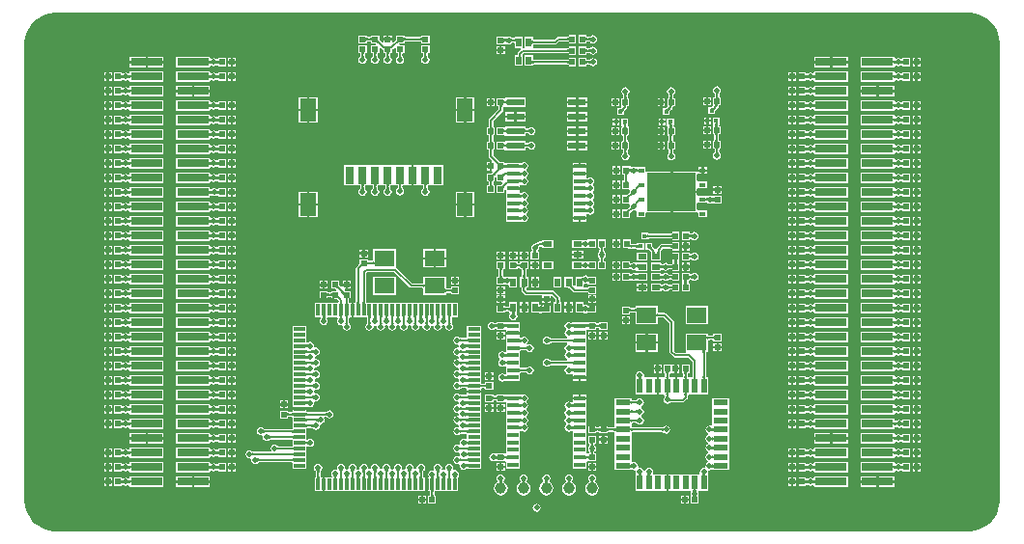
<source format=gbl>
G04*
G04 #@! TF.GenerationSoftware,Altium Limited,Altium Designer,20.0.13 (296)*
G04*
G04 Layer_Physical_Order=6*
G04 Layer_Color=16711680*
%FSLAX25Y25*%
%MOIN*%
G70*
G01*
G75*
%ADD11C,0.00787*%
%ADD14C,0.01575*%
%ADD16R,0.03150X0.01968*%
%ADD22R,0.01850X0.02047*%
%ADD28R,0.02047X0.01850*%
%ADD35R,0.01575X0.01575*%
%ADD36R,0.01575X0.01575*%
%ADD37R,0.01968X0.03150*%
%ADD62C,0.02953*%
%ADD66C,0.19685*%
%ADD67C,0.01968*%
%ADD69R,0.03937X0.01772*%
%ADD70R,0.05118X0.01968*%
%ADD71R,0.01968X0.05118*%
%ADD72R,0.01181X0.03937*%
%ADD73R,0.03937X0.01181*%
%ADD74C,0.03937*%
%ADD75R,0.06102X0.02362*%
%ADD76R,0.10984X0.02913*%
%ADD77R,0.02756X0.01968*%
%ADD78R,0.02362X0.01575*%
%ADD79R,0.16535X0.13386*%
%ADD80R,0.01968X0.02362*%
%ADD81R,0.05709X0.07874*%
%ADD82R,0.03150X0.05906*%
%ADD83R,0.07087X0.05512*%
G36*
X315669Y168288D02*
X317074Y168103D01*
X318442Y167736D01*
X319751Y167194D01*
X320978Y166486D01*
X322102Y165623D01*
X323104Y164621D01*
X323966Y163497D01*
X324674Y162271D01*
X325217Y160962D01*
X325583Y159593D01*
X325768Y158189D01*
Y157480D01*
Y0D01*
Y-708D01*
X325583Y-2113D01*
X325217Y-3481D01*
X324674Y-4790D01*
X323966Y-6017D01*
X323104Y-7141D01*
X322102Y-8143D01*
X320978Y-9005D01*
X319751Y-9714D01*
X318442Y-10256D01*
X317074Y-10623D01*
X315669Y-10808D01*
X314961D01*
X-0Y-10808D01*
X-709D01*
X-2113Y-10623D01*
X-3482Y-10256D01*
X-4791Y-9714D01*
X-6017Y-9005D01*
X-7141Y-8143D01*
X-8143Y-7141D01*
X-9006Y-6017D01*
X-9714Y-4790D01*
X-10256Y-3481D01*
X-10623Y-2113D01*
X-10808Y-708D01*
Y-0D01*
Y157480D01*
Y158189D01*
X-10623Y159593D01*
X-10256Y160962D01*
X-9714Y162271D01*
X-9006Y163497D01*
X-8143Y164621D01*
X-7141Y165623D01*
X-6017Y166486D01*
X-4791Y167194D01*
X-3482Y167736D01*
X-2113Y168103D01*
X-709Y168288D01*
X0Y168288D01*
X314961D01*
X315669Y168288D01*
D02*
G37*
%LPC*%
G36*
X128957Y160492D02*
X126122D01*
Y160037D01*
X126117Y160035D01*
X126059Y160020D01*
X125975Y160006D01*
X125868Y159996D01*
X125729Y159993D01*
X125691Y159976D01*
X120726D01*
X120688Y159993D01*
X120549Y159996D01*
X120442Y160006D01*
X120359Y160020D01*
X120300Y160035D01*
X120295Y160037D01*
Y160492D01*
X117461D01*
Y159465D01*
X117445Y159440D01*
X117454Y159406D01*
X117440Y159374D01*
X117461Y159324D01*
Y159105D01*
X117439Y159067D01*
X117372Y158971D01*
X117149Y158707D01*
X117003Y158556D01*
X116987Y158517D01*
X116465Y157994D01*
X115965Y158201D01*
Y158780D01*
X114547D01*
X113130D01*
Y158201D01*
X112630Y157994D01*
X112111Y158512D01*
X112097Y158550D01*
X111818Y158850D01*
X111726Y158966D01*
X111656Y159067D01*
X111634Y159105D01*
Y159324D01*
X111654Y159374D01*
X111641Y159406D01*
X111649Y159440D01*
X111634Y159465D01*
Y160492D01*
X108799D01*
Y160037D01*
X108794Y160035D01*
X108736Y160020D01*
X108652Y160006D01*
X108545Y159996D01*
X108406Y159993D01*
X108369Y159976D01*
X107734D01*
X107696Y159993D01*
X107557Y159996D01*
X107450Y160006D01*
X107367Y160020D01*
X107308Y160035D01*
X107303Y160037D01*
Y160492D01*
X104469D01*
Y157854D01*
X107303D01*
Y158309D01*
X107308Y158311D01*
X107367Y158327D01*
X107450Y158341D01*
X107557Y158350D01*
X107696Y158353D01*
X107734Y158370D01*
X108369D01*
X108406Y158353D01*
X108545Y158350D01*
X108652Y158341D01*
X108736Y158327D01*
X108794Y158311D01*
X108799Y158309D01*
Y157854D01*
X110023D01*
X110048Y157839D01*
X110082Y157847D01*
X110115Y157834D01*
X110164Y157854D01*
X110316D01*
X110595Y157572D01*
X110383Y157106D01*
X108799D01*
Y154469D01*
X109349D01*
X109355Y154454D01*
X109371Y154398D01*
X109384Y154316D01*
X109393Y154212D01*
X109397Y154076D01*
X109414Y154038D01*
Y153590D01*
X109397Y153553D01*
X109394Y153468D01*
X109388Y153403D01*
X109378Y153344D01*
X109365Y153290D01*
X109350Y153242D01*
X109331Y153198D01*
X109310Y153158D01*
X109286Y153122D01*
X109259Y153087D01*
X109216Y153041D01*
X109207Y153017D01*
X108918Y152585D01*
X108812Y152047D01*
X108918Y151510D01*
X109223Y151054D01*
X109679Y150749D01*
X110216Y150642D01*
X110754Y150749D01*
X111210Y151054D01*
X111514Y151510D01*
X111621Y152047D01*
X111514Y152585D01*
X111226Y153017D01*
X111217Y153041D01*
X111173Y153087D01*
X111147Y153122D01*
X111123Y153158D01*
X111102Y153198D01*
X111083Y153242D01*
X111068Y153290D01*
X111055Y153344D01*
X111045Y153403D01*
X111039Y153468D01*
X111036Y153553D01*
X111019Y153590D01*
Y154038D01*
X111036Y154076D01*
X111040Y154212D01*
X111049Y154316D01*
X111063Y154398D01*
X111078Y154454D01*
X111084Y154469D01*
X111634D01*
Y156066D01*
X112096Y156257D01*
X112602Y155751D01*
X112862Y155577D01*
X113130Y155524D01*
Y154469D01*
X113683D01*
X113685Y154464D01*
X113701Y154405D01*
X113715Y154322D01*
X113724Y154215D01*
X113727Y154076D01*
X113744Y154038D01*
Y153590D01*
X113728Y153553D01*
X113725Y153468D01*
X113719Y153403D01*
X113709Y153344D01*
X113696Y153290D01*
X113680Y153242D01*
X113662Y153198D01*
X113641Y153158D01*
X113617Y153122D01*
X113590Y153087D01*
X113547Y153041D01*
X113538Y153017D01*
X113249Y152585D01*
X113142Y152047D01*
X113249Y151510D01*
X113554Y151054D01*
X114010Y150749D01*
X114547Y150642D01*
X115085Y150749D01*
X115541Y151054D01*
X115845Y151510D01*
X115952Y152047D01*
X115845Y152585D01*
X115557Y153017D01*
X115548Y153041D01*
X115504Y153087D01*
X115477Y153122D01*
X115454Y153158D01*
X115433Y153198D01*
X115414Y153242D01*
X115398Y153290D01*
X115385Y153344D01*
X115376Y153403D01*
X115369Y153468D01*
X115367Y153553D01*
X115350Y153590D01*
Y154038D01*
X115367Y154076D01*
X115371Y154215D01*
X115380Y154322D01*
X115394Y154405D01*
X115409Y154464D01*
X115411Y154469D01*
X115965D01*
Y155524D01*
X116232Y155577D01*
X116493Y155751D01*
X116999Y156257D01*
X117461Y156066D01*
Y154469D01*
X117932D01*
X117938Y154454D01*
X117953Y154398D01*
X117967Y154316D01*
X117976Y154212D01*
X117980Y154076D01*
X117996Y154038D01*
Y153511D01*
X117980Y153474D01*
X117977Y153390D01*
X117971Y153324D01*
X117961Y153265D01*
X117948Y153211D01*
X117932Y153163D01*
X117914Y153119D01*
X117893Y153080D01*
X117869Y153043D01*
X117842Y153009D01*
X117799Y152963D01*
X117790Y152938D01*
X117501Y152506D01*
X117394Y151969D01*
X117501Y151431D01*
X117806Y150975D01*
X118262Y150671D01*
X118799Y150564D01*
X119337Y150671D01*
X119793Y150975D01*
X120097Y151431D01*
X120204Y151969D01*
X120097Y152506D01*
X119809Y152938D01*
X119799Y152963D01*
X119756Y153009D01*
X119729Y153043D01*
X119706Y153080D01*
X119685Y153120D01*
X119666Y153163D01*
X119650Y153211D01*
X119637Y153265D01*
X119628Y153324D01*
X119621Y153390D01*
X119619Y153474D01*
X119602Y153511D01*
Y154038D01*
X119619Y154076D01*
X119623Y154212D01*
X119632Y154316D01*
X119645Y154398D01*
X119660Y154454D01*
X119666Y154469D01*
X120295D01*
Y157106D01*
X118763D01*
X118561Y157596D01*
X118791Y157854D01*
X118930D01*
X118980Y157834D01*
X119012Y157847D01*
X119046Y157839D01*
X119071Y157854D01*
X120295D01*
Y158309D01*
X120300Y158311D01*
X120359Y158327D01*
X120442Y158341D01*
X120549Y158350D01*
X120688Y158353D01*
X120726Y158370D01*
X125691D01*
X125729Y158353D01*
X125868Y158350D01*
X125975Y158341D01*
X126059Y158327D01*
X126117Y158311D01*
X126122Y158309D01*
Y157854D01*
X128957D01*
Y160492D01*
D02*
G37*
G36*
X179587Y160591D02*
X176949D01*
Y160037D01*
X176944Y160035D01*
X176885Y160020D01*
X176802Y160006D01*
X176695Y159996D01*
X176556Y159993D01*
X176518Y159976D01*
X173345D01*
X173345Y159976D01*
X173038Y159915D01*
X172777Y159741D01*
X171988Y158952D01*
X165080D01*
X165042Y158969D01*
X164906Y158973D01*
X164802Y158982D01*
X164720Y158996D01*
X164664Y159011D01*
X164650Y159017D01*
Y160118D01*
X161894D01*
X161894Y156445D01*
X161439Y156176D01*
X161144Y156322D01*
X161106Y156499D01*
Y160118D01*
X158350D01*
Y159780D01*
X157874Y159606D01*
X157846Y159619D01*
X157762Y159621D01*
X157696Y159628D01*
X157637Y159637D01*
X157583Y159650D01*
X157535Y159666D01*
X157492Y159685D01*
X157452Y159706D01*
X157415Y159729D01*
X157381Y159756D01*
X157334Y159799D01*
X157310Y159809D01*
X156878Y160097D01*
X156341Y160204D01*
X155803Y160097D01*
X155461Y159869D01*
X155372Y159897D01*
X154961Y160118D01*
X154961Y160118D01*
X154961Y160118D01*
X152126D01*
Y157480D01*
X154961D01*
Y157480D01*
X155141Y157629D01*
X155461Y157730D01*
X155803Y157501D01*
X156341Y157394D01*
X156878Y157501D01*
X157310Y157790D01*
X157334Y157799D01*
X157381Y157842D01*
X157415Y157869D01*
X157452Y157893D01*
X157492Y157914D01*
X157535Y157932D01*
X157583Y157948D01*
X157637Y157961D01*
X157696Y157971D01*
X157762Y157977D01*
X157846Y157980D01*
X157874Y157992D01*
X158350Y157818D01*
Y156181D01*
X160359D01*
X160453Y156046D01*
X160550Y155681D01*
X159551Y154682D01*
X159377Y154422D01*
X159333Y154202D01*
X159299Y154124D01*
X159296Y154001D01*
X159289Y153905D01*
X159278Y153831D01*
X159275Y153819D01*
X158350D01*
Y149882D01*
X161106D01*
Y153312D01*
X161119Y153331D01*
X161111Y153377D01*
X161127Y153417D01*
X161106Y153819D01*
X161063Y153924D01*
X161543Y154404D01*
X176518D01*
X176556Y154387D01*
X176695Y154383D01*
X176802Y154374D01*
X176885Y154360D01*
X176944Y154345D01*
X176949Y154343D01*
Y153789D01*
X179587D01*
Y156624D01*
X176949D01*
Y156070D01*
X176944Y156069D01*
X176885Y156053D01*
X176802Y156039D01*
X176695Y156030D01*
X176556Y156026D01*
X176518Y156009D01*
X165078D01*
X164650Y156181D01*
X164650Y156509D01*
Y157282D01*
X164664Y157288D01*
X164720Y157304D01*
X164802Y157317D01*
X164906Y157326D01*
X165042Y157330D01*
X165080Y157347D01*
X172321D01*
X172628Y157408D01*
X172889Y157582D01*
X173677Y158370D01*
X176518D01*
X176556Y158353D01*
X176695Y158350D01*
X176802Y158341D01*
X176885Y158327D01*
X176944Y158311D01*
X176949Y158309D01*
Y157756D01*
X179587D01*
Y160591D01*
D02*
G37*
G36*
X115965Y160492D02*
X114941D01*
Y159567D01*
X115965D01*
Y160492D01*
D02*
G37*
G36*
X114154D02*
X113130D01*
Y159567D01*
X114154D01*
Y160492D01*
D02*
G37*
G36*
X182972Y160591D02*
X180335D01*
Y157756D01*
X182972D01*
Y158306D01*
X182987Y158312D01*
X183043Y158327D01*
X183124Y158341D01*
X183229Y158350D01*
X183365Y158353D01*
X183403Y158370D01*
X183851D01*
X183888Y158354D01*
X183973Y158351D01*
X184038Y158345D01*
X184097Y158335D01*
X184151Y158322D01*
X184199Y158306D01*
X184243Y158288D01*
X184282Y158267D01*
X184319Y158243D01*
X184353Y158216D01*
X184400Y158173D01*
X184424Y158164D01*
X184856Y157875D01*
X185394Y157768D01*
X185931Y157875D01*
X186387Y158180D01*
X186692Y158636D01*
X186799Y159173D01*
X186692Y159711D01*
X186387Y160167D01*
X185931Y160471D01*
X185394Y160578D01*
X184856Y160471D01*
X184424Y160183D01*
X184400Y160173D01*
X184353Y160130D01*
X184319Y160103D01*
X184282Y160080D01*
X184243Y160059D01*
X184199Y160040D01*
X184151Y160024D01*
X184097Y160011D01*
X184038Y160002D01*
X183973Y159995D01*
X183888Y159993D01*
X183851Y159976D01*
X183403D01*
X183365Y159993D01*
X183229Y159996D01*
X183124Y160006D01*
X183043Y160019D01*
X182987Y160034D01*
X182972Y160040D01*
Y160591D01*
D02*
G37*
G36*
X154961Y156732D02*
X153937D01*
Y155807D01*
X154961D01*
Y156732D01*
D02*
G37*
G36*
X153150D02*
X152126D01*
Y155807D01*
X153150D01*
Y156732D01*
D02*
G37*
G36*
X154961Y155020D02*
X153937D01*
Y154095D01*
X154961D01*
Y155020D01*
D02*
G37*
G36*
X153150D02*
X152126D01*
Y154095D01*
X153150D01*
Y155020D01*
D02*
G37*
G36*
X182972Y156624D02*
X180335D01*
Y153789D01*
X182972D01*
Y154340D01*
X182987Y154346D01*
X183043Y154361D01*
X183124Y154374D01*
X183229Y154383D01*
X183365Y154387D01*
X183403Y154404D01*
X183851D01*
X183888Y154387D01*
X183973Y154385D01*
X184038Y154378D01*
X184097Y154368D01*
X184151Y154356D01*
X184199Y154340D01*
X184243Y154321D01*
X184282Y154300D01*
X184319Y154277D01*
X184353Y154250D01*
X184400Y154207D01*
X184424Y154197D01*
X184856Y153909D01*
X185394Y153802D01*
X185931Y153909D01*
X186387Y154213D01*
X186692Y154669D01*
X186799Y155207D01*
X186692Y155744D01*
X186387Y156200D01*
X185931Y156505D01*
X185394Y156612D01*
X184856Y156505D01*
X184424Y156216D01*
X184400Y156207D01*
X184353Y156164D01*
X184319Y156137D01*
X184282Y156113D01*
X184243Y156092D01*
X184199Y156074D01*
X184151Y156058D01*
X184097Y156045D01*
X184038Y156035D01*
X183973Y156029D01*
X183888Y156026D01*
X183851Y156009D01*
X183403D01*
X183365Y156026D01*
X183229Y156030D01*
X183124Y156039D01*
X183043Y156053D01*
X182987Y156068D01*
X182972Y156074D01*
Y156624D01*
D02*
G37*
G36*
X298287Y152657D02*
X297362D01*
Y151634D01*
X298287D01*
Y152657D01*
D02*
G37*
G36*
X296575D02*
X295650D01*
Y151634D01*
X296575D01*
Y152657D01*
D02*
G37*
G36*
X37256Y153090D02*
X31764D01*
Y151634D01*
X37256D01*
Y153090D01*
D02*
G37*
G36*
X30976D02*
X25484D01*
Y151634D01*
X30976D01*
Y153090D01*
D02*
G37*
G36*
X273476D02*
X267984D01*
Y151634D01*
X273476D01*
Y153090D01*
D02*
G37*
G36*
X62067Y152657D02*
X61142D01*
Y151634D01*
X62067D01*
Y152657D01*
D02*
G37*
G36*
X60354D02*
X59429D01*
Y151634D01*
X60354D01*
Y152657D01*
D02*
G37*
G36*
X267197Y153090D02*
X261705D01*
Y151634D01*
X267197D01*
Y153090D01*
D02*
G37*
G36*
X128957Y157106D02*
X126122D01*
Y154469D01*
X126672D01*
X126678Y154454D01*
X126693Y154398D01*
X126707Y154316D01*
X126716Y154212D01*
X126720Y154076D01*
X126736Y154038D01*
Y153590D01*
X126720Y153553D01*
X126717Y153468D01*
X126711Y153403D01*
X126701Y153344D01*
X126688Y153290D01*
X126672Y153242D01*
X126654Y153198D01*
X126633Y153158D01*
X126609Y153122D01*
X126582Y153087D01*
X126539Y153041D01*
X126530Y153017D01*
X126241Y152585D01*
X126134Y152047D01*
X126241Y151510D01*
X126546Y151054D01*
X127002Y150749D01*
X127539Y150642D01*
X128077Y150749D01*
X128533Y151054D01*
X128837Y151510D01*
X128944Y152047D01*
X128837Y152585D01*
X128549Y153017D01*
X128540Y153041D01*
X128496Y153087D01*
X128470Y153122D01*
X128446Y153158D01*
X128425Y153198D01*
X128406Y153242D01*
X128391Y153290D01*
X128377Y153344D01*
X128368Y153403D01*
X128362Y153468D01*
X128359Y153553D01*
X128342Y153590D01*
Y154038D01*
X128359Y154076D01*
X128363Y154212D01*
X128372Y154316D01*
X128385Y154398D01*
X128401Y154454D01*
X128407Y154469D01*
X128957D01*
Y157106D01*
D02*
G37*
G36*
X107303D02*
X104469D01*
Y154469D01*
X105019D01*
X105025Y154454D01*
X105040Y154398D01*
X105053Y154316D01*
X105062Y154212D01*
X105066Y154076D01*
X105083Y154038D01*
Y153590D01*
X105066Y153553D01*
X105064Y153468D01*
X105057Y153403D01*
X105048Y153344D01*
X105035Y153290D01*
X105019Y153242D01*
X105000Y153198D01*
X104980Y153158D01*
X104956Y153122D01*
X104929Y153087D01*
X104886Y153041D01*
X104876Y153017D01*
X104588Y152585D01*
X104481Y152047D01*
X104588Y151510D01*
X104892Y151054D01*
X105348Y150749D01*
X105886Y150642D01*
X106423Y150749D01*
X106879Y151054D01*
X107184Y151510D01*
X107291Y152047D01*
X107184Y152585D01*
X106895Y153017D01*
X106886Y153041D01*
X106843Y153087D01*
X106816Y153122D01*
X106792Y153158D01*
X106771Y153198D01*
X106753Y153242D01*
X106737Y153290D01*
X106724Y153344D01*
X106714Y153403D01*
X106708Y153468D01*
X106705Y153553D01*
X106689Y153590D01*
Y154038D01*
X106705Y154076D01*
X106709Y154212D01*
X106718Y154316D01*
X106732Y154398D01*
X106747Y154454D01*
X106753Y154469D01*
X107303D01*
Y157106D01*
D02*
G37*
G36*
X182972Y152657D02*
X180335D01*
Y149823D01*
X182972D01*
Y150373D01*
X182987Y150379D01*
X183043Y150394D01*
X183124Y150408D01*
X183229Y150417D01*
X183365Y150420D01*
X183403Y150437D01*
X183851D01*
X183888Y150420D01*
X183973Y150418D01*
X184038Y150412D01*
X184097Y150402D01*
X184151Y150389D01*
X184199Y150373D01*
X184243Y150355D01*
X184282Y150334D01*
X184319Y150310D01*
X184353Y150283D01*
X184400Y150240D01*
X184424Y150231D01*
X184856Y149942D01*
X185394Y149835D01*
X185931Y149942D01*
X186387Y150247D01*
X186692Y150703D01*
X186799Y151240D01*
X186692Y151778D01*
X186387Y152234D01*
X185931Y152538D01*
X185394Y152645D01*
X184856Y152538D01*
X184424Y152250D01*
X184400Y152240D01*
X184353Y152197D01*
X184319Y152170D01*
X184282Y152146D01*
X184243Y152126D01*
X184199Y152107D01*
X184151Y152091D01*
X184097Y152078D01*
X184038Y152069D01*
X183973Y152062D01*
X183888Y152060D01*
X183851Y152043D01*
X183403D01*
X183365Y152060D01*
X183229Y152063D01*
X183124Y152073D01*
X183043Y152086D01*
X182987Y152101D01*
X182972Y152107D01*
Y152657D01*
D02*
G37*
G36*
X298287Y150847D02*
X297362D01*
Y149823D01*
X298287D01*
Y150847D01*
D02*
G37*
G36*
X296575D02*
X295650D01*
Y149823D01*
X296575D01*
Y150847D01*
D02*
G37*
G36*
X289476Y153090D02*
X277705D01*
Y149390D01*
X289476D01*
Y149851D01*
X289477Y149852D01*
X289976Y150099D01*
X290210Y149942D01*
X290748Y149835D01*
X291286Y149942D01*
X291718Y150231D01*
X291742Y150240D01*
X292195Y150092D01*
X292229Y150041D01*
X292264Y149973D01*
Y149823D01*
X294902D01*
Y152657D01*
X292264D01*
Y152507D01*
X292229Y152439D01*
X292195Y152389D01*
X291742Y152240D01*
X291718Y152250D01*
X291286Y152538D01*
X290748Y152645D01*
X290210Y152538D01*
X289976Y152382D01*
X289477Y152629D01*
X289476Y152629D01*
Y153090D01*
D02*
G37*
G36*
X164650Y153819D02*
X161894D01*
Y149882D01*
X164650D01*
Y150373D01*
X164664Y150379D01*
X164720Y150394D01*
X164802Y150408D01*
X164906Y150417D01*
X165042Y150420D01*
X165080Y150437D01*
X176518D01*
X176556Y150420D01*
X176695Y150417D01*
X176802Y150408D01*
X176885Y150394D01*
X176944Y150378D01*
X176949Y150376D01*
Y149823D01*
X179587D01*
Y152657D01*
X176949D01*
Y152104D01*
X176944Y152102D01*
X176885Y152086D01*
X176802Y152073D01*
X176695Y152064D01*
X176556Y152060D01*
X176518Y152043D01*
X165080D01*
X165042Y152060D01*
X164906Y152063D01*
X164802Y152073D01*
X164720Y152086D01*
X164664Y152101D01*
X164650Y152107D01*
Y153819D01*
D02*
G37*
G36*
X62067Y150847D02*
X61142D01*
Y149823D01*
X62067D01*
Y150847D01*
D02*
G37*
G36*
X60354D02*
X59429D01*
Y149823D01*
X60354D01*
Y150847D01*
D02*
G37*
G36*
X53256Y153090D02*
X41484D01*
Y149390D01*
X53256D01*
Y149851D01*
X53256Y149852D01*
X53756Y150099D01*
X53990Y149942D01*
X54528Y149835D01*
X55065Y149942D01*
X55497Y150231D01*
X55522Y150240D01*
X55974Y150092D01*
X56008Y150041D01*
X56043Y149973D01*
Y149823D01*
X58681D01*
Y152657D01*
X56043D01*
Y152507D01*
X56008Y152439D01*
X55974Y152389D01*
X55522Y152240D01*
X55497Y152250D01*
X55065Y152538D01*
X54528Y152645D01*
X53990Y152538D01*
X53756Y152382D01*
X53257Y152628D01*
X53256Y152629D01*
Y153090D01*
D02*
G37*
G36*
X273476Y150847D02*
X267984D01*
Y149390D01*
X273476D01*
Y150847D01*
D02*
G37*
G36*
X267197D02*
X261705D01*
Y149390D01*
X267197D01*
Y150847D01*
D02*
G37*
G36*
X37256Y150847D02*
X31764D01*
Y149390D01*
X37256D01*
Y150847D01*
D02*
G37*
G36*
X30976D02*
X25484D01*
Y149390D01*
X30976D01*
Y150847D01*
D02*
G37*
G36*
X273476Y148090D02*
X261705D01*
Y147629D01*
X261704Y147628D01*
X261205Y147382D01*
X260971Y147538D01*
X260433Y147645D01*
X259895Y147538D01*
X259463Y147249D01*
X259439Y147240D01*
X258987Y147389D01*
X258952Y147439D01*
X258917Y147507D01*
Y147658D01*
X256279D01*
Y144823D01*
X258917D01*
Y144973D01*
X258952Y145041D01*
X258987Y145091D01*
X259439Y145240D01*
X259463Y145231D01*
X259895Y144942D01*
X260433Y144835D01*
X260971Y144942D01*
X261205Y145099D01*
X261704Y144852D01*
X261705Y144851D01*
Y144390D01*
X273476D01*
Y148090D01*
D02*
G37*
G36*
X37256D02*
X25484D01*
Y147629D01*
X25484Y147628D01*
X24984Y147382D01*
X24750Y147538D01*
X24213Y147645D01*
X23675Y147538D01*
X23243Y147249D01*
X23219Y147240D01*
X22766Y147389D01*
X22732Y147439D01*
X22697Y147507D01*
Y147658D01*
X20059D01*
Y144823D01*
X22697D01*
Y144973D01*
X22732Y145041D01*
X22766Y145091D01*
X23219Y145240D01*
X23243Y145231D01*
X23675Y144942D01*
X24213Y144835D01*
X24750Y144942D01*
X24984Y145099D01*
X25484Y144852D01*
X25484Y144851D01*
Y144390D01*
X37256D01*
Y148090D01*
D02*
G37*
G36*
X298287Y147658D02*
X297362D01*
Y146634D01*
X298287D01*
Y147658D01*
D02*
G37*
G36*
X296575D02*
X295650D01*
Y146634D01*
X296575D01*
Y147658D01*
D02*
G37*
G36*
X255532Y147658D02*
X254606D01*
Y146634D01*
X255532D01*
Y147658D01*
D02*
G37*
G36*
X19311D02*
X18386D01*
Y146634D01*
X19311D01*
Y147658D01*
D02*
G37*
G36*
X253819D02*
X252894D01*
Y146634D01*
X253819D01*
Y147658D01*
D02*
G37*
G36*
X17598D02*
X16673D01*
Y146634D01*
X17598D01*
Y147658D01*
D02*
G37*
G36*
X62067Y147658D02*
X61142D01*
Y146634D01*
X62067D01*
Y147658D01*
D02*
G37*
G36*
X60354D02*
X59429D01*
Y146634D01*
X60354D01*
Y147658D01*
D02*
G37*
G36*
X298287Y145846D02*
X297362D01*
Y144823D01*
X298287D01*
Y145846D01*
D02*
G37*
G36*
X296575D02*
X295650D01*
Y144823D01*
X296575D01*
Y145846D01*
D02*
G37*
G36*
X289476Y148090D02*
X277705D01*
Y144390D01*
X289476D01*
Y144851D01*
X289477Y144852D01*
X289976Y145099D01*
X290210Y144942D01*
X290748Y144835D01*
X291286Y144942D01*
X291718Y145231D01*
X291742Y145240D01*
X292195Y145092D01*
X292229Y145041D01*
X292264Y144973D01*
Y144823D01*
X294902D01*
Y147658D01*
X292264D01*
Y147507D01*
X292229Y147439D01*
X292195Y147389D01*
X291742Y147240D01*
X291718Y147249D01*
X291286Y147538D01*
X290748Y147645D01*
X290210Y147538D01*
X289976Y147382D01*
X289477Y147628D01*
X289476Y147629D01*
Y148090D01*
D02*
G37*
G36*
X62067Y145846D02*
X61142D01*
Y144823D01*
X62067D01*
Y145846D01*
D02*
G37*
G36*
X60354D02*
X59429D01*
Y144823D01*
X60354D01*
Y145846D01*
D02*
G37*
G36*
X53256Y148090D02*
X41484D01*
Y144390D01*
X53256D01*
Y144851D01*
X53256Y144852D01*
X53756Y145099D01*
X53990Y144942D01*
X54528Y144835D01*
X55065Y144942D01*
X55497Y145231D01*
X55522Y145240D01*
X55974Y145092D01*
X56008Y145041D01*
X56043Y144973D01*
Y144823D01*
X58681D01*
Y147658D01*
X56043D01*
Y147507D01*
X56008Y147439D01*
X55974Y147389D01*
X55522Y147240D01*
X55497Y147249D01*
X55065Y147538D01*
X54528Y147645D01*
X53990Y147538D01*
X53756Y147382D01*
X53257Y147628D01*
X53256Y147629D01*
Y148090D01*
D02*
G37*
G36*
X255532Y145846D02*
X254606D01*
Y144823D01*
X255532D01*
Y145846D01*
D02*
G37*
G36*
X253819D02*
X252894D01*
Y144823D01*
X253819D01*
Y145846D01*
D02*
G37*
G36*
X19311D02*
X18386D01*
Y144823D01*
X19311D01*
Y145846D01*
D02*
G37*
G36*
X17598D02*
X16673D01*
Y144823D01*
X17598D01*
Y145846D01*
D02*
G37*
G36*
X273476Y143090D02*
X261705D01*
Y142630D01*
X261704Y142629D01*
X261205Y142382D01*
X260971Y142538D01*
X260433Y142645D01*
X259895Y142538D01*
X259463Y142250D01*
X259439Y142240D01*
X258987Y142389D01*
X258952Y142439D01*
X258917Y142507D01*
Y142657D01*
X256279D01*
Y139823D01*
X258917D01*
Y139973D01*
X258952Y140041D01*
X258987Y140092D01*
X259439Y140240D01*
X259463Y140231D01*
X259895Y139942D01*
X260433Y139835D01*
X260971Y139942D01*
X261205Y140099D01*
X261704Y139852D01*
X261705Y139851D01*
Y139390D01*
X273476D01*
Y143090D01*
D02*
G37*
G36*
X37256D02*
X25484D01*
Y142630D01*
X25484Y142629D01*
X24984Y142382D01*
X24750Y142538D01*
X24213Y142645D01*
X23675Y142538D01*
X23243Y142250D01*
X23219Y142240D01*
X22766Y142389D01*
X22732Y142439D01*
X22697Y142507D01*
Y142657D01*
X20059D01*
Y139823D01*
X22697D01*
Y139973D01*
X22732Y140041D01*
X22766Y140092D01*
X23219Y140240D01*
X23243Y140231D01*
X23675Y139942D01*
X24213Y139835D01*
X24750Y139942D01*
X24984Y140099D01*
X25484Y139852D01*
X25484Y139851D01*
Y139390D01*
X37256D01*
Y143090D01*
D02*
G37*
G36*
X53256D02*
X47764D01*
Y141634D01*
X53256D01*
Y143090D01*
D02*
G37*
G36*
X255532Y142657D02*
X254606D01*
Y141634D01*
X255532D01*
Y142657D01*
D02*
G37*
G36*
X19311D02*
X18386D01*
Y141634D01*
X19311D01*
Y142657D01*
D02*
G37*
G36*
X253819D02*
X252894D01*
Y141634D01*
X253819D01*
Y142657D01*
D02*
G37*
G36*
X17598D02*
X16673D01*
Y141634D01*
X17598D01*
Y142657D01*
D02*
G37*
G36*
X46976Y143090D02*
X41484D01*
Y141634D01*
X46976D01*
Y143090D01*
D02*
G37*
G36*
X289476D02*
X283984D01*
Y141634D01*
X289476D01*
Y143090D01*
D02*
G37*
G36*
X283197D02*
X277705D01*
Y141634D01*
X283197D01*
Y143090D01*
D02*
G37*
G36*
X255532Y140847D02*
X254606D01*
Y139823D01*
X255532D01*
Y140847D01*
D02*
G37*
G36*
X253819D02*
X252894D01*
Y139823D01*
X253819D01*
Y140847D01*
D02*
G37*
G36*
X19311D02*
X18386D01*
Y139823D01*
X19311D01*
Y140847D01*
D02*
G37*
G36*
X17598D02*
X16673D01*
Y139823D01*
X17598D01*
Y140847D01*
D02*
G37*
G36*
X289476Y140847D02*
X283984D01*
Y139390D01*
X289476D01*
Y140847D01*
D02*
G37*
G36*
X283197D02*
X277705D01*
Y139390D01*
X283197D01*
Y140847D01*
D02*
G37*
G36*
X53256Y140847D02*
X47764D01*
Y139390D01*
X53256D01*
Y140847D01*
D02*
G37*
G36*
X46976D02*
X41484D01*
Y139390D01*
X46976D01*
Y140847D01*
D02*
G37*
G36*
X226004Y139134D02*
X225079D01*
Y138110D01*
X226004D01*
Y139134D01*
D02*
G37*
G36*
X224291D02*
X223366D01*
Y138110D01*
X224291D01*
Y139134D01*
D02*
G37*
G36*
X210256Y138839D02*
X209331D01*
Y137815D01*
X210256D01*
Y138839D01*
D02*
G37*
G36*
X208543D02*
X207618D01*
Y137815D01*
X208543D01*
Y138839D01*
D02*
G37*
G36*
X194508D02*
X193583D01*
Y137815D01*
X194508D01*
Y138839D01*
D02*
G37*
G36*
X183366Y138996D02*
X180315D01*
Y137815D01*
X183366D01*
Y138996D01*
D02*
G37*
G36*
X151476Y138839D02*
X150551D01*
Y137815D01*
X151476D01*
Y138839D01*
D02*
G37*
G36*
X149764D02*
X148839D01*
Y137815D01*
X149764D01*
Y138839D01*
D02*
G37*
G36*
X179527Y138996D02*
X176476D01*
Y137815D01*
X179527D01*
Y138996D01*
D02*
G37*
G36*
X192795Y138839D02*
X191870D01*
Y137815D01*
X192795D01*
Y138839D01*
D02*
G37*
G36*
X273476Y138090D02*
X261705D01*
Y137629D01*
X261704Y137628D01*
X261205Y137382D01*
X260971Y137538D01*
X260433Y137645D01*
X259895Y137538D01*
X259463Y137250D01*
X259439Y137240D01*
X258987Y137389D01*
X258952Y137439D01*
X258917Y137507D01*
Y137657D01*
X256279D01*
Y134823D01*
X258917D01*
Y134973D01*
X258952Y135041D01*
X258987Y135091D01*
X259439Y135240D01*
X259463Y135231D01*
X259895Y134942D01*
X260433Y134835D01*
X260971Y134942D01*
X261205Y135099D01*
X261704Y134852D01*
X261705Y134851D01*
Y134390D01*
X273476D01*
Y138090D01*
D02*
G37*
G36*
X37256D02*
X25484D01*
Y137629D01*
X25484Y137628D01*
X24984Y137382D01*
X24750Y137538D01*
X24213Y137645D01*
X23675Y137538D01*
X23243Y137250D01*
X23219Y137240D01*
X22766Y137389D01*
X22732Y137439D01*
X22697Y137507D01*
Y137657D01*
X20059D01*
Y134823D01*
X22697D01*
Y134973D01*
X22732Y135041D01*
X22766Y135091D01*
X23219Y135240D01*
X23243Y135231D01*
X23675Y134942D01*
X24213Y134835D01*
X24750Y134942D01*
X24984Y135099D01*
X25484Y134852D01*
X25484Y134851D01*
Y134390D01*
X37256D01*
Y138090D01*
D02*
G37*
G36*
X298287Y137657D02*
X297362D01*
Y136634D01*
X298287D01*
Y137657D01*
D02*
G37*
G36*
X296575D02*
X295650D01*
Y136634D01*
X296575D01*
Y137657D01*
D02*
G37*
G36*
X255532Y137657D02*
X254606D01*
Y136634D01*
X255532D01*
Y137657D01*
D02*
G37*
G36*
X19311D02*
X18386D01*
Y136634D01*
X19311D01*
Y137657D01*
D02*
G37*
G36*
X253819D02*
X252894D01*
Y136634D01*
X253819D01*
Y137657D01*
D02*
G37*
G36*
X17598D02*
X16673D01*
Y136634D01*
X17598D01*
Y137657D01*
D02*
G37*
G36*
X62067Y137657D02*
X61142D01*
Y136634D01*
X62067D01*
Y137657D01*
D02*
G37*
G36*
X60354D02*
X59429D01*
Y136634D01*
X60354D01*
Y137657D01*
D02*
G37*
G36*
X226004Y137323D02*
X225079D01*
Y136299D01*
X226004D01*
Y137323D01*
D02*
G37*
G36*
X224291D02*
X223366D01*
Y136299D01*
X224291D01*
Y137323D01*
D02*
G37*
G36*
X210256Y137028D02*
X209331D01*
Y136004D01*
X210256D01*
Y137028D01*
D02*
G37*
G36*
X208543D02*
X207618D01*
Y136004D01*
X208543D01*
Y137028D01*
D02*
G37*
G36*
X194508Y137028D02*
X193583D01*
Y136004D01*
X194508D01*
Y137028D01*
D02*
G37*
G36*
X192795D02*
X191870D01*
Y136004D01*
X192795D01*
Y137028D01*
D02*
G37*
G36*
X151476D02*
X150551D01*
Y136004D01*
X151476D01*
Y137028D01*
D02*
G37*
G36*
X149764D02*
X148839D01*
Y136004D01*
X149764D01*
Y137028D01*
D02*
G37*
G36*
X183366D02*
X180315D01*
Y135846D01*
X183366D01*
Y137028D01*
D02*
G37*
G36*
X179527D02*
X176476D01*
Y135846D01*
X179527D01*
Y137028D01*
D02*
G37*
G36*
X155217Y138996D02*
X154862Y138839D01*
X152224D01*
Y136004D01*
X152680D01*
X152682Y135999D01*
X152697Y135941D01*
X152711Y135857D01*
X152720Y135750D01*
X152724Y135611D01*
X152741Y135573D01*
Y134880D01*
X149590Y131729D01*
X149416Y131469D01*
X149355Y131161D01*
Y129269D01*
X149338Y129231D01*
X149334Y129092D01*
X149325Y128986D01*
X149311Y128902D01*
X149296Y128843D01*
X149294Y128839D01*
X148839D01*
Y126004D01*
X149294D01*
X149296Y125999D01*
X149311Y125941D01*
X149325Y125857D01*
X149334Y125750D01*
X149338Y125611D01*
X149355Y125573D01*
Y124269D01*
X149338Y124231D01*
X149334Y124092D01*
X149325Y123986D01*
X149311Y123902D01*
X149296Y123843D01*
X149294Y123839D01*
X148839D01*
Y121004D01*
X149294D01*
X149296Y120999D01*
X149311Y120941D01*
X149325Y120857D01*
X149334Y120750D01*
X149338Y120611D01*
X149355Y120573D01*
Y118740D01*
X149416Y118433D01*
X149590Y118173D01*
X150627Y117135D01*
X150551Y116952D01*
Y115256D01*
Y113667D01*
X150804Y113345D01*
X150781Y113200D01*
X150480Y112921D01*
X150365Y112828D01*
X150264Y112758D01*
X150226Y112736D01*
X150006D01*
X149957Y112757D01*
X149925Y112743D01*
X149891Y112751D01*
X149866Y112736D01*
X148839D01*
Y109902D01*
X149294D01*
X149296Y109897D01*
X149311Y109838D01*
X149325Y109755D01*
X149334Y109648D01*
X149338Y109509D01*
X149355Y109471D01*
Y109230D01*
X149338Y109192D01*
X149334Y109053D01*
X149325Y108946D01*
X149311Y108863D01*
X149296Y108804D01*
X149294Y108799D01*
X148839D01*
Y105965D01*
X151476D01*
Y108799D01*
X151021D01*
X151019Y108804D01*
X151004Y108863D01*
X150990Y108946D01*
X150981Y109053D01*
X150977Y109192D01*
X150960Y109230D01*
Y109471D01*
X150977Y109509D01*
X150981Y109648D01*
X150990Y109755D01*
X151004Y109838D01*
X151019Y109897D01*
X151021Y109902D01*
X151476D01*
Y111126D01*
X151492Y111151D01*
X151483Y111185D01*
X151497Y111217D01*
X151476Y111266D01*
Y111418D01*
X151758Y111697D01*
X152224Y111486D01*
Y109902D01*
X153802D01*
X154190Y109407D01*
X154166Y109263D01*
X153866Y108984D01*
X153750Y108891D01*
X153650Y108821D01*
X153612Y108799D01*
X153392D01*
X153343Y108820D01*
X153311Y108806D01*
X153277Y108814D01*
X153252Y108799D01*
X152224D01*
Y105965D01*
X154862D01*
Y107189D01*
X154877Y107213D01*
X154869Y107248D01*
X154883Y107280D01*
X154944Y107384D01*
X155012Y107430D01*
X155512Y107164D01*
X155512Y106299D01*
X155512Y105799D01*
Y104240D01*
X155512Y103740D01*
X155512D01*
Y103740D01*
X155512D01*
Y101681D01*
X155512Y101181D01*
X155512D01*
Y101181D01*
X155512D01*
Y99122D01*
X155512Y98622D01*
X155512D01*
Y98622D01*
X155512D01*
Y96063D01*
X160236D01*
Y96063D01*
X160310Y96117D01*
X160370Y96155D01*
X160736Y96272D01*
X161076Y96044D01*
X161614Y95938D01*
X162152Y96044D01*
X162608Y96349D01*
X162912Y96805D01*
X163019Y97342D01*
X162912Y97880D01*
X162608Y98336D01*
X162554Y98372D01*
Y98872D01*
X162608Y98908D01*
X162912Y99364D01*
X163019Y99902D01*
X162912Y100439D01*
X162608Y100895D01*
X162554Y100931D01*
Y101431D01*
X162608Y101467D01*
X162912Y101923D01*
X163019Y102461D01*
X162912Y102998D01*
X162608Y103454D01*
X162554Y103490D01*
Y103990D01*
X162608Y104026D01*
X162912Y104482D01*
X163019Y105020D01*
X162912Y105557D01*
X162608Y106013D01*
X162152Y106318D01*
X161614Y106425D01*
X161076Y106318D01*
X160736Y106090D01*
X160417Y106192D01*
X160244Y106339D01*
X160242Y106341D01*
X160240Y106345D01*
X160238Y106349D01*
X160236Y106353D01*
X160236Y106799D01*
Y107185D01*
X157874D01*
Y107972D01*
X160236D01*
Y108805D01*
X160238Y108808D01*
X160240Y108812D01*
X160242Y108816D01*
X160244Y108819D01*
X160417Y108966D01*
X160736Y109067D01*
X161076Y108840D01*
X161614Y108733D01*
X162152Y108840D01*
X162608Y109144D01*
X162912Y109600D01*
X163019Y110138D01*
X162912Y110676D01*
X162608Y111131D01*
X162554Y111167D01*
Y111667D01*
X162608Y111703D01*
X162912Y112159D01*
X163019Y112697D01*
X162912Y113234D01*
X162608Y113690D01*
X162556Y113725D01*
Y114326D01*
X162608Y114361D01*
X162912Y114817D01*
X163019Y115354D01*
X162912Y115892D01*
X162608Y116348D01*
X162152Y116652D01*
X161614Y116759D01*
X161076Y116652D01*
X160736Y116425D01*
X160236Y116535D01*
X160236Y116535D01*
X155512D01*
Y116535D01*
X155213Y116421D01*
X154862Y116636D01*
Y116673D01*
X153835D01*
X153810Y116688D01*
X153776Y116680D01*
X153744Y116694D01*
X153694Y116673D01*
X153475D01*
X153437Y116695D01*
X153341Y116762D01*
X153077Y116985D01*
X152926Y117131D01*
X152887Y117147D01*
X150960Y119073D01*
Y120573D01*
X150977Y120611D01*
X150981Y120750D01*
X150990Y120857D01*
X151004Y120941D01*
X151019Y120999D01*
X151021Y121004D01*
X151476D01*
Y123839D01*
X151021D01*
X151019Y123843D01*
X151004Y123902D01*
X150990Y123986D01*
X150981Y124092D01*
X150977Y124231D01*
X150960Y124269D01*
Y125573D01*
X150977Y125611D01*
X150981Y125750D01*
X150990Y125857D01*
X151004Y125941D01*
X151019Y125999D01*
X151021Y126004D01*
X151476D01*
Y128839D01*
X151021D01*
X151019Y128843D01*
X151004Y128902D01*
X150990Y128986D01*
X150981Y129092D01*
X150977Y129231D01*
X150960Y129269D01*
Y130829D01*
X154111Y133979D01*
X154111Y133980D01*
X154285Y134240D01*
X154346Y134547D01*
Y135573D01*
X154363Y135611D01*
X154367Y135750D01*
X154376Y135857D01*
X154390Y135941D01*
X154399Y135978D01*
X154871Y136000D01*
X155217Y135846D01*
Y135846D01*
X162106D01*
Y138996D01*
X155217D01*
Y138996D01*
D02*
G37*
G36*
X228150Y142940D02*
X227612Y142833D01*
X227156Y142529D01*
X226852Y142073D01*
X226745Y141535D01*
X226852Y140998D01*
X227140Y140566D01*
X227149Y140542D01*
X227193Y140495D01*
X227220Y140461D01*
X227243Y140424D01*
X227264Y140384D01*
X227283Y140341D01*
X227298Y140293D01*
X227311Y140239D01*
X227321Y140180D01*
X227327Y140114D01*
X227330Y140030D01*
X227347Y139993D01*
Y139565D01*
X227330Y139527D01*
X227326Y139388D01*
X227317Y139281D01*
X227303Y139197D01*
X227288Y139139D01*
X227286Y139134D01*
X226752D01*
Y136723D01*
X226750Y136717D01*
X226752Y136299D01*
X226581Y135870D01*
X226561Y135851D01*
X226443Y135757D01*
X226341Y135685D01*
X226315Y135669D01*
X226060D01*
X226040Y135678D01*
X226019Y135669D01*
X225984D01*
X225971Y135672D01*
X225967Y135669D01*
X225197D01*
Y133307D01*
X227559D01*
Y134077D01*
X227562Y134082D01*
X227559Y134094D01*
Y134130D01*
X227568Y134150D01*
X227559Y134170D01*
Y134425D01*
X227575Y134452D01*
X227643Y134549D01*
X227869Y134815D01*
X228017Y134967D01*
X228032Y135007D01*
X228453Y135428D01*
X228453Y135428D01*
X228627Y135688D01*
X228671Y135908D01*
X228705Y135986D01*
X228708Y136111D01*
X228715Y136208D01*
X228726Y136284D01*
X228730Y136299D01*
X229390D01*
Y139134D01*
X229013D01*
X229011Y139139D01*
X228996Y139197D01*
X228982Y139281D01*
X228973Y139388D01*
X228969Y139527D01*
X228952Y139565D01*
Y139993D01*
X228969Y140030D01*
X228972Y140114D01*
X228978Y140180D01*
X228988Y140239D01*
X229001Y140293D01*
X229017Y140341D01*
X229035Y140384D01*
X229056Y140424D01*
X229080Y140461D01*
X229107Y140495D01*
X229150Y140542D01*
X229159Y140566D01*
X229448Y140998D01*
X229555Y141535D01*
X229448Y142073D01*
X229143Y142529D01*
X228687Y142833D01*
X228150Y142940D01*
D02*
G37*
G36*
X212323Y142566D02*
X211785Y142459D01*
X211329Y142155D01*
X211025Y141699D01*
X210918Y141161D01*
X211025Y140624D01*
X211314Y140192D01*
X211323Y140167D01*
X211366Y140121D01*
X211393Y140087D01*
X211417Y140050D01*
X211437Y140010D01*
X211456Y139967D01*
X211472Y139918D01*
X211485Y139865D01*
X211494Y139806D01*
X211501Y139740D01*
X211503Y139656D01*
X211520Y139619D01*
Y139269D01*
X211503Y139231D01*
X211500Y139092D01*
X211490Y138986D01*
X211476Y138902D01*
X211461Y138844D01*
X211459Y138839D01*
X211004D01*
Y136427D01*
X211001Y136422D01*
X211004Y136004D01*
X210833Y135575D01*
X210812Y135556D01*
X210695Y135461D01*
X210593Y135389D01*
X210567Y135374D01*
X210312D01*
X210292Y135382D01*
X210271Y135374D01*
X210236D01*
X210223Y135377D01*
X210219Y135374D01*
X209449D01*
Y133012D01*
X211811D01*
Y133782D01*
X211814Y133786D01*
X211811Y133799D01*
Y133834D01*
X211820Y133855D01*
X211811Y133875D01*
Y134130D01*
X211826Y134156D01*
X211895Y134254D01*
X212121Y134519D01*
X212268Y134672D01*
X212284Y134712D01*
X212705Y135132D01*
X212705Y135133D01*
X212879Y135393D01*
X212923Y135613D01*
X212957Y135690D01*
X212960Y135816D01*
X212967Y135913D01*
X212978Y135988D01*
X212982Y136004D01*
X213642D01*
Y138839D01*
X213187D01*
X213185Y138843D01*
X213169Y138902D01*
X213155Y138986D01*
X213146Y139092D01*
X213142Y139231D01*
X213126Y139269D01*
Y139619D01*
X213142Y139656D01*
X213145Y139740D01*
X213151Y139806D01*
X213161Y139865D01*
X213174Y139919D01*
X213190Y139967D01*
X213208Y140010D01*
X213229Y140050D01*
X213253Y140087D01*
X213280Y140121D01*
X213323Y140167D01*
X213332Y140192D01*
X213621Y140624D01*
X213728Y141161D01*
X213621Y141699D01*
X213316Y142155D01*
X212860Y142459D01*
X212323Y142566D01*
D02*
G37*
G36*
X196575D02*
X196037Y142459D01*
X195581Y142155D01*
X195277Y141699D01*
X195170Y141161D01*
X195277Y140624D01*
X195565Y140192D01*
X195575Y140167D01*
X195618Y140121D01*
X195645Y140087D01*
X195668Y140050D01*
X195689Y140010D01*
X195708Y139967D01*
X195724Y139918D01*
X195737Y139865D01*
X195746Y139806D01*
X195753Y139740D01*
X195755Y139656D01*
X195772Y139619D01*
Y139269D01*
X195755Y139231D01*
X195752Y139092D01*
X195742Y138986D01*
X195729Y138902D01*
X195713Y138843D01*
X195711Y138839D01*
X195256D01*
Y136427D01*
X195254Y136422D01*
X195256Y136004D01*
X195085Y135575D01*
X195064Y135556D01*
X194947Y135461D01*
X194845Y135389D01*
X194819Y135374D01*
X194564D01*
X194544Y135382D01*
X194523Y135374D01*
X194488D01*
X194475Y135377D01*
X194471Y135374D01*
X193701D01*
Y133012D01*
X196063D01*
Y133782D01*
X196066Y133786D01*
X196063Y133799D01*
Y133834D01*
X196071Y133855D01*
X196063Y133875D01*
Y134130D01*
X196079Y134156D01*
X196147Y134254D01*
X196373Y134519D01*
X196520Y134672D01*
X196536Y134712D01*
X196957Y135132D01*
X196957Y135133D01*
X197131Y135393D01*
X197175Y135613D01*
X197209Y135690D01*
X197212Y135816D01*
X197219Y135913D01*
X197230Y135988D01*
X197234Y136004D01*
X197894D01*
Y138839D01*
X197439D01*
X197437Y138843D01*
X197421Y138902D01*
X197407Y138986D01*
X197398Y139092D01*
X197395Y139231D01*
X197378Y139269D01*
Y139619D01*
X197395Y139656D01*
X197397Y139740D01*
X197403Y139806D01*
X197413Y139865D01*
X197426Y139919D01*
X197442Y139967D01*
X197460Y140010D01*
X197481Y140050D01*
X197505Y140087D01*
X197532Y140121D01*
X197575Y140167D01*
X197584Y140192D01*
X197873Y140624D01*
X197980Y141161D01*
X197873Y141699D01*
X197568Y142155D01*
X197112Y142459D01*
X196575Y142566D01*
D02*
G37*
G36*
X144488Y138976D02*
X141634D01*
Y135039D01*
X144488D01*
Y138976D01*
D02*
G37*
G36*
X90354D02*
X87500D01*
Y135039D01*
X90354D01*
Y138976D01*
D02*
G37*
G36*
X140847D02*
X137992D01*
Y135039D01*
X140847D01*
Y138976D01*
D02*
G37*
G36*
X86713D02*
X83858D01*
Y135039D01*
X86713D01*
Y138976D01*
D02*
G37*
G36*
X298287Y135846D02*
X297362D01*
Y134823D01*
X298287D01*
Y135846D01*
D02*
G37*
G36*
X296575D02*
X295650D01*
Y134823D01*
X296575D01*
Y135846D01*
D02*
G37*
G36*
X289476Y138090D02*
X277705D01*
Y134390D01*
X289476D01*
Y134851D01*
X289477Y134852D01*
X289976Y135099D01*
X290210Y134942D01*
X290748Y134835D01*
X291286Y134942D01*
X291718Y135231D01*
X291742Y135240D01*
X292195Y135092D01*
X292229Y135041D01*
X292264Y134973D01*
Y134823D01*
X294902D01*
Y137657D01*
X292264D01*
Y137507D01*
X292229Y137439D01*
X292195Y137389D01*
X291742Y137240D01*
X291718Y137250D01*
X291286Y137538D01*
X290748Y137645D01*
X290210Y137538D01*
X289976Y137382D01*
X289477Y137628D01*
X289476Y137629D01*
Y138090D01*
D02*
G37*
G36*
X255532Y135846D02*
X254606D01*
Y134823D01*
X255532D01*
Y135846D01*
D02*
G37*
G36*
X253819D02*
X252894D01*
Y134823D01*
X253819D01*
Y135846D01*
D02*
G37*
G36*
X19311D02*
X18386D01*
Y134823D01*
X19311D01*
Y135846D01*
D02*
G37*
G36*
X17598D02*
X16673D01*
Y134823D01*
X17598D01*
Y135846D01*
D02*
G37*
G36*
X62067Y135846D02*
X61142D01*
Y134823D01*
X62067D01*
Y135846D01*
D02*
G37*
G36*
X60354D02*
X59429D01*
Y134823D01*
X60354D01*
Y135846D01*
D02*
G37*
G36*
X53256Y138090D02*
X41484D01*
Y134390D01*
X53256D01*
Y134851D01*
X53256Y134852D01*
X53756Y135099D01*
X53990Y134942D01*
X54528Y134835D01*
X55065Y134942D01*
X55497Y135231D01*
X55522Y135240D01*
X55974Y135091D01*
X56008Y135041D01*
X56043Y134973D01*
Y134823D01*
X58681D01*
Y137657D01*
X56043D01*
Y137507D01*
X56008Y137439D01*
X55974Y137389D01*
X55522Y137240D01*
X55497Y137249D01*
X55065Y137538D01*
X54528Y137645D01*
X53990Y137538D01*
X53756Y137382D01*
X53256Y137628D01*
X53256Y137629D01*
Y138090D01*
D02*
G37*
G36*
X183366Y133996D02*
X180315D01*
Y132815D01*
X183366D01*
Y133996D01*
D02*
G37*
G36*
X162106D02*
X159055D01*
Y132815D01*
X162106D01*
Y133996D01*
D02*
G37*
G36*
X179527D02*
X176476D01*
Y132815D01*
X179527D01*
Y133996D01*
D02*
G37*
G36*
X158268D02*
X155217D01*
Y132815D01*
X158268D01*
Y133996D01*
D02*
G37*
G36*
X37256Y133090D02*
X25484D01*
Y132630D01*
X25484Y132629D01*
X24984Y132382D01*
X24750Y132538D01*
X24213Y132645D01*
X23675Y132538D01*
X23243Y132249D01*
X23219Y132240D01*
X22766Y132389D01*
X22732Y132439D01*
X22697Y132507D01*
Y132658D01*
X20059D01*
Y129823D01*
X22697D01*
Y129973D01*
X22732Y130041D01*
X22766Y130092D01*
X23219Y130240D01*
X23243Y130231D01*
X23675Y129942D01*
X24213Y129835D01*
X24750Y129942D01*
X24984Y130099D01*
X25484Y129852D01*
X25484Y129851D01*
Y129390D01*
X37256D01*
Y133090D01*
D02*
G37*
G36*
X273476D02*
X261705D01*
Y132630D01*
X261704Y132629D01*
X261205Y132382D01*
X260971Y132538D01*
X260433Y132645D01*
X259895Y132538D01*
X259463Y132249D01*
X259439Y132240D01*
X258987Y132389D01*
X258952Y132439D01*
X258917Y132507D01*
Y132658D01*
X256279D01*
Y129823D01*
X258917D01*
Y129973D01*
X258952Y130041D01*
X258987Y130092D01*
X259439Y130240D01*
X259463Y130231D01*
X259895Y129942D01*
X260433Y129835D01*
X260971Y129942D01*
X261205Y130099D01*
X261704Y129852D01*
X261705Y129851D01*
Y129390D01*
X273476D01*
Y133090D01*
D02*
G37*
G36*
X298287Y132658D02*
X297362D01*
Y131634D01*
X298287D01*
Y132658D01*
D02*
G37*
G36*
X296575D02*
X295650D01*
Y131634D01*
X296575D01*
Y132658D01*
D02*
G37*
G36*
X19311Y132658D02*
X18386D01*
Y131634D01*
X19311D01*
Y132658D01*
D02*
G37*
G36*
X255532D02*
X254606D01*
Y131634D01*
X255532D01*
Y132658D01*
D02*
G37*
G36*
X17598D02*
X16673D01*
Y131634D01*
X17598D01*
Y132658D01*
D02*
G37*
G36*
X253819D02*
X252894D01*
Y131634D01*
X253819D01*
Y132658D01*
D02*
G37*
G36*
X62067Y132657D02*
X61142D01*
Y131634D01*
X62067D01*
Y132657D01*
D02*
G37*
G36*
X60354D02*
X59429D01*
Y131634D01*
X60354D01*
Y132657D01*
D02*
G37*
G36*
X226083Y132126D02*
X225295D01*
Y131339D01*
X226083D01*
Y132126D01*
D02*
G37*
G36*
X224508D02*
X223721D01*
Y131339D01*
X224508D01*
Y132126D01*
D02*
G37*
G36*
X194587Y131831D02*
X193799D01*
Y131043D01*
X194587D01*
Y131831D01*
D02*
G37*
G36*
X193012D02*
X192224D01*
Y131043D01*
X193012D01*
Y131831D01*
D02*
G37*
G36*
X210335D02*
X209547D01*
Y131043D01*
X210335D01*
Y131831D01*
D02*
G37*
G36*
X208760D02*
X207972D01*
Y131043D01*
X208760D01*
Y131831D01*
D02*
G37*
G36*
X183366Y132028D02*
X180315D01*
Y130847D01*
X183366D01*
Y132028D01*
D02*
G37*
G36*
X179527D02*
X176476D01*
Y130847D01*
X179527D01*
Y132028D01*
D02*
G37*
G36*
X162106D02*
X159055D01*
Y130847D01*
X162106D01*
Y132028D01*
D02*
G37*
G36*
X158268D02*
X155217D01*
Y130847D01*
X158268D01*
Y132028D01*
D02*
G37*
G36*
X144488Y134252D02*
X141634D01*
Y130315D01*
X144488D01*
Y134252D01*
D02*
G37*
G36*
X140847D02*
X137992D01*
Y130315D01*
X140847D01*
Y134252D01*
D02*
G37*
G36*
X90354D02*
X87500D01*
Y130315D01*
X90354D01*
Y134252D01*
D02*
G37*
G36*
X86713D02*
X83858D01*
Y130315D01*
X86713D01*
Y134252D01*
D02*
G37*
G36*
X298287Y130847D02*
X297362D01*
Y129823D01*
X298287D01*
Y130847D01*
D02*
G37*
G36*
X296575D02*
X295650D01*
Y129823D01*
X296575D01*
Y130847D01*
D02*
G37*
G36*
X289476Y133090D02*
X277705D01*
Y129390D01*
X289476D01*
Y129851D01*
X289477Y129852D01*
X289976Y130099D01*
X290210Y129942D01*
X290748Y129835D01*
X291286Y129942D01*
X291718Y130231D01*
X291742Y130240D01*
X292195Y130092D01*
X292229Y130041D01*
X292264Y129973D01*
Y129823D01*
X294902D01*
Y132658D01*
X292264D01*
Y132507D01*
X292229Y132439D01*
X292195Y132389D01*
X291742Y132240D01*
X291718Y132249D01*
X291286Y132538D01*
X290748Y132645D01*
X290210Y132538D01*
X289976Y132382D01*
X289477Y132628D01*
X289476Y132630D01*
Y133090D01*
D02*
G37*
G36*
X255532Y130847D02*
X254606D01*
Y129823D01*
X255532D01*
Y130847D01*
D02*
G37*
G36*
X253819D02*
X252894D01*
Y129823D01*
X253819D01*
Y130847D01*
D02*
G37*
G36*
X19311D02*
X18386D01*
Y129823D01*
X19311D01*
Y130847D01*
D02*
G37*
G36*
X17598D02*
X16673D01*
Y129823D01*
X17598D01*
Y130847D01*
D02*
G37*
G36*
X62067Y130846D02*
X61142D01*
Y129823D01*
X62067D01*
Y130846D01*
D02*
G37*
G36*
X60354D02*
X59429D01*
Y129823D01*
X60354D01*
Y130846D01*
D02*
G37*
G36*
X53256Y133090D02*
X41484D01*
Y129390D01*
X53256D01*
Y129851D01*
X53256Y129852D01*
X53756Y130098D01*
X53990Y129942D01*
X54528Y129835D01*
X55065Y129942D01*
X55497Y130231D01*
X55522Y130240D01*
X55974Y130092D01*
X56008Y130041D01*
X56043Y129973D01*
Y129823D01*
X58681D01*
Y132657D01*
X56043D01*
Y132507D01*
X56008Y132439D01*
X55974Y132389D01*
X55522Y132240D01*
X55497Y132249D01*
X55065Y132538D01*
X54528Y132645D01*
X53990Y132538D01*
X53756Y132382D01*
X53256Y132628D01*
X53256Y132629D01*
Y133090D01*
D02*
G37*
G36*
X226083Y130551D02*
X225295D01*
Y129764D01*
X226083D01*
Y130551D01*
D02*
G37*
G36*
X224508D02*
X223721D01*
Y129764D01*
X224508D01*
Y130551D01*
D02*
G37*
G36*
X210335Y130256D02*
X209547D01*
Y129469D01*
X210335D01*
Y130256D01*
D02*
G37*
G36*
X208760D02*
X207972D01*
Y129469D01*
X208760D01*
Y130256D01*
D02*
G37*
G36*
X194587Y130256D02*
X193799D01*
Y129469D01*
X194587D01*
Y130256D01*
D02*
G37*
G36*
X193012D02*
X192224D01*
Y129469D01*
X193012D01*
Y130256D01*
D02*
G37*
G36*
X226004Y129134D02*
X225079D01*
Y128110D01*
X226004D01*
Y129134D01*
D02*
G37*
G36*
X224291D02*
X223366D01*
Y128110D01*
X224291D01*
Y129134D01*
D02*
G37*
G36*
X210256Y128839D02*
X209331D01*
Y127815D01*
X210256D01*
Y128839D01*
D02*
G37*
G36*
X208543D02*
X207618D01*
Y127815D01*
X208543D01*
Y128839D01*
D02*
G37*
G36*
X194508D02*
X193583D01*
Y127815D01*
X194508D01*
Y128839D01*
D02*
G37*
G36*
X183366Y128996D02*
X180315D01*
Y127815D01*
X183366D01*
Y128996D01*
D02*
G37*
G36*
X179527D02*
X176476D01*
Y127815D01*
X179527D01*
Y128996D01*
D02*
G37*
G36*
X192795Y128839D02*
X191870D01*
Y127815D01*
X192795D01*
Y128839D01*
D02*
G37*
G36*
X273476Y128090D02*
X261705D01*
Y127629D01*
X261704Y127629D01*
X261205Y127382D01*
X260971Y127538D01*
X260433Y127645D01*
X259895Y127538D01*
X259463Y127250D01*
X259439Y127240D01*
X258987Y127389D01*
X258952Y127439D01*
X258917Y127507D01*
Y127657D01*
X256279D01*
Y124823D01*
X258917D01*
Y124973D01*
X258952Y125041D01*
X258987Y125092D01*
X259439Y125240D01*
X259463Y125231D01*
X259895Y124942D01*
X260433Y124835D01*
X260971Y124942D01*
X261205Y125099D01*
X261704Y124852D01*
X261705Y124851D01*
Y124390D01*
X273476D01*
Y128090D01*
D02*
G37*
G36*
X37256D02*
X25484D01*
Y127629D01*
X25484Y127629D01*
X24984Y127382D01*
X24750Y127538D01*
X24213Y127645D01*
X23675Y127538D01*
X23243Y127250D01*
X23219Y127240D01*
X22766Y127389D01*
X22732Y127439D01*
X22697Y127507D01*
Y127657D01*
X20059D01*
Y124823D01*
X22697D01*
Y124973D01*
X22732Y125041D01*
X22766Y125092D01*
X23219Y125240D01*
X23243Y125231D01*
X23675Y124942D01*
X24213Y124835D01*
X24750Y124942D01*
X24984Y125099D01*
X25484Y124852D01*
X25484Y124851D01*
Y124390D01*
X37256D01*
Y128090D01*
D02*
G37*
G36*
X298287Y127657D02*
X297362D01*
Y126634D01*
X298287D01*
Y127657D01*
D02*
G37*
G36*
X296575D02*
X295650D01*
Y126634D01*
X296575D01*
Y127657D01*
D02*
G37*
G36*
X255532Y127657D02*
X254606D01*
Y126634D01*
X255532D01*
Y127657D01*
D02*
G37*
G36*
X19311D02*
X18386D01*
Y126634D01*
X19311D01*
Y127657D01*
D02*
G37*
G36*
X253819D02*
X252894D01*
Y126634D01*
X253819D01*
Y127657D01*
D02*
G37*
G36*
X17598D02*
X16673D01*
Y126634D01*
X17598D01*
Y127657D01*
D02*
G37*
G36*
X62067Y127657D02*
X61142D01*
Y126634D01*
X62067D01*
Y127657D01*
D02*
G37*
G36*
X60354D02*
X59429D01*
Y126634D01*
X60354D01*
Y127657D01*
D02*
G37*
G36*
X226004Y127323D02*
X225079D01*
Y126299D01*
X226004D01*
Y127323D01*
D02*
G37*
G36*
X224291D02*
X223366D01*
Y126299D01*
X224291D01*
Y127323D01*
D02*
G37*
G36*
X155217Y128996D02*
X154862Y128839D01*
X152224D01*
Y126004D01*
X154862D01*
X155217Y125847D01*
Y125847D01*
X162106D01*
Y126597D01*
X162111Y126599D01*
X162170Y126614D01*
X162253Y126628D01*
X162360Y126637D01*
X162499Y126641D01*
X162537Y126658D01*
X162630D01*
X162668Y126641D01*
X162752Y126638D01*
X162818Y126632D01*
X162877Y126622D01*
X162930Y126610D01*
X162979Y126594D01*
X163022Y126575D01*
X163062Y126554D01*
X163099Y126531D01*
X163133Y126504D01*
X163179Y126460D01*
X163204Y126451D01*
X163636Y126163D01*
X164173Y126056D01*
X164711Y126163D01*
X165167Y126467D01*
X165471Y126923D01*
X165578Y127461D01*
X165471Y127998D01*
X165167Y128454D01*
X164711Y128759D01*
X164173Y128866D01*
X163636Y128759D01*
X163204Y128470D01*
X163179Y128461D01*
X163133Y128418D01*
X163099Y128391D01*
X163062Y128367D01*
X163022Y128346D01*
X162979Y128328D01*
X162930Y128312D01*
X162877Y128299D01*
X162818Y128289D01*
X162752Y128283D01*
X162668Y128280D01*
X162630Y128263D01*
X162537D01*
X162499Y128280D01*
X162360Y128284D01*
X162253Y128293D01*
X162170Y128307D01*
X162111Y128322D01*
X162106Y128324D01*
Y128996D01*
X155217D01*
Y128996D01*
D02*
G37*
G36*
X210256Y127028D02*
X209331D01*
Y126004D01*
X210256D01*
Y127028D01*
D02*
G37*
G36*
X208543D02*
X207618D01*
Y126004D01*
X208543D01*
Y127028D01*
D02*
G37*
G36*
X194508Y127028D02*
X193583D01*
Y126004D01*
X194508D01*
Y127028D01*
D02*
G37*
G36*
X192795D02*
X191870D01*
Y126004D01*
X192795D01*
Y127028D01*
D02*
G37*
G36*
X183366D02*
X180315D01*
Y125847D01*
X183366D01*
Y127028D01*
D02*
G37*
G36*
X179527D02*
X176476D01*
Y125847D01*
X179527D01*
Y127028D01*
D02*
G37*
G36*
X298287Y125847D02*
X297362D01*
Y124823D01*
X298287D01*
Y125847D01*
D02*
G37*
G36*
X296575D02*
X295650D01*
Y124823D01*
X296575D01*
Y125847D01*
D02*
G37*
G36*
X289476Y128090D02*
X277705D01*
Y124390D01*
X289476D01*
Y124851D01*
X289477Y124852D01*
X289976Y125099D01*
X290210Y124942D01*
X290748Y124835D01*
X291286Y124942D01*
X291718Y125231D01*
X291742Y125240D01*
X292195Y125092D01*
X292229Y125041D01*
X292264Y124973D01*
Y124823D01*
X294902D01*
Y127657D01*
X292264D01*
Y127507D01*
X292229Y127439D01*
X292195Y127389D01*
X291742Y127240D01*
X291718Y127250D01*
X291286Y127538D01*
X290748Y127645D01*
X290210Y127538D01*
X289976Y127382D01*
X289477Y127628D01*
X289476Y127629D01*
Y128090D01*
D02*
G37*
G36*
X255532Y125847D02*
X254606D01*
Y124823D01*
X255532D01*
Y125847D01*
D02*
G37*
G36*
X253819D02*
X252894D01*
Y124823D01*
X253819D01*
Y125847D01*
D02*
G37*
G36*
X19311D02*
X18386D01*
Y124823D01*
X19311D01*
Y125847D01*
D02*
G37*
G36*
X17598D02*
X16673D01*
Y124823D01*
X17598D01*
Y125847D01*
D02*
G37*
G36*
X62067Y125846D02*
X61142D01*
Y124823D01*
X62067D01*
Y125846D01*
D02*
G37*
G36*
X60354D02*
X59429D01*
Y124823D01*
X60354D01*
Y125846D01*
D02*
G37*
G36*
X53256Y128090D02*
X41484D01*
Y124390D01*
X53256D01*
Y124851D01*
X53256Y124852D01*
X53756Y125099D01*
X53990Y124942D01*
X54528Y124835D01*
X55065Y124942D01*
X55497Y125231D01*
X55522Y125240D01*
X55974Y125092D01*
X56008Y125041D01*
X56043Y124973D01*
Y124823D01*
X58681D01*
Y127657D01*
X56043D01*
Y127507D01*
X56008Y127439D01*
X55974Y127389D01*
X55522Y127240D01*
X55497Y127250D01*
X55065Y127538D01*
X54528Y127645D01*
X53990Y127538D01*
X53756Y127382D01*
X53256Y127628D01*
X53256Y127629D01*
Y128090D01*
D02*
G37*
G36*
X229035Y132126D02*
X226673D01*
Y129764D01*
X226673D01*
X226885Y129429D01*
X226752Y129134D01*
X226749Y128716D01*
X226751Y128710D01*
X226751Y128671D01*
X226752Y128670D01*
Y126799D01*
X226752Y126763D01*
X226751Y126762D01*
X226751Y126723D01*
X226749Y126717D01*
X226752Y126299D01*
X226984D01*
Y126299D01*
X226985D01*
X227143Y125907D01*
X227160Y125869D01*
Y124565D01*
X227143Y124527D01*
X226985Y124134D01*
X226984D01*
Y124134D01*
X226752Y124134D01*
X226749Y123716D01*
X226751Y123710D01*
X226751Y123671D01*
X226752Y123670D01*
Y121299D01*
X227261D01*
X227263Y121294D01*
X227279Y121236D01*
X227292Y121152D01*
X227302Y121045D01*
X227305Y120906D01*
X227322Y120869D01*
Y120465D01*
X227305Y120428D01*
X227303Y120343D01*
X227297Y120278D01*
X227287Y120219D01*
X227274Y120165D01*
X227258Y120117D01*
X227240Y120073D01*
X227219Y120034D01*
X227195Y119997D01*
X227168Y119962D01*
X227125Y119916D01*
X227116Y119892D01*
X226827Y119460D01*
X226720Y118922D01*
X226827Y118385D01*
X227132Y117929D01*
X227587Y117624D01*
X228125Y117517D01*
X228663Y117624D01*
X229118Y117929D01*
X229423Y118385D01*
X229530Y118922D01*
X229423Y119460D01*
X229134Y119892D01*
X229125Y119916D01*
X229082Y119963D01*
X229055Y119997D01*
X229031Y120034D01*
X229010Y120073D01*
X228992Y120117D01*
X228976Y120165D01*
X228963Y120219D01*
X228953Y120278D01*
X228947Y120343D01*
X228945Y120428D01*
X228928Y120465D01*
Y120869D01*
X228945Y120906D01*
X228948Y121045D01*
X228958Y121152D01*
X228971Y121236D01*
X228987Y121294D01*
X228989Y121299D01*
X229390D01*
Y124134D01*
X228826D01*
X228824Y124139D01*
X228809Y124197D01*
X228795Y124281D01*
X228786Y124388D01*
X228782Y124527D01*
X228765Y124565D01*
Y125869D01*
X228782Y125907D01*
X228786Y126046D01*
X228795Y126152D01*
X228809Y126236D01*
X228824Y126294D01*
X228826Y126299D01*
X229390D01*
Y129134D01*
X229209D01*
X228926Y129543D01*
X229035Y129764D01*
X229056Y130166D01*
X229049Y130182D01*
X229051Y130233D01*
X229035Y130259D01*
Y132126D01*
D02*
G37*
G36*
X213287Y131831D02*
X210925D01*
Y129469D01*
X210925D01*
X211137Y129134D01*
X211004Y128839D01*
X211001Y128421D01*
X211003Y128415D01*
X211003Y128376D01*
X211004Y128375D01*
Y126504D01*
X211004Y126468D01*
X211003Y126467D01*
X211003Y126427D01*
X211001Y126422D01*
X211004Y126004D01*
X211236D01*
Y126004D01*
X211237D01*
X211395Y125611D01*
X211412Y125573D01*
Y124269D01*
X211395Y124231D01*
X211237Y123839D01*
X211236D01*
Y123839D01*
X211004Y123839D01*
X211001Y123421D01*
X211003Y123415D01*
X211003Y123376D01*
X211004Y123375D01*
Y121004D01*
X211513D01*
X211515Y120999D01*
X211531Y120941D01*
X211544Y120857D01*
X211554Y120750D01*
X211557Y120611D01*
X211574Y120573D01*
Y120170D01*
X211557Y120132D01*
X211555Y120048D01*
X211549Y119983D01*
X211539Y119923D01*
X211526Y119870D01*
X211510Y119822D01*
X211492Y119778D01*
X211471Y119738D01*
X211447Y119702D01*
X211420Y119667D01*
X211377Y119621D01*
X211368Y119597D01*
X211079Y119165D01*
X210972Y118627D01*
X211079Y118089D01*
X211384Y117633D01*
X211839Y117329D01*
X212377Y117222D01*
X212915Y117329D01*
X213370Y117633D01*
X213675Y118089D01*
X213782Y118627D01*
X213675Y119165D01*
X213386Y119597D01*
X213377Y119621D01*
X213334Y119667D01*
X213307Y119702D01*
X213283Y119738D01*
X213262Y119778D01*
X213244Y119822D01*
X213228Y119870D01*
X213215Y119923D01*
X213205Y119983D01*
X213199Y120048D01*
X213197Y120132D01*
X213180Y120170D01*
Y120573D01*
X213197Y120611D01*
X213200Y120750D01*
X213210Y120857D01*
X213223Y120941D01*
X213239Y120999D01*
X213241Y121004D01*
X213642D01*
Y123839D01*
X213078D01*
X213076Y123843D01*
X213061Y123902D01*
X213047Y123986D01*
X213038Y124092D01*
X213034Y124231D01*
X213017Y124269D01*
Y125573D01*
X213034Y125611D01*
X213038Y125750D01*
X213047Y125857D01*
X213061Y125941D01*
X213076Y125999D01*
X213078Y126004D01*
X213642D01*
Y128839D01*
X213461D01*
X213178Y129248D01*
X213287Y129469D01*
X213308Y129871D01*
X213301Y129887D01*
X213303Y129938D01*
X213287Y129964D01*
Y131831D01*
D02*
G37*
G36*
X197539D02*
X195177D01*
Y129469D01*
X195177D01*
X195389Y129134D01*
X195256Y128839D01*
X195253Y128421D01*
X195255Y128415D01*
X195255Y128376D01*
X195256Y128375D01*
Y126504D01*
X195256Y126468D01*
X195255Y126467D01*
X195255Y126427D01*
X195253Y126422D01*
X195256Y126004D01*
X195488D01*
Y126004D01*
X195489D01*
X195647Y125611D01*
X195664Y125573D01*
Y124269D01*
X195647Y124231D01*
X195489Y123839D01*
X195488D01*
Y123839D01*
X195256Y123839D01*
X195253Y123421D01*
X195255Y123415D01*
X195255Y123376D01*
X195256Y123375D01*
Y121004D01*
X195711D01*
X195713Y120999D01*
X195729Y120941D01*
X195742Y120857D01*
X195752Y120750D01*
X195755Y120611D01*
X195772Y120573D01*
Y120224D01*
X195755Y120186D01*
X195753Y120102D01*
X195746Y120037D01*
X195737Y119977D01*
X195724Y119924D01*
X195708Y119876D01*
X195689Y119832D01*
X195668Y119792D01*
X195645Y119756D01*
X195618Y119721D01*
X195575Y119675D01*
X195565Y119651D01*
X195277Y119219D01*
X195170Y118681D01*
X195277Y118143D01*
X195581Y117688D01*
X196037Y117383D01*
X196575Y117276D01*
X197112Y117383D01*
X197568Y117688D01*
X197873Y118143D01*
X197980Y118681D01*
X197873Y119219D01*
X197584Y119651D01*
X197575Y119675D01*
X197532Y119721D01*
X197505Y119756D01*
X197481Y119792D01*
X197460Y119832D01*
X197442Y119876D01*
X197426Y119924D01*
X197413Y119977D01*
X197403Y120037D01*
X197397Y120102D01*
X197395Y120187D01*
X197378Y120224D01*
Y120573D01*
X197395Y120611D01*
X197398Y120750D01*
X197407Y120857D01*
X197421Y120941D01*
X197437Y120999D01*
X197439Y121004D01*
X197894D01*
Y123839D01*
X197330D01*
X197328Y123843D01*
X197313Y123902D01*
X197299Y123986D01*
X197290Y124092D01*
X197286Y124231D01*
X197269Y124269D01*
Y125573D01*
X197286Y125611D01*
X197290Y125750D01*
X197299Y125857D01*
X197313Y125941D01*
X197328Y125999D01*
X197330Y126004D01*
X197894D01*
Y128839D01*
X197713D01*
X197430Y129248D01*
X197539Y129469D01*
X197560Y129871D01*
X197553Y129887D01*
X197555Y129938D01*
X197539Y129964D01*
Y131831D01*
D02*
G37*
G36*
X226004Y124134D02*
X225079D01*
Y123110D01*
X226004D01*
Y124134D01*
D02*
G37*
G36*
X224291D02*
X223366D01*
Y123110D01*
X224291D01*
Y124134D01*
D02*
G37*
G36*
X183366Y123996D02*
X180315D01*
Y122815D01*
X183366D01*
Y123996D01*
D02*
G37*
G36*
X179527D02*
X176476D01*
Y122815D01*
X179527D01*
Y123996D01*
D02*
G37*
G36*
X194508Y123839D02*
X193583D01*
Y122815D01*
X194508D01*
Y123839D01*
D02*
G37*
G36*
X192795D02*
X191870D01*
Y122815D01*
X192795D01*
Y123839D01*
D02*
G37*
G36*
X210256D02*
X209331D01*
Y122815D01*
X210256D01*
Y123839D01*
D02*
G37*
G36*
X208543D02*
X207618D01*
Y122815D01*
X208543D01*
Y123839D01*
D02*
G37*
G36*
X273476Y123090D02*
X261705D01*
Y122629D01*
X261704Y122628D01*
X261205Y122382D01*
X260971Y122538D01*
X260433Y122645D01*
X259895Y122538D01*
X259463Y122249D01*
X259439Y122240D01*
X258987Y122389D01*
X258952Y122439D01*
X258917Y122507D01*
Y122658D01*
X256279D01*
Y119823D01*
X258917D01*
Y119973D01*
X258952Y120041D01*
X258987Y120091D01*
X259439Y120240D01*
X259463Y120231D01*
X259895Y119942D01*
X260433Y119835D01*
X260971Y119942D01*
X261205Y120099D01*
X261704Y119852D01*
X261705Y119851D01*
Y119390D01*
X273476D01*
Y123090D01*
D02*
G37*
G36*
X37256D02*
X25484D01*
Y122629D01*
X25484Y122628D01*
X24984Y122382D01*
X24750Y122538D01*
X24213Y122645D01*
X23675Y122538D01*
X23243Y122249D01*
X23219Y122240D01*
X22766Y122389D01*
X22732Y122439D01*
X22697Y122507D01*
Y122658D01*
X20059D01*
Y119823D01*
X22697D01*
Y119973D01*
X22732Y120041D01*
X22766Y120091D01*
X23219Y120240D01*
X23243Y120231D01*
X23675Y119942D01*
X24213Y119835D01*
X24750Y119942D01*
X24984Y120099D01*
X25484Y119852D01*
X25484Y119851D01*
Y119390D01*
X37256D01*
Y123090D01*
D02*
G37*
G36*
X298287Y122658D02*
X297362D01*
Y121634D01*
X298287D01*
Y122658D01*
D02*
G37*
G36*
X296575D02*
X295650D01*
Y121634D01*
X296575D01*
Y122658D01*
D02*
G37*
G36*
X255532Y122658D02*
X254606D01*
Y121634D01*
X255532D01*
Y122658D01*
D02*
G37*
G36*
X19311D02*
X18386D01*
Y121634D01*
X19311D01*
Y122658D01*
D02*
G37*
G36*
X253819D02*
X252894D01*
Y121634D01*
X253819D01*
Y122658D01*
D02*
G37*
G36*
X17598D02*
X16673D01*
Y121634D01*
X17598D01*
Y122658D01*
D02*
G37*
G36*
X62067Y122657D02*
X61142D01*
Y121634D01*
X62067D01*
Y122657D01*
D02*
G37*
G36*
X60354D02*
X59429D01*
Y121634D01*
X60354D01*
Y122657D01*
D02*
G37*
G36*
X226004Y122323D02*
X225079D01*
Y121299D01*
X226004D01*
Y122323D01*
D02*
G37*
G36*
X224291D02*
X223366D01*
Y121299D01*
X224291D01*
Y122323D01*
D02*
G37*
G36*
X155217Y123996D02*
X154862Y123839D01*
X152224D01*
Y121004D01*
X154862D01*
X155217Y120846D01*
Y120846D01*
X162106D01*
Y121557D01*
X162111Y121559D01*
X162170Y121575D01*
X162253Y121589D01*
X162360Y121598D01*
X162499Y121602D01*
X162537Y121618D01*
X162630D01*
X162668Y121602D01*
X162752Y121599D01*
X162818Y121593D01*
X162877Y121583D01*
X162930Y121570D01*
X162979Y121554D01*
X163022Y121536D01*
X163062Y121515D01*
X163099Y121491D01*
X163133Y121464D01*
X163179Y121421D01*
X163204Y121412D01*
X163636Y121123D01*
X164173Y121016D01*
X164711Y121123D01*
X165167Y121428D01*
X165471Y121884D01*
X165578Y122421D01*
X165471Y122959D01*
X165167Y123415D01*
X164711Y123719D01*
X164173Y123826D01*
X163636Y123719D01*
X163204Y123431D01*
X163179Y123422D01*
X163133Y123378D01*
X163099Y123351D01*
X163062Y123328D01*
X163022Y123307D01*
X162979Y123288D01*
X162930Y123272D01*
X162877Y123259D01*
X162818Y123250D01*
X162752Y123243D01*
X162668Y123241D01*
X162630Y123224D01*
X162537D01*
X162499Y123241D01*
X162360Y123245D01*
X162253Y123254D01*
X162170Y123268D01*
X162111Y123283D01*
X162106Y123285D01*
Y123996D01*
X155217D01*
Y123996D01*
D02*
G37*
G36*
X210256Y122028D02*
X209331D01*
Y121004D01*
X210256D01*
Y122028D01*
D02*
G37*
G36*
X208543D02*
X207618D01*
Y121004D01*
X208543D01*
Y122028D01*
D02*
G37*
G36*
X194508Y122028D02*
X193583D01*
Y121004D01*
X194508D01*
Y122028D01*
D02*
G37*
G36*
X192795D02*
X191870D01*
Y121004D01*
X192795D01*
Y122028D01*
D02*
G37*
G36*
X183366Y122028D02*
X180315D01*
Y120846D01*
X183366D01*
Y122028D01*
D02*
G37*
G36*
X179527D02*
X176476D01*
Y120846D01*
X179527D01*
Y122028D01*
D02*
G37*
G36*
X298287Y120846D02*
X297362D01*
Y119823D01*
X298287D01*
Y120846D01*
D02*
G37*
G36*
X296575D02*
X295650D01*
Y119823D01*
X296575D01*
Y120846D01*
D02*
G37*
G36*
X289476Y123090D02*
X277705D01*
Y119390D01*
X289476D01*
Y119851D01*
X289477Y119852D01*
X289976Y120099D01*
X290210Y119942D01*
X290748Y119835D01*
X291286Y119942D01*
X291718Y120231D01*
X291742Y120240D01*
X292195Y120092D01*
X292229Y120041D01*
X292264Y119973D01*
Y119823D01*
X294902D01*
Y122658D01*
X292264D01*
Y122507D01*
X292229Y122439D01*
X292195Y122389D01*
X291742Y122240D01*
X291718Y122249D01*
X291286Y122538D01*
X290748Y122645D01*
X290210Y122538D01*
X289976Y122382D01*
X289477Y122628D01*
X289476Y122629D01*
Y123090D01*
D02*
G37*
G36*
X255532Y120846D02*
X254606D01*
Y119823D01*
X255532D01*
Y120846D01*
D02*
G37*
G36*
X253819D02*
X252894D01*
Y119823D01*
X253819D01*
Y120846D01*
D02*
G37*
G36*
X19311D02*
X18386D01*
Y119823D01*
X19311D01*
Y120846D01*
D02*
G37*
G36*
X17598D02*
X16673D01*
Y119823D01*
X17598D01*
Y120846D01*
D02*
G37*
G36*
X62067Y120846D02*
X61142D01*
Y119823D01*
X62067D01*
Y120846D01*
D02*
G37*
G36*
X60354D02*
X59429D01*
Y119823D01*
X60354D01*
Y120846D01*
D02*
G37*
G36*
X53256Y123090D02*
X41484D01*
Y119390D01*
X53256D01*
Y119851D01*
X53256Y119852D01*
X53756Y120099D01*
X53990Y119942D01*
X54528Y119835D01*
X55065Y119942D01*
X55497Y120231D01*
X55522Y120240D01*
X55974Y120091D01*
X56008Y120041D01*
X56043Y119973D01*
Y119823D01*
X58681D01*
Y122657D01*
X56043D01*
Y122507D01*
X56008Y122439D01*
X55974Y122389D01*
X55522Y122240D01*
X55497Y122249D01*
X55065Y122538D01*
X54528Y122645D01*
X53990Y122538D01*
X53756Y122382D01*
X53257Y122628D01*
X53256Y122629D01*
Y123090D01*
D02*
G37*
G36*
X273476Y118090D02*
X261705D01*
Y117630D01*
X261704Y117629D01*
X261205Y117382D01*
X260971Y117538D01*
X260433Y117645D01*
X259895Y117538D01*
X259463Y117250D01*
X259439Y117240D01*
X258987Y117389D01*
X258952Y117439D01*
X258917Y117507D01*
Y117657D01*
X256279D01*
Y114823D01*
X258917D01*
Y114973D01*
X258952Y115041D01*
X258987Y115092D01*
X259439Y115240D01*
X259463Y115231D01*
X259895Y114942D01*
X260433Y114835D01*
X260971Y114942D01*
X261205Y115099D01*
X261704Y114852D01*
X261705Y114851D01*
Y114390D01*
X273476D01*
Y118090D01*
D02*
G37*
G36*
X37256D02*
X25484D01*
Y117630D01*
X25484Y117629D01*
X24984Y117382D01*
X24750Y117538D01*
X24213Y117645D01*
X23675Y117538D01*
X23243Y117250D01*
X23219Y117240D01*
X22766Y117389D01*
X22732Y117439D01*
X22697Y117507D01*
Y117657D01*
X20059D01*
Y114823D01*
X22697D01*
Y114973D01*
X22732Y115041D01*
X22766Y115092D01*
X23219Y115240D01*
X23243Y115231D01*
X23675Y114942D01*
X24213Y114835D01*
X24750Y114942D01*
X24984Y115099D01*
X25484Y114852D01*
X25484Y114851D01*
Y114390D01*
X37256D01*
Y118090D01*
D02*
G37*
G36*
X298287Y117657D02*
X297362D01*
Y116634D01*
X298287D01*
Y117657D01*
D02*
G37*
G36*
X296575D02*
X295650D01*
Y116634D01*
X296575D01*
Y117657D01*
D02*
G37*
G36*
X19311Y117657D02*
X18386D01*
Y116634D01*
X19311D01*
Y117657D01*
D02*
G37*
G36*
X255532D02*
X254606D01*
Y116634D01*
X255532D01*
Y117657D01*
D02*
G37*
G36*
X17598D02*
X16673D01*
Y116634D01*
X17598D01*
Y117657D01*
D02*
G37*
G36*
X253819D02*
X252894D01*
Y116634D01*
X253819D01*
Y117657D01*
D02*
G37*
G36*
X62067Y117657D02*
X61142D01*
Y116634D01*
X62067D01*
Y117657D01*
D02*
G37*
G36*
X60354D02*
X59429D01*
Y116634D01*
X60354D01*
Y117657D01*
D02*
G37*
G36*
X183071Y116535D02*
X181102D01*
Y115650D01*
X183071D01*
Y116535D01*
D02*
G37*
G36*
X180315D02*
X178347D01*
Y115650D01*
X180315D01*
Y116535D01*
D02*
G37*
G36*
X149764Y116673D02*
X148839D01*
Y115650D01*
X149764D01*
Y116673D01*
D02*
G37*
G36*
X129902Y115551D02*
X129508D01*
X129402Y115551D01*
X125677D01*
X125571Y115551D01*
X125177D01*
X125071Y115551D01*
X123602D01*
Y112205D01*
Y108858D01*
X125071D01*
X125177Y108858D01*
X125571D01*
X125677Y108858D01*
X126676D01*
X126678Y108853D01*
X126693Y108795D01*
X126707Y108711D01*
X126716Y108605D01*
X126720Y108466D01*
X126737Y108428D01*
Y108043D01*
X126720Y108005D01*
X126717Y107921D01*
X126711Y107856D01*
X126701Y107796D01*
X126688Y107743D01*
X126672Y107695D01*
X126654Y107651D01*
X126633Y107611D01*
X126609Y107575D01*
X126582Y107540D01*
X126539Y107494D01*
X126530Y107470D01*
X126241Y107038D01*
X126134Y106500D01*
X126241Y105962D01*
X126546Y105507D01*
X127002Y105202D01*
X127539Y105095D01*
X128077Y105202D01*
X128533Y105507D01*
X128837Y105962D01*
X128944Y106500D01*
X128837Y107038D01*
X128549Y107470D01*
X128540Y107494D01*
X128496Y107540D01*
X128470Y107575D01*
X128446Y107611D01*
X128425Y107651D01*
X128406Y107695D01*
X128391Y107743D01*
X128377Y107796D01*
X128368Y107856D01*
X128362Y107921D01*
X128359Y108005D01*
X128342Y108043D01*
Y108384D01*
X128510Y108858D01*
X129402D01*
X129508Y108858D01*
X129902D01*
X130008Y108858D01*
X133839D01*
Y115551D01*
X130008D01*
X129902Y115551D01*
D02*
G37*
G36*
X121240D02*
X120846D01*
X120740Y115551D01*
X117016D01*
X116909Y115551D01*
X116516D01*
X116409Y115551D01*
X112685D01*
X112579Y115551D01*
X112185D01*
X112079Y115551D01*
X108354D01*
X108248Y115551D01*
X107854D01*
X107748Y115551D01*
X104024D01*
X103917Y115551D01*
X103524D01*
X103417Y115551D01*
X99587D01*
Y108858D01*
X103417D01*
X103524Y108858D01*
X103917D01*
X104024Y108858D01*
X105022D01*
X105024Y108853D01*
X105040Y108795D01*
X105053Y108711D01*
X105062Y108605D01*
X105066Y108466D01*
X105083Y108428D01*
Y108043D01*
X105066Y108005D01*
X105064Y107921D01*
X105058Y107856D01*
X105048Y107796D01*
X105035Y107743D01*
X105019Y107695D01*
X105000Y107651D01*
X104980Y107611D01*
X104956Y107575D01*
X104929Y107540D01*
X104886Y107494D01*
X104876Y107470D01*
X104588Y107038D01*
X104481Y106500D01*
X104588Y105962D01*
X104892Y105507D01*
X105348Y105202D01*
X105886Y105095D01*
X106423Y105202D01*
X106879Y105507D01*
X107184Y105962D01*
X107291Y106500D01*
X107184Y107038D01*
X106895Y107470D01*
X106886Y107494D01*
X106843Y107540D01*
X106816Y107575D01*
X106792Y107611D01*
X106771Y107651D01*
X106753Y107695D01*
X106737Y107743D01*
X106724Y107796D01*
X106714Y107856D01*
X106708Y107921D01*
X106705Y108005D01*
X106689Y108043D01*
Y108384D01*
X106856Y108858D01*
X107748D01*
X107854Y108858D01*
X108248D01*
X108354Y108858D01*
X109353D01*
X109355Y108853D01*
X109370Y108795D01*
X109384Y108711D01*
X109393Y108605D01*
X109397Y108466D01*
X109414Y108428D01*
Y108043D01*
X109397Y108005D01*
X109394Y107921D01*
X109388Y107856D01*
X109378Y107796D01*
X109365Y107743D01*
X109350Y107695D01*
X109331Y107651D01*
X109310Y107611D01*
X109286Y107575D01*
X109260Y107540D01*
X109216Y107494D01*
X109207Y107470D01*
X108919Y107038D01*
X108812Y106500D01*
X108919Y105962D01*
X109223Y105507D01*
X109679Y105202D01*
X110217Y105095D01*
X110754Y105202D01*
X111210Y105507D01*
X111515Y105962D01*
X111621Y106500D01*
X111515Y107038D01*
X111226Y107470D01*
X111217Y107494D01*
X111173Y107540D01*
X111147Y107575D01*
X111123Y107611D01*
X111102Y107651D01*
X111083Y107695D01*
X111068Y107743D01*
X111055Y107796D01*
X111045Y107856D01*
X111039Y107921D01*
X111036Y108005D01*
X111019Y108043D01*
Y108384D01*
X111187Y108858D01*
X112079D01*
X112185Y108858D01*
X112579D01*
X112685Y108858D01*
X113683D01*
X113685Y108853D01*
X113701Y108795D01*
X113715Y108711D01*
X113724Y108605D01*
X113728Y108466D01*
X113744Y108428D01*
Y108043D01*
X113728Y108005D01*
X113725Y107921D01*
X113719Y107856D01*
X113709Y107796D01*
X113696Y107743D01*
X113680Y107695D01*
X113662Y107651D01*
X113641Y107611D01*
X113617Y107575D01*
X113590Y107540D01*
X113547Y107494D01*
X113538Y107470D01*
X113249Y107038D01*
X113142Y106500D01*
X113249Y105962D01*
X113554Y105507D01*
X114010Y105202D01*
X114547Y105095D01*
X115085Y105202D01*
X115541Y105507D01*
X115845Y105962D01*
X115952Y106500D01*
X115845Y107038D01*
X115557Y107470D01*
X115548Y107494D01*
X115504Y107540D01*
X115477Y107575D01*
X115454Y107611D01*
X115433Y107651D01*
X115414Y107695D01*
X115398Y107743D01*
X115385Y107796D01*
X115376Y107856D01*
X115369Y107921D01*
X115367Y108005D01*
X115350Y108043D01*
Y108384D01*
X115517Y108858D01*
X116409D01*
X116516Y108858D01*
X116909D01*
X117016Y108858D01*
X117935D01*
X117937Y108853D01*
X117953Y108795D01*
X117967Y108711D01*
X117976Y108605D01*
X117980Y108466D01*
X117996Y108428D01*
Y108122D01*
X117980Y108084D01*
X117977Y108000D01*
X117971Y107934D01*
X117961Y107875D01*
X117948Y107822D01*
X117932Y107773D01*
X117914Y107730D01*
X117893Y107690D01*
X117869Y107653D01*
X117842Y107619D01*
X117799Y107573D01*
X117790Y107548D01*
X117501Y107116D01*
X117394Y106579D01*
X117501Y106041D01*
X117806Y105585D01*
X118262Y105281D01*
X118799Y105174D01*
X119337Y105281D01*
X119793Y105585D01*
X120097Y106041D01*
X120204Y106579D01*
X120097Y107116D01*
X119808Y107548D01*
X119799Y107573D01*
X119756Y107619D01*
X119729Y107653D01*
X119706Y107690D01*
X119685Y107730D01*
X119666Y107773D01*
X119650Y107822D01*
X119637Y107875D01*
X119628Y107934D01*
X119621Y108000D01*
X119619Y108084D01*
X119602Y108122D01*
Y108384D01*
X119770Y108858D01*
X120740D01*
X120846Y108858D01*
X121240D01*
X121346Y108858D01*
X122815D01*
Y112205D01*
Y115551D01*
X121346D01*
X121240Y115551D01*
D02*
G37*
G36*
X298287Y115847D02*
X297362D01*
Y114823D01*
X298287D01*
Y115847D01*
D02*
G37*
G36*
X296575D02*
X295650D01*
Y114823D01*
X296575D01*
Y115847D01*
D02*
G37*
G36*
X289476Y118090D02*
X277705D01*
Y114390D01*
X289476D01*
Y114851D01*
X289477Y114852D01*
X289976Y115099D01*
X290210Y114942D01*
X290748Y114835D01*
X291286Y114942D01*
X291718Y115231D01*
X291742Y115240D01*
X292195Y115092D01*
X292229Y115041D01*
X292264Y114973D01*
Y114823D01*
X294902D01*
Y117657D01*
X292264D01*
Y117507D01*
X292229Y117439D01*
X292195Y117389D01*
X291742Y117240D01*
X291718Y117250D01*
X291286Y117538D01*
X290748Y117645D01*
X290210Y117538D01*
X289976Y117382D01*
X289477Y117628D01*
X289476Y117630D01*
Y118090D01*
D02*
G37*
G36*
X255532Y115847D02*
X254606D01*
Y114823D01*
X255532D01*
Y115847D01*
D02*
G37*
G36*
X253819D02*
X252894D01*
Y114823D01*
X253819D01*
Y115847D01*
D02*
G37*
G36*
X19311D02*
X18386D01*
Y114823D01*
X19311D01*
Y115847D01*
D02*
G37*
G36*
X17598D02*
X16673D01*
Y114823D01*
X17598D01*
Y115847D01*
D02*
G37*
G36*
X62067Y115847D02*
X61142D01*
Y114823D01*
X62067D01*
Y115847D01*
D02*
G37*
G36*
X60354D02*
X59429D01*
Y114823D01*
X60354D01*
Y115847D01*
D02*
G37*
G36*
X53256Y118090D02*
X41484D01*
Y114390D01*
X53256D01*
Y114851D01*
X53256Y114852D01*
X53756Y115099D01*
X53990Y114942D01*
X54528Y114835D01*
X55065Y114942D01*
X55497Y115231D01*
X55522Y115240D01*
X55974Y115092D01*
X56008Y115041D01*
X56043Y114973D01*
Y114823D01*
X58681D01*
Y117657D01*
X56043D01*
Y117507D01*
X56008Y117439D01*
X55974Y117389D01*
X55522Y117240D01*
X55497Y117250D01*
X55065Y117538D01*
X54528Y117645D01*
X53990Y117538D01*
X53756Y117382D01*
X53256Y117629D01*
X53256Y117629D01*
Y118090D01*
D02*
G37*
G36*
X224803Y114980D02*
X223622D01*
Y114193D01*
X224803D01*
Y114980D01*
D02*
G37*
G36*
X222835D02*
X221654D01*
Y114193D01*
X222835D01*
Y114980D01*
D02*
G37*
G36*
X194783Y115217D02*
X193858D01*
Y114193D01*
X194783D01*
Y115217D01*
D02*
G37*
G36*
X193071D02*
X192146D01*
Y114193D01*
X193071D01*
Y115217D01*
D02*
G37*
G36*
X149764Y114862D02*
X148839D01*
Y113839D01*
X149764D01*
Y114862D01*
D02*
G37*
G36*
X222835Y113406D02*
X221290D01*
X221260Y113386D01*
X221153Y113386D01*
X212992D01*
Y106693D01*
X221260D01*
Y107361D01*
X221654Y107618D01*
X221760Y107618D01*
X224803D01*
Y109980D01*
X221760D01*
X221654Y109980D01*
X221260Y110237D01*
Y112362D01*
X221654Y112618D01*
X221760Y112618D01*
X222835D01*
Y113406D01*
D02*
G37*
G36*
X183071Y114862D02*
X180709D01*
X178347D01*
Y113976D01*
X178347Y113476D01*
Y113091D01*
X180709D01*
X183071D01*
Y113976D01*
X183071Y114476D01*
Y114862D01*
D02*
G37*
G36*
X224803Y113406D02*
X223622D01*
Y112618D01*
X224803D01*
Y113406D01*
D02*
G37*
G36*
X194783Y113406D02*
X193858D01*
Y112382D01*
X194783D01*
Y113406D01*
D02*
G37*
G36*
X193071D02*
X192146D01*
Y112382D01*
X193071D01*
Y113406D01*
D02*
G37*
G36*
X273476Y113090D02*
X261705D01*
Y112629D01*
X261704Y112628D01*
X261205Y112382D01*
X260971Y112538D01*
X260433Y112645D01*
X259895Y112538D01*
X259463Y112250D01*
X259439Y112240D01*
X258987Y112389D01*
X258952Y112439D01*
X258917Y112507D01*
Y112657D01*
X256279D01*
Y109823D01*
X258917D01*
Y109973D01*
X258952Y110041D01*
X258987Y110091D01*
X259439Y110240D01*
X259463Y110231D01*
X259895Y109942D01*
X260433Y109835D01*
X260971Y109942D01*
X261205Y110099D01*
X261704Y109852D01*
X261705Y109851D01*
Y109390D01*
X273476D01*
Y113090D01*
D02*
G37*
G36*
X37256D02*
X25484D01*
Y112629D01*
X25484Y112628D01*
X24984Y112382D01*
X24750Y112538D01*
X24213Y112645D01*
X23675Y112538D01*
X23243Y112250D01*
X23219Y112240D01*
X22766Y112389D01*
X22732Y112439D01*
X22697Y112507D01*
Y112657D01*
X20059D01*
Y109823D01*
X22697D01*
Y109973D01*
X22732Y110041D01*
X22766Y110091D01*
X23219Y110240D01*
X23243Y110231D01*
X23675Y109942D01*
X24213Y109835D01*
X24750Y109942D01*
X24984Y110099D01*
X25484Y109852D01*
X25484Y109851D01*
Y109390D01*
X37256D01*
Y113090D01*
D02*
G37*
G36*
X298287Y112657D02*
X297362D01*
Y111634D01*
X298287D01*
Y112657D01*
D02*
G37*
G36*
X296575D02*
X295650D01*
Y111634D01*
X296575D01*
Y112657D01*
D02*
G37*
G36*
X255532Y112657D02*
X254606D01*
Y111634D01*
X255532D01*
Y112657D01*
D02*
G37*
G36*
X19311D02*
X18386D01*
Y111634D01*
X19311D01*
Y112657D01*
D02*
G37*
G36*
X253819D02*
X252894D01*
Y111634D01*
X253819D01*
Y112657D01*
D02*
G37*
G36*
X17598D02*
X16673D01*
Y111634D01*
X17598D01*
Y112657D01*
D02*
G37*
G36*
X62067Y112657D02*
X61142D01*
Y111634D01*
X62067D01*
Y112657D01*
D02*
G37*
G36*
X60354D02*
X59429D01*
Y111634D01*
X60354D01*
Y112657D01*
D02*
G37*
G36*
X298287Y110846D02*
X297362D01*
Y109823D01*
X298287D01*
Y110846D01*
D02*
G37*
G36*
X296575D02*
X295650D01*
Y109823D01*
X296575D01*
Y110846D01*
D02*
G37*
G36*
X289476Y113090D02*
X277705D01*
Y109390D01*
X289476D01*
Y109851D01*
X289477Y109852D01*
X289976Y110099D01*
X290210Y109942D01*
X290748Y109835D01*
X291286Y109942D01*
X291718Y110231D01*
X291742Y110240D01*
X292195Y110092D01*
X292229Y110041D01*
X292264Y109973D01*
Y109823D01*
X294902D01*
Y112657D01*
X292264D01*
Y112507D01*
X292229Y112439D01*
X292195Y112389D01*
X291742Y112240D01*
X291718Y112250D01*
X291286Y112538D01*
X290748Y112645D01*
X290210Y112538D01*
X289976Y112382D01*
X289477Y112628D01*
X289476Y112629D01*
Y113090D01*
D02*
G37*
G36*
X255532Y110846D02*
X254606D01*
Y109823D01*
X255532D01*
Y110846D01*
D02*
G37*
G36*
X253819D02*
X252894D01*
Y109823D01*
X253819D01*
Y110846D01*
D02*
G37*
G36*
X19311D02*
X18386D01*
Y109823D01*
X19311D01*
Y110846D01*
D02*
G37*
G36*
X17598D02*
X16673D01*
Y109823D01*
X17598D01*
Y110846D01*
D02*
G37*
G36*
X62067Y110846D02*
X61142D01*
Y109823D01*
X62067D01*
Y110846D01*
D02*
G37*
G36*
X60354D02*
X59429D01*
Y109823D01*
X60354D01*
Y110846D01*
D02*
G37*
G36*
X53256Y113090D02*
X41484D01*
Y109390D01*
X53256D01*
Y109851D01*
X53256Y109852D01*
X53756Y110099D01*
X53990Y109942D01*
X54528Y109835D01*
X55065Y109942D01*
X55497Y110231D01*
X55522Y110240D01*
X55974Y110091D01*
X56008Y110041D01*
X56043Y109973D01*
Y109823D01*
X58681D01*
Y112657D01*
X56043D01*
Y112507D01*
X56008Y112439D01*
X55974Y112389D01*
X55522Y112240D01*
X55497Y112250D01*
X55065Y112538D01*
X54528Y112645D01*
X53990Y112538D01*
X53756Y112382D01*
X53257Y112628D01*
X53256Y112629D01*
Y113090D01*
D02*
G37*
G36*
X194783Y110216D02*
X193858D01*
Y109193D01*
X194783D01*
Y110216D01*
D02*
G37*
G36*
X193071D02*
X192146D01*
Y109193D01*
X193071D01*
Y110216D01*
D02*
G37*
G36*
X229764Y108504D02*
X228740D01*
Y107579D01*
X229764D01*
Y108504D01*
D02*
G37*
G36*
X227953D02*
X226929D01*
Y107579D01*
X227953D01*
Y108504D01*
D02*
G37*
G36*
X194783Y108405D02*
X193858D01*
Y107382D01*
X194783D01*
Y108405D01*
D02*
G37*
G36*
X193071D02*
X192146D01*
Y107382D01*
X193071D01*
Y108405D01*
D02*
G37*
G36*
X37256Y108090D02*
X25484D01*
Y107630D01*
X25484Y107629D01*
X24984Y107382D01*
X24750Y107538D01*
X24213Y107645D01*
X23675Y107538D01*
X23243Y107249D01*
X23219Y107240D01*
X22766Y107389D01*
X22732Y107439D01*
X22697Y107507D01*
Y107658D01*
X20059D01*
Y104823D01*
X22697D01*
Y104973D01*
X22732Y105041D01*
X22766Y105092D01*
X23219Y105240D01*
X23243Y105231D01*
X23675Y104942D01*
X24213Y104835D01*
X24750Y104942D01*
X24984Y105099D01*
X25484Y104852D01*
X25484Y104851D01*
Y104390D01*
X37256D01*
Y108090D01*
D02*
G37*
G36*
X273476D02*
X261705D01*
Y107630D01*
X261704Y107629D01*
X261205Y107382D01*
X260971Y107538D01*
X260433Y107645D01*
X259895Y107538D01*
X259463Y107249D01*
X259439Y107240D01*
X258987Y107389D01*
X258952Y107439D01*
X258917Y107507D01*
Y107658D01*
X256279D01*
Y104823D01*
X258917D01*
Y104973D01*
X258952Y105041D01*
X258987Y105092D01*
X259439Y105240D01*
X259463Y105231D01*
X259895Y104942D01*
X260433Y104835D01*
X260971Y104942D01*
X261205Y105099D01*
X261704Y104852D01*
X261705Y104851D01*
Y104390D01*
X273476D01*
Y108090D01*
D02*
G37*
G36*
X298287Y107658D02*
X297362D01*
Y106634D01*
X298287D01*
Y107658D01*
D02*
G37*
G36*
X296575D02*
X295650D01*
Y106634D01*
X296575D01*
Y107658D01*
D02*
G37*
G36*
X255532Y107658D02*
X254606D01*
Y106634D01*
X255532D01*
Y107658D01*
D02*
G37*
G36*
X19311D02*
X18386D01*
Y106634D01*
X19311D01*
Y107658D01*
D02*
G37*
G36*
X253819D02*
X252894D01*
Y106634D01*
X253819D01*
Y107658D01*
D02*
G37*
G36*
X17598D02*
X16673D01*
Y106634D01*
X17598D01*
Y107658D01*
D02*
G37*
G36*
X62067D02*
X61142D01*
Y106634D01*
X62067D01*
Y107658D01*
D02*
G37*
G36*
X60354D02*
X59429D01*
Y106634D01*
X60354D01*
Y107658D01*
D02*
G37*
G36*
X229764Y106791D02*
X228740D01*
Y105866D01*
X229764D01*
Y106791D01*
D02*
G37*
G36*
X227953D02*
X226929D01*
Y105866D01*
X227953D01*
Y106791D01*
D02*
G37*
G36*
X298287Y105847D02*
X297362D01*
Y104823D01*
X298287D01*
Y105847D01*
D02*
G37*
G36*
X296575D02*
X295650D01*
Y104823D01*
X296575D01*
Y105847D01*
D02*
G37*
G36*
X289476Y108090D02*
X277705D01*
Y104390D01*
X289476D01*
Y104851D01*
X289477Y104852D01*
X289976Y105099D01*
X290210Y104942D01*
X290748Y104835D01*
X291286Y104942D01*
X291718Y105231D01*
X291742Y105240D01*
X292195Y105092D01*
X292229Y105041D01*
X292264Y104973D01*
Y104823D01*
X294902D01*
Y107658D01*
X292264D01*
Y107507D01*
X292229Y107439D01*
X292195Y107389D01*
X291742Y107240D01*
X291718Y107249D01*
X291286Y107538D01*
X290748Y107645D01*
X290210Y107538D01*
X289976Y107382D01*
X289477Y107628D01*
X289476Y107630D01*
Y108090D01*
D02*
G37*
G36*
X255532Y105847D02*
X254606D01*
Y104823D01*
X255532D01*
Y105847D01*
D02*
G37*
G36*
X253819D02*
X252894D01*
Y104823D01*
X253819D01*
Y105847D01*
D02*
G37*
G36*
X62067Y105847D02*
X61142D01*
Y104823D01*
X62067D01*
Y105847D01*
D02*
G37*
G36*
X60354D02*
X59429D01*
Y104823D01*
X60354D01*
Y105847D01*
D02*
G37*
G36*
X53256Y108090D02*
X41484D01*
Y104390D01*
X53256D01*
Y104956D01*
X53260Y104967D01*
X53303Y105049D01*
X53327Y105081D01*
X53777Y105249D01*
X53779Y105247D01*
X53860Y105227D01*
X54109Y105061D01*
X54646Y104954D01*
X55184Y105061D01*
X55433Y105227D01*
X55514Y105247D01*
X55543Y105269D01*
X55701Y105242D01*
X55818Y105202D01*
X55874Y105172D01*
X55923Y105136D01*
X55962Y105097D01*
X55993Y105055D01*
X56035Y104980D01*
X56043Y104957D01*
Y104823D01*
X58681D01*
Y107658D01*
X56043D01*
Y107639D01*
X55891Y107530D01*
X55543Y107417D01*
X55184Y107657D01*
X54646Y107764D01*
X54109Y107657D01*
X53756Y107421D01*
X53391Y107544D01*
X53256Y107643D01*
Y108090D01*
D02*
G37*
G36*
X19311Y105847D02*
X18386D01*
Y104823D01*
X19311D01*
Y105847D01*
D02*
G37*
G36*
X17598D02*
X16673D01*
Y104823D01*
X17598D01*
Y105847D01*
D02*
G37*
G36*
X194783Y105217D02*
X193858D01*
Y104193D01*
X194783D01*
Y105217D01*
D02*
G37*
G36*
X193071D02*
X192146D01*
Y104193D01*
X193071D01*
Y105217D01*
D02*
G37*
G36*
X221260Y105905D02*
X212992D01*
Y99213D01*
X221153D01*
X221260Y99213D01*
X221654Y98956D01*
Y97618D01*
X224803D01*
Y99980D01*
X221760D01*
X221654Y99980D01*
X221260Y100237D01*
Y102362D01*
X221654Y102618D01*
X221760Y102618D01*
X224319D01*
X224352Y102600D01*
X224388Y102602D01*
X224397Y102598D01*
X224803Y102618D01*
X225250Y102501D01*
X225787Y102394D01*
X226325Y102501D01*
X226429Y102571D01*
X226929Y102480D01*
X226929Y102480D01*
X229764D01*
Y105118D01*
X226929D01*
Y105118D01*
X226429Y105028D01*
X226325Y105097D01*
X225787Y105204D01*
X225250Y105097D01*
X224803Y104980D01*
X224397Y105001D01*
X224388Y104997D01*
X224352Y104998D01*
X224319Y104980D01*
X221760D01*
X221654Y104980D01*
X221260Y105237D01*
Y105905D01*
D02*
G37*
G36*
X194783Y103405D02*
X193858D01*
Y102382D01*
X194783D01*
Y103405D01*
D02*
G37*
G36*
X193071D02*
X192146D01*
Y102382D01*
X193071D01*
Y103405D01*
D02*
G37*
G36*
X273476Y103090D02*
X261705D01*
Y102629D01*
X261704Y102629D01*
X261205Y102382D01*
X260971Y102538D01*
X260433Y102645D01*
X259895Y102538D01*
X259463Y102250D01*
X259439Y102240D01*
X258987Y102389D01*
X258952Y102439D01*
X258917Y102507D01*
Y102657D01*
X256279D01*
Y99823D01*
X258917D01*
Y99973D01*
X258952Y100041D01*
X258987Y100092D01*
X259439Y100240D01*
X259463Y100231D01*
X259895Y99942D01*
X260433Y99835D01*
X260971Y99942D01*
X261205Y100099D01*
X261704Y99852D01*
X261705Y99851D01*
Y99390D01*
X273476D01*
Y103090D01*
D02*
G37*
G36*
X37256D02*
X25484D01*
Y102629D01*
X25484Y102629D01*
X24984Y102382D01*
X24750Y102538D01*
X24213Y102645D01*
X23675Y102538D01*
X23243Y102250D01*
X23219Y102240D01*
X22766Y102389D01*
X22732Y102439D01*
X22697Y102507D01*
Y102657D01*
X20059D01*
Y99823D01*
X22697D01*
Y99973D01*
X22732Y100041D01*
X22766Y100092D01*
X23219Y100240D01*
X23243Y100231D01*
X23675Y99942D01*
X24213Y99835D01*
X24750Y99942D01*
X24984Y100099D01*
X25484Y99852D01*
X25484Y99851D01*
Y99390D01*
X37256D01*
Y103090D01*
D02*
G37*
G36*
X144488Y106299D02*
X141634D01*
Y102362D01*
X144488D01*
Y106299D01*
D02*
G37*
G36*
X90354D02*
X87500D01*
Y102362D01*
X90354D01*
Y106299D01*
D02*
G37*
G36*
X140846D02*
X137992D01*
Y102362D01*
X140846D01*
Y106299D01*
D02*
G37*
G36*
X86713D02*
X83858D01*
Y102362D01*
X86713D01*
Y106299D01*
D02*
G37*
G36*
X298287Y102657D02*
X297362D01*
Y101634D01*
X298287D01*
Y102657D01*
D02*
G37*
G36*
X296575D02*
X295650D01*
Y101634D01*
X296575D01*
Y102657D01*
D02*
G37*
G36*
X19311Y102657D02*
X18386D01*
Y101634D01*
X19311D01*
Y102657D01*
D02*
G37*
G36*
X255532D02*
X254606D01*
Y101634D01*
X255532D01*
Y102657D01*
D02*
G37*
G36*
X253819D02*
X252894D01*
Y101634D01*
X253819D01*
Y102657D01*
D02*
G37*
G36*
X17598D02*
X16673D01*
Y101634D01*
X17598D01*
Y102657D01*
D02*
G37*
G36*
X62067Y102657D02*
X61142D01*
Y101634D01*
X62067D01*
Y102657D01*
D02*
G37*
G36*
X60354D02*
X59429D01*
Y101634D01*
X60354D01*
Y102657D01*
D02*
G37*
G36*
X298287Y100847D02*
X297362D01*
Y99823D01*
X298287D01*
Y100847D01*
D02*
G37*
G36*
X296575D02*
X295650D01*
Y99823D01*
X296575D01*
Y100847D01*
D02*
G37*
G36*
X289476Y103090D02*
X277705D01*
Y99390D01*
X289476D01*
Y99851D01*
X289477Y99852D01*
X289976Y100099D01*
X290210Y99942D01*
X290748Y99835D01*
X291286Y99942D01*
X291718Y100231D01*
X291742Y100240D01*
X292195Y100092D01*
X292229Y100041D01*
X292264Y99973D01*
Y99823D01*
X294902D01*
Y102657D01*
X292264D01*
Y102507D01*
X292229Y102439D01*
X292195Y102389D01*
X291742Y102240D01*
X291718Y102250D01*
X291286Y102538D01*
X290748Y102645D01*
X290210Y102538D01*
X289976Y102382D01*
X289477Y102628D01*
X289476Y102629D01*
Y103090D01*
D02*
G37*
G36*
X62067Y100847D02*
X61142D01*
Y99823D01*
X62067D01*
Y100847D01*
D02*
G37*
G36*
X60354D02*
X59429D01*
Y99823D01*
X60354D01*
Y100847D01*
D02*
G37*
G36*
X53256Y103090D02*
X41484D01*
Y99390D01*
X53256D01*
Y99851D01*
X53256Y99852D01*
X53756Y100099D01*
X53990Y99942D01*
X54528Y99835D01*
X55065Y99942D01*
X55497Y100231D01*
X55522Y100240D01*
X55974Y100092D01*
X56008Y100041D01*
X56043Y99973D01*
Y99823D01*
X58681D01*
Y102657D01*
X56043D01*
Y102507D01*
X56008Y102439D01*
X55974Y102389D01*
X55522Y102240D01*
X55497Y102250D01*
X55065Y102538D01*
X54528Y102645D01*
X53990Y102538D01*
X53756Y102382D01*
X53257Y102628D01*
X53256Y102629D01*
Y103090D01*
D02*
G37*
G36*
X255532Y100847D02*
X254606D01*
Y99823D01*
X255532D01*
Y100847D01*
D02*
G37*
G36*
X253819D02*
X252894D01*
Y99823D01*
X253819D01*
Y100847D01*
D02*
G37*
G36*
X19311D02*
X18386D01*
Y99823D01*
X19311D01*
Y100847D01*
D02*
G37*
G36*
X17598D02*
X16673D01*
Y99823D01*
X17598D01*
Y100847D01*
D02*
G37*
G36*
X198169Y115217D02*
Y115217D01*
X195531D01*
Y112382D01*
X195987D01*
X195989Y112377D01*
X196004Y112319D01*
X196018Y112235D01*
X196027Y112128D01*
X196031Y111989D01*
X196048Y111951D01*
Y110647D01*
X196031Y110609D01*
X196027Y110470D01*
X196018Y110363D01*
X196004Y110280D01*
X195989Y110221D01*
X195987Y110216D01*
X195531D01*
Y107382D01*
X197743D01*
X197845Y107285D01*
X198081Y106882D01*
X198004Y106496D01*
X198056Y106238D01*
X197034Y105217D01*
X195531D01*
Y102382D01*
X197756D01*
X197867Y102267D01*
X198085Y101882D01*
X198004Y101476D01*
X198053Y101235D01*
X197034Y100216D01*
X195531D01*
Y97382D01*
X198169D01*
Y99081D01*
X199201Y100113D01*
X199409Y100071D01*
X199947Y100178D01*
X199965Y100190D01*
X199992Y100200D01*
X200394Y99875D01*
X200394Y99545D01*
Y97618D01*
X203543D01*
Y98956D01*
X203937Y99213D01*
X204043Y99213D01*
X212205D01*
Y106299D01*
Y113386D01*
X204043D01*
X203937Y113386D01*
X203543Y113642D01*
Y114980D01*
X200878D01*
X200845Y114998D01*
X200809Y114997D01*
X200799Y115001D01*
X200394Y114980D01*
X199947Y115097D01*
X199409Y115204D01*
X198872Y115097D01*
X198669Y114962D01*
X198169Y115217D01*
D02*
G37*
G36*
X194783Y100216D02*
X193858D01*
Y99193D01*
X194783D01*
Y100216D01*
D02*
G37*
G36*
X193071D02*
X192146D01*
Y99193D01*
X193071D01*
Y100216D01*
D02*
G37*
G36*
X183071Y112303D02*
X180709D01*
X178347D01*
Y111417D01*
X178347Y110917D01*
Y109358D01*
X178347Y108858D01*
X178346D01*
Y108858D01*
X178347D01*
Y106799D01*
X178347Y106299D01*
X178346D01*
Y106299D01*
X178347D01*
Y104240D01*
X178347Y103740D01*
X178346D01*
Y103740D01*
X178347D01*
Y101681D01*
X178347Y101181D01*
X178346D01*
Y101181D01*
X178347D01*
X178347Y98622D01*
X178347Y98122D01*
Y97736D01*
X180709D01*
X183071D01*
Y98569D01*
X183072Y98572D01*
X183074Y98576D01*
X183077Y98580D01*
X183079Y98583D01*
X183252Y98729D01*
X183571Y98831D01*
X183911Y98604D01*
X184449Y98497D01*
X184986Y98604D01*
X185442Y98908D01*
X185747Y99364D01*
X185854Y99902D01*
X185747Y100439D01*
X185442Y100895D01*
X185388Y100931D01*
Y101431D01*
X185442Y101467D01*
X185747Y101923D01*
X185854Y102461D01*
X185747Y102998D01*
X185442Y103454D01*
X185388Y103490D01*
Y103990D01*
X185442Y104026D01*
X185747Y104482D01*
X185854Y105020D01*
X185747Y105557D01*
X185442Y106013D01*
X185388Y106049D01*
Y106549D01*
X185442Y106585D01*
X185747Y107041D01*
X185854Y107579D01*
X185747Y108116D01*
X185442Y108572D01*
X185388Y108608D01*
Y109108D01*
X185442Y109144D01*
X185747Y109600D01*
X185854Y110138D01*
X185747Y110675D01*
X185442Y111131D01*
X184986Y111436D01*
X184449Y111543D01*
X183911Y111436D01*
X183571Y111208D01*
X183252Y111310D01*
X183079Y111457D01*
X183077Y111459D01*
X183074Y111463D01*
X183072Y111468D01*
X183071Y111471D01*
X183071Y111917D01*
Y112303D01*
D02*
G37*
G36*
X144488Y101575D02*
X141634D01*
Y97638D01*
X144488D01*
Y101575D01*
D02*
G37*
G36*
X140846D02*
X137992D01*
Y97638D01*
X140846D01*
Y101575D01*
D02*
G37*
G36*
X90354D02*
X87500D01*
Y97638D01*
X90354D01*
Y101575D01*
D02*
G37*
G36*
X86713D02*
X83858D01*
Y97638D01*
X86713D01*
Y101575D01*
D02*
G37*
G36*
X194783Y98405D02*
X193858D01*
Y97382D01*
X194783D01*
Y98405D01*
D02*
G37*
G36*
X193071D02*
X192146D01*
Y97382D01*
X193071D01*
Y98405D01*
D02*
G37*
G36*
X273476Y98090D02*
X261705D01*
Y97629D01*
X261704Y97628D01*
X261205Y97382D01*
X260971Y97538D01*
X260433Y97645D01*
X259895Y97538D01*
X259463Y97250D01*
X259439Y97240D01*
X258987Y97389D01*
X258952Y97439D01*
X258917Y97507D01*
Y97658D01*
X256279D01*
Y94823D01*
X258917D01*
Y94973D01*
X258952Y95041D01*
X258987Y95091D01*
X259439Y95240D01*
X259463Y95231D01*
X259895Y94942D01*
X260433Y94835D01*
X260971Y94942D01*
X261205Y95099D01*
X261704Y94852D01*
X261705Y94851D01*
Y94390D01*
X273476D01*
Y98090D01*
D02*
G37*
G36*
X37256D02*
X25484D01*
Y97629D01*
X25484Y97628D01*
X24984Y97382D01*
X24750Y97538D01*
X24213Y97645D01*
X23675Y97538D01*
X23243Y97250D01*
X23219Y97240D01*
X22766Y97389D01*
X22732Y97439D01*
X22697Y97507D01*
Y97658D01*
X20059D01*
Y94823D01*
X22697D01*
Y94973D01*
X22732Y95041D01*
X22766Y95091D01*
X23219Y95240D01*
X23243Y95231D01*
X23675Y94942D01*
X24213Y94835D01*
X24750Y94942D01*
X24984Y95099D01*
X25484Y94852D01*
X25484Y94851D01*
Y94390D01*
X37256D01*
Y98090D01*
D02*
G37*
G36*
X298287Y97658D02*
X297362D01*
Y96634D01*
X298287D01*
Y97658D01*
D02*
G37*
G36*
X296575D02*
X295650D01*
Y96634D01*
X296575D01*
Y97658D01*
D02*
G37*
G36*
X255532Y97658D02*
X254606D01*
Y96634D01*
X255532D01*
Y97658D01*
D02*
G37*
G36*
X19311D02*
X18386D01*
Y96634D01*
X19311D01*
Y97658D01*
D02*
G37*
G36*
X253819D02*
X252894D01*
Y96634D01*
X253819D01*
Y97658D01*
D02*
G37*
G36*
X17598D02*
X16673D01*
Y96634D01*
X17598D01*
Y97658D01*
D02*
G37*
G36*
X62067Y97658D02*
X61142D01*
Y96634D01*
X62067D01*
Y97658D01*
D02*
G37*
G36*
X60354D02*
X59429D01*
Y96634D01*
X60354D01*
Y97658D01*
D02*
G37*
G36*
X183071Y96949D02*
X181102D01*
Y96063D01*
X183071D01*
Y96949D01*
D02*
G37*
G36*
X180315D02*
X178347D01*
Y96063D01*
X180315D01*
Y96949D01*
D02*
G37*
G36*
X298287Y95846D02*
X297362D01*
Y94823D01*
X298287D01*
Y95846D01*
D02*
G37*
G36*
X296575D02*
X295650D01*
Y94823D01*
X296575D01*
Y95846D01*
D02*
G37*
G36*
X289476Y98090D02*
X277705D01*
Y94390D01*
X289476D01*
Y94851D01*
X289477Y94852D01*
X289976Y95099D01*
X290210Y94942D01*
X290748Y94835D01*
X291286Y94942D01*
X291718Y95231D01*
X291742Y95240D01*
X292195Y95091D01*
X292229Y95041D01*
X292264Y94973D01*
Y94823D01*
X294902D01*
Y97658D01*
X292264D01*
Y97507D01*
X292229Y97439D01*
X292195Y97389D01*
X291742Y97240D01*
X291718Y97250D01*
X291286Y97538D01*
X290748Y97645D01*
X290210Y97538D01*
X289976Y97382D01*
X289477Y97628D01*
X289476Y97629D01*
Y98090D01*
D02*
G37*
G36*
X62067Y95846D02*
X61142D01*
Y94823D01*
X62067D01*
Y95846D01*
D02*
G37*
G36*
X60354D02*
X59429D01*
Y94823D01*
X60354D01*
Y95846D01*
D02*
G37*
G36*
X53256Y98090D02*
X41484D01*
Y94390D01*
X53256D01*
Y94851D01*
X53256Y94852D01*
X53756Y95099D01*
X53990Y94942D01*
X54528Y94835D01*
X55065Y94942D01*
X55497Y95231D01*
X55522Y95240D01*
X55974Y95091D01*
X56008Y95041D01*
X56043Y94973D01*
Y94823D01*
X58681D01*
Y97658D01*
X56043D01*
Y97507D01*
X56008Y97439D01*
X55974Y97389D01*
X55522Y97240D01*
X55497Y97250D01*
X55065Y97538D01*
X54528Y97645D01*
X53990Y97538D01*
X53756Y97382D01*
X53257Y97628D01*
X53256Y97629D01*
Y98090D01*
D02*
G37*
G36*
X255532Y95846D02*
X254606D01*
Y94823D01*
X255532D01*
Y95846D01*
D02*
G37*
G36*
X253819D02*
X252894D01*
Y94823D01*
X253819D01*
Y95846D01*
D02*
G37*
G36*
X19311D02*
X18386D01*
Y94823D01*
X19311D01*
Y95846D01*
D02*
G37*
G36*
X17598D02*
X16673D01*
Y94823D01*
X17598D01*
Y95846D01*
D02*
G37*
G36*
X273476Y93090D02*
X261705D01*
Y92629D01*
X261704Y92629D01*
X261205Y92382D01*
X260971Y92538D01*
X260433Y92645D01*
X259895Y92538D01*
X259463Y92250D01*
X259439Y92240D01*
X258987Y92389D01*
X258952Y92439D01*
X258917Y92507D01*
Y92658D01*
X256279D01*
Y89823D01*
X258917D01*
Y89973D01*
X258952Y90041D01*
X258987Y90092D01*
X259439Y90240D01*
X259463Y90231D01*
X259895Y89942D01*
X260433Y89835D01*
X260971Y89942D01*
X261205Y90099D01*
X261704Y89852D01*
X261705Y89851D01*
Y89390D01*
X273476D01*
Y93090D01*
D02*
G37*
G36*
X37256D02*
X25484D01*
Y92629D01*
X25484Y92629D01*
X24984Y92382D01*
X24750Y92538D01*
X24213Y92645D01*
X23675Y92538D01*
X23243Y92250D01*
X23219Y92240D01*
X22766Y92389D01*
X22732Y92439D01*
X22697Y92507D01*
Y92658D01*
X20059D01*
Y89823D01*
X22697D01*
Y89973D01*
X22732Y90041D01*
X22766Y90092D01*
X23219Y90240D01*
X23243Y90231D01*
X23675Y89942D01*
X24213Y89835D01*
X24750Y89942D01*
X24984Y90099D01*
X25484Y89852D01*
X25484Y89851D01*
Y89390D01*
X37256D01*
Y93090D01*
D02*
G37*
G36*
X215256Y92559D02*
X212618D01*
Y92009D01*
X212604Y92003D01*
X212547Y91988D01*
X212466Y91974D01*
X212362Y91965D01*
X212225Y91961D01*
X212187Y91945D01*
X204877D01*
X204429Y92096D01*
Y92323D01*
X204023Y92343D01*
X204014Y92339D01*
X203977Y92341D01*
X203945Y92323D01*
X202067D01*
Y89961D01*
X203929D01*
X203945Y89961D01*
X203977Y89943D01*
X204014Y89944D01*
X204023Y89940D01*
X204429Y89961D01*
Y90171D01*
X204792Y90310D01*
X204877Y90339D01*
X212187D01*
X212225Y90322D01*
X212362Y90318D01*
X212466Y90309D01*
X212547Y90296D01*
X212604Y90280D01*
X212618Y90275D01*
Y89724D01*
X215256D01*
Y92559D01*
D02*
G37*
G36*
X298287Y92658D02*
X297362D01*
Y91634D01*
X298287D01*
Y92658D01*
D02*
G37*
G36*
X296575D02*
X295650D01*
Y91634D01*
X296575D01*
Y92658D01*
D02*
G37*
G36*
X255532Y92658D02*
X254606D01*
Y91634D01*
X255532D01*
Y92658D01*
D02*
G37*
G36*
X19311D02*
X18386D01*
Y91634D01*
X19311D01*
Y92658D01*
D02*
G37*
G36*
X253819D02*
X252894D01*
Y91634D01*
X253819D01*
Y92658D01*
D02*
G37*
G36*
X17598D02*
X16673D01*
Y91634D01*
X17598D01*
Y92658D01*
D02*
G37*
G36*
X62067Y92658D02*
X61142D01*
Y91634D01*
X62067D01*
Y92658D01*
D02*
G37*
G36*
X60354D02*
X59429D01*
Y91634D01*
X60354D01*
Y92658D01*
D02*
G37*
G36*
X298287Y90847D02*
X297362D01*
Y89823D01*
X298287D01*
Y90847D01*
D02*
G37*
G36*
X296575D02*
X295650D01*
Y89823D01*
X296575D01*
Y90847D01*
D02*
G37*
G36*
X289476Y93090D02*
X277705D01*
Y89390D01*
X289476D01*
Y89851D01*
X289477Y89852D01*
X289976Y90099D01*
X290210Y89942D01*
X290748Y89835D01*
X291286Y89942D01*
X291718Y90231D01*
X291742Y90240D01*
X292195Y90092D01*
X292229Y90041D01*
X292264Y89973D01*
Y89823D01*
X294902D01*
Y92658D01*
X292264D01*
Y92507D01*
X292229Y92439D01*
X292195Y92389D01*
X291742Y92240D01*
X291718Y92250D01*
X291286Y92538D01*
X290748Y92645D01*
X290210Y92538D01*
X289976Y92382D01*
X289477Y92628D01*
X289476Y92629D01*
Y93090D01*
D02*
G37*
G36*
X62067Y90847D02*
X61142D01*
Y89823D01*
X62067D01*
Y90847D01*
D02*
G37*
G36*
X60354D02*
X59429D01*
Y89823D01*
X60354D01*
Y90847D01*
D02*
G37*
G36*
X53256Y93090D02*
X41484D01*
Y89390D01*
X53256D01*
Y89851D01*
X53256Y89852D01*
X53756Y90099D01*
X53990Y89942D01*
X54528Y89835D01*
X55065Y89942D01*
X55497Y90231D01*
X55522Y90240D01*
X55974Y90092D01*
X56008Y90041D01*
X56043Y89973D01*
Y89823D01*
X58681D01*
Y92658D01*
X56043D01*
Y92507D01*
X56008Y92439D01*
X55974Y92389D01*
X55522Y92240D01*
X55497Y92250D01*
X55065Y92538D01*
X54528Y92645D01*
X53990Y92538D01*
X53756Y92382D01*
X53257Y92628D01*
X53256Y92629D01*
Y93090D01*
D02*
G37*
G36*
X255532Y90847D02*
X254606D01*
Y89823D01*
X255532D01*
Y90847D01*
D02*
G37*
G36*
X253819D02*
X252894D01*
Y89823D01*
X253819D01*
Y90847D01*
D02*
G37*
G36*
X19311D02*
X18386D01*
Y89823D01*
X19311D01*
Y90847D01*
D02*
G37*
G36*
X17598D02*
X16673D01*
Y89823D01*
X17598D01*
Y90847D01*
D02*
G37*
G36*
X183721Y89882D02*
X183221Y89808D01*
X182913Y89869D01*
X182547Y89797D01*
X182047Y89842D01*
X182047Y89843D01*
X182047Y89842D01*
X178110D01*
Y87087D01*
X182047D01*
X182047Y87087D01*
X182547Y87133D01*
X182913Y87060D01*
X183221Y87121D01*
X183721Y87047D01*
Y87047D01*
X183721Y87047D01*
X186358D01*
Y89882D01*
X183721D01*
X183721Y89882D01*
D02*
G37*
G36*
X218642Y92559D02*
X216004D01*
Y89724D01*
X218642D01*
Y89950D01*
X218687Y90004D01*
X218812Y90121D01*
X218966Y90227D01*
X219131Y90291D01*
X219179Y90275D01*
X219223Y90256D01*
X219263Y90235D01*
X219299Y90212D01*
X219334Y90185D01*
X219380Y90141D01*
X219404Y90132D01*
X219836Y89844D01*
X220374Y89737D01*
X220912Y89844D01*
X221368Y90148D01*
X221672Y90604D01*
X221779Y91142D01*
X221672Y91679D01*
X221368Y92135D01*
X220912Y92440D01*
X220374Y92547D01*
X219836Y92440D01*
X219404Y92151D01*
X219380Y92142D01*
X219334Y92099D01*
X219299Y92072D01*
X219263Y92048D01*
X219223Y92027D01*
X219179Y92009D01*
X219131Y91993D01*
X218966Y92057D01*
X218812Y92162D01*
X218687Y92280D01*
X218642Y92333D01*
Y92559D01*
D02*
G37*
G36*
X194843Y90039D02*
X193858D01*
Y88858D01*
X194843D01*
Y90039D01*
D02*
G37*
G36*
X193071D02*
X192087D01*
Y88858D01*
X193071D01*
Y90039D01*
D02*
G37*
G36*
X218642Y89016D02*
X217717D01*
Y87992D01*
X218642D01*
Y89016D01*
D02*
G37*
G36*
X216929D02*
X216004D01*
Y87992D01*
X216929D01*
Y89016D01*
D02*
G37*
G36*
X273476Y88090D02*
X261705D01*
Y87629D01*
X261704Y87629D01*
X261205Y87382D01*
X260971Y87538D01*
X260433Y87645D01*
X259895Y87538D01*
X259463Y87249D01*
X259439Y87240D01*
X258987Y87389D01*
X258952Y87439D01*
X258917Y87507D01*
Y87657D01*
X256279D01*
Y84823D01*
X258917D01*
Y84973D01*
X258952Y85041D01*
X258987Y85092D01*
X259439Y85240D01*
X259463Y85231D01*
X259895Y84942D01*
X260433Y84835D01*
X260971Y84942D01*
X261205Y85099D01*
X261704Y84852D01*
X261705Y84851D01*
Y84390D01*
X273476D01*
Y88090D01*
D02*
G37*
G36*
X37256D02*
X25484D01*
Y87629D01*
X25484Y87629D01*
X24984Y87382D01*
X24750Y87538D01*
X24213Y87645D01*
X23675Y87538D01*
X23243Y87249D01*
X23219Y87240D01*
X22766Y87389D01*
X22732Y87439D01*
X22697Y87507D01*
Y87657D01*
X20059D01*
Y84823D01*
X22697D01*
Y84973D01*
X22732Y85041D01*
X22766Y85092D01*
X23219Y85240D01*
X23243Y85231D01*
X23675Y84942D01*
X24213Y84835D01*
X24750Y84942D01*
X24984Y85099D01*
X25484Y84852D01*
X25484Y84851D01*
Y84390D01*
X37256D01*
Y88090D01*
D02*
G37*
G36*
X171811Y89842D02*
X167874D01*
Y89328D01*
X167869Y89326D01*
X167811Y89311D01*
X167727Y89297D01*
X167620Y89288D01*
X167481Y89284D01*
X167443Y89267D01*
X166713D01*
X166405Y89206D01*
X166145Y89032D01*
X166145Y89032D01*
X165878Y88765D01*
X165839Y88750D01*
X165778Y88693D01*
X165727Y88651D01*
X165678Y88616D01*
X165631Y88587D01*
X165586Y88564D01*
X165542Y88546D01*
X165499Y88533D01*
X165456Y88524D01*
X165413Y88519D01*
X165350Y88516D01*
X165326Y88506D01*
X164817Y88404D01*
X164361Y88100D01*
X164056Y87644D01*
X163949Y87106D01*
X164056Y86569D01*
X164310Y86189D01*
X164249Y85948D01*
X164171Y85793D01*
X164156Y85769D01*
X164148Y85758D01*
X164128Y85738D01*
X164112Y85725D01*
X164095Y85715D01*
X164076Y85705D01*
X164033Y85689D01*
X163937D01*
Y83051D01*
X166772D01*
Y85689D01*
X166676D01*
X166632Y85705D01*
X166614Y85715D01*
X166597Y85725D01*
X166581Y85738D01*
X166561Y85758D01*
X166552Y85769D01*
X166538Y85793D01*
X166460Y85948D01*
X166399Y86189D01*
X166652Y86569D01*
X166754Y87078D01*
X166764Y87102D01*
X166767Y87165D01*
X166772Y87208D01*
X166781Y87251D01*
X166794Y87294D01*
X166812Y87338D01*
X166835Y87383D01*
X166864Y87430D01*
X166899Y87479D01*
X166941Y87530D01*
X166998Y87591D01*
X167389Y87638D01*
X167874Y87362D01*
Y87087D01*
X171811D01*
Y89842D01*
D02*
G37*
G36*
X194843Y88071D02*
X193858D01*
Y86890D01*
X194843D01*
Y88071D01*
D02*
G37*
G36*
X193071D02*
X192087D01*
Y86890D01*
X193071D01*
Y88071D01*
D02*
G37*
G36*
X215256Y89016D02*
X212618D01*
Y88465D01*
X212604Y88460D01*
X212547Y88445D01*
X212466Y88431D01*
X212362Y88422D01*
X212225Y88418D01*
X212187Y88401D01*
X209098D01*
X208791Y88340D01*
X208531Y88166D01*
X208531Y88166D01*
X207432Y87068D01*
X207258Y86807D01*
X207117Y86761D01*
X206732Y86726D01*
X206383Y87076D01*
X206369Y87113D01*
X206087Y87416D01*
X205993Y87533D01*
X205921Y87635D01*
X205906Y87662D01*
Y87916D01*
X205914Y87937D01*
X205906Y87957D01*
Y87993D01*
X205908Y88005D01*
X205906Y88010D01*
Y88779D01*
X203543D01*
Y86417D01*
X204313D01*
X204318Y86414D01*
X204330Y86417D01*
X204366D01*
X204386Y86409D01*
X204407Y86417D01*
X204661D01*
X204688Y86402D01*
X204785Y86333D01*
X205051Y86107D01*
X205204Y85960D01*
X205243Y85944D01*
X205272Y85915D01*
X205315Y85433D01*
X205294Y85027D01*
X205315Y84978D01*
Y82677D01*
X208858D01*
Y84933D01*
X208858Y84978D01*
X208879Y85027D01*
X208858Y85433D01*
X208820Y85769D01*
X208820Y85816D01*
X208813Y85834D01*
X208803Y85920D01*
Y86167D01*
X209431Y86796D01*
X212187D01*
X212225Y86779D01*
X212362Y86775D01*
X212466Y86766D01*
X212547Y86752D01*
X212604Y86737D01*
X212618Y86731D01*
Y86181D01*
X215256D01*
Y89016D01*
D02*
G37*
G36*
X298287Y87657D02*
X297362D01*
Y86634D01*
X298287D01*
Y87657D01*
D02*
G37*
G36*
X296575D02*
X295650D01*
Y86634D01*
X296575D01*
Y87657D01*
D02*
G37*
G36*
X255532Y87657D02*
X254606D01*
Y86634D01*
X255532D01*
Y87657D01*
D02*
G37*
G36*
X19311D02*
X18386D01*
Y86634D01*
X19311D01*
Y87657D01*
D02*
G37*
G36*
X253819D02*
X252894D01*
Y86634D01*
X253819D01*
Y87657D01*
D02*
G37*
G36*
X17598D02*
X16673D01*
Y86634D01*
X17598D01*
Y87657D01*
D02*
G37*
G36*
X62067Y87657D02*
X61142D01*
Y86634D01*
X62067D01*
Y87657D01*
D02*
G37*
G36*
X60354D02*
X59429D01*
Y86634D01*
X60354D01*
Y87657D01*
D02*
G37*
G36*
X198386Y90039D02*
X195630D01*
Y86890D01*
X197320D01*
X197370Y86857D01*
X197677Y86796D01*
X198595D01*
X198719Y86781D01*
X198744Y86788D01*
X198767Y86779D01*
X198809Y86796D01*
X200143D01*
X200591Y86645D01*
Y86417D01*
X200996Y86397D01*
X201006Y86401D01*
X201042Y86399D01*
X201075Y86417D01*
X202953D01*
Y88779D01*
X201091D01*
X201075Y88779D01*
X201042Y88797D01*
X201006Y88796D01*
X200996Y88800D01*
X200590Y88779D01*
Y88569D01*
X200228Y88430D01*
X200143Y88401D01*
X198817D01*
X198779Y88418D01*
X198641Y88422D01*
X198534Y88431D01*
X198451Y88445D01*
X198393Y88460D01*
X198386Y88463D01*
Y90039D01*
D02*
G37*
G36*
X218642Y87205D02*
X217717D01*
Y86181D01*
X218642D01*
Y87205D01*
D02*
G37*
G36*
X216929D02*
X216004D01*
Y86181D01*
X216929D01*
Y87205D01*
D02*
G37*
G36*
X107717Y86476D02*
X106693D01*
Y85551D01*
X107717D01*
Y86476D01*
D02*
G37*
G36*
X105905D02*
X104882D01*
Y85551D01*
X105905D01*
Y86476D01*
D02*
G37*
G36*
X182047Y86102D02*
X180472D01*
Y85118D01*
X182047D01*
Y86102D01*
D02*
G37*
G36*
X179685D02*
X178110D01*
Y85118D01*
X179685D01*
Y86102D01*
D02*
G37*
G36*
X298287Y85847D02*
X297362D01*
Y84823D01*
X298287D01*
Y85847D01*
D02*
G37*
G36*
X296575D02*
X295650D01*
Y84823D01*
X296575D01*
Y85847D01*
D02*
G37*
G36*
X289476Y88090D02*
X277705D01*
Y84390D01*
X289476D01*
Y84851D01*
X289477Y84852D01*
X289976Y85099D01*
X290210Y84942D01*
X290748Y84835D01*
X291286Y84942D01*
X291718Y85231D01*
X291742Y85240D01*
X292195Y85092D01*
X292229Y85041D01*
X292264Y84973D01*
Y84823D01*
X294902D01*
Y87657D01*
X292264D01*
Y87507D01*
X292229Y87439D01*
X292195Y87389D01*
X291742Y87240D01*
X291718Y87249D01*
X291286Y87538D01*
X290748Y87645D01*
X290210Y87538D01*
X289976Y87382D01*
X289477Y87628D01*
X289476Y87629D01*
Y88090D01*
D02*
G37*
G36*
X62067Y85847D02*
X61142D01*
Y84823D01*
X62067D01*
Y85847D01*
D02*
G37*
G36*
X60354D02*
X59429D01*
Y84823D01*
X60354D01*
Y85847D01*
D02*
G37*
G36*
X53256Y88090D02*
X41484D01*
Y84390D01*
X53256D01*
Y84851D01*
X53256Y84852D01*
X53756Y85099D01*
X53990Y84942D01*
X54528Y84835D01*
X55065Y84942D01*
X55497Y85231D01*
X55522Y85240D01*
X55974Y85092D01*
X56008Y85041D01*
X56043Y84973D01*
Y84823D01*
X58681D01*
Y87657D01*
X56043D01*
Y87507D01*
X56008Y87439D01*
X55974Y87389D01*
X55522Y87240D01*
X55497Y87249D01*
X55065Y87538D01*
X54528Y87645D01*
X53990Y87538D01*
X53756Y87382D01*
X53257Y87628D01*
X53256Y87629D01*
Y88090D01*
D02*
G37*
G36*
X255532Y85847D02*
X254606D01*
Y84823D01*
X255532D01*
Y85847D01*
D02*
G37*
G36*
X253819D02*
X252894D01*
Y84823D01*
X253819D01*
Y85847D01*
D02*
G37*
G36*
X19311D02*
X18386D01*
Y84823D01*
X19311D01*
Y85847D01*
D02*
G37*
G36*
X17598D02*
X16673D01*
Y84823D01*
X17598D01*
Y85847D01*
D02*
G37*
G36*
X163031Y85689D02*
X162008D01*
Y84764D01*
X163031D01*
Y85689D01*
D02*
G37*
G36*
X154961D02*
X153937D01*
Y84764D01*
X154961D01*
Y85689D01*
D02*
G37*
G36*
X159291D02*
X158268D01*
Y84764D01*
X159291D01*
Y85689D01*
D02*
G37*
G36*
X161221D02*
X160197D01*
Y84764D01*
X161221D01*
Y85689D01*
D02*
G37*
G36*
X153150D02*
X152126D01*
Y84764D01*
X153150D01*
Y85689D01*
D02*
G37*
G36*
X157480D02*
X156457D01*
Y84764D01*
X157480D01*
Y85689D01*
D02*
G37*
G36*
X134646Y86614D02*
X131102D01*
Y83858D01*
X134646D01*
Y86614D01*
D02*
G37*
G36*
X130315D02*
X126772D01*
Y83858D01*
X130315D01*
Y86614D01*
D02*
G37*
G36*
X107717Y84764D02*
X106693D01*
Y83839D01*
X107717D01*
Y84764D01*
D02*
G37*
G36*
X105905D02*
X104882D01*
Y83839D01*
X105905D01*
Y84764D01*
D02*
G37*
G36*
X182047Y84331D02*
X180472D01*
Y83346D01*
X182047D01*
Y84331D01*
D02*
G37*
G36*
X179685D02*
X178110D01*
Y83346D01*
X179685D01*
Y84331D01*
D02*
G37*
G36*
X163031Y83976D02*
X162008D01*
Y83051D01*
X163031D01*
Y83976D01*
D02*
G37*
G36*
X161221D02*
X160197D01*
Y83051D01*
X161221D01*
Y83976D01*
D02*
G37*
G36*
X159291D02*
X158268D01*
Y83051D01*
X159291D01*
Y83976D01*
D02*
G37*
G36*
X157480D02*
X156457D01*
Y83051D01*
X157480D01*
Y83976D01*
D02*
G37*
G36*
X154961D02*
X153937D01*
Y83051D01*
X154961D01*
Y83976D01*
D02*
G37*
G36*
X153150D02*
X152126D01*
Y83051D01*
X153150D01*
Y83976D01*
D02*
G37*
G36*
X204134Y85433D02*
X200591D01*
Y82677D01*
X204134D01*
Y85433D01*
D02*
G37*
G36*
X218642Y85472D02*
X216004D01*
Y82638D01*
X218642D01*
Y82864D01*
X218687Y82917D01*
X218812Y83034D01*
X218966Y83140D01*
X219131Y83204D01*
X219179Y83188D01*
X219223Y83170D01*
X219263Y83149D01*
X219299Y83125D01*
X219334Y83098D01*
X219380Y83055D01*
X219404Y83046D01*
X219836Y82757D01*
X220374Y82650D01*
X220912Y82757D01*
X221368Y83062D01*
X221672Y83517D01*
X221779Y84055D01*
X221672Y84593D01*
X221368Y85049D01*
X220912Y85353D01*
X220374Y85460D01*
X219836Y85353D01*
X219404Y85064D01*
X219380Y85055D01*
X219334Y85012D01*
X219299Y84985D01*
X219263Y84961D01*
X219223Y84940D01*
X219179Y84922D01*
X219131Y84906D01*
X218966Y84970D01*
X218812Y85076D01*
X218687Y85193D01*
X218642Y85247D01*
Y85472D01*
D02*
G37*
G36*
X117323Y86614D02*
X109449D01*
Y82635D01*
X109444Y82634D01*
X109386Y82618D01*
X109302Y82604D01*
X109195Y82595D01*
X109056Y82591D01*
X109018Y82574D01*
X108147D01*
X108109Y82591D01*
X107970Y82595D01*
X107863Y82604D01*
X107780Y82618D01*
X107721Y82634D01*
X107717Y82635D01*
Y83091D01*
X104882D01*
Y82045D01*
X104879Y82040D01*
X104882Y82028D01*
Y81992D01*
X104874Y81972D01*
X104882Y81952D01*
Y81697D01*
X104866Y81670D01*
X104798Y81573D01*
X104572Y81307D01*
X104424Y81155D01*
X104409Y81115D01*
X103763Y80469D01*
X103589Y80209D01*
X103528Y79902D01*
Y68399D01*
X103351Y67913D01*
X102756D01*
Y65551D01*
Y63189D01*
X107283D01*
X107448Y62802D01*
X107465Y62762D01*
Y61389D01*
X107448Y61352D01*
X107446Y61268D01*
X107439Y61202D01*
X107430Y61143D01*
X107417Y61089D01*
X107401Y61041D01*
X107382Y60997D01*
X107361Y60958D01*
X107338Y60921D01*
X107311Y60887D01*
X107267Y60840D01*
X107258Y60816D01*
X106970Y60384D01*
X106863Y59847D01*
X106970Y59309D01*
X107274Y58853D01*
X107730Y58548D01*
X108268Y58442D01*
X108805Y58548D01*
X109261Y58853D01*
X109566Y59309D01*
X109673Y59847D01*
X109651Y59955D01*
X109984Y60330D01*
X110488D01*
X110821Y59955D01*
X110800Y59847D01*
X110907Y59309D01*
X111211Y58853D01*
X111667Y58548D01*
X112205Y58442D01*
X112742Y58548D01*
X113198Y58853D01*
X113503Y59309D01*
X113610Y59847D01*
X113578Y60005D01*
X114003Y60430D01*
X114123Y60406D01*
X114347Y60451D01*
X114774Y60034D01*
X114737Y59847D01*
X114844Y59309D01*
X115148Y58853D01*
X115604Y58548D01*
X116142Y58442D01*
X116679Y58548D01*
X117135Y58853D01*
X117440Y59309D01*
X117547Y59847D01*
X117525Y59955D01*
X117858Y60330D01*
X118362D01*
X118695Y59955D01*
X118674Y59847D01*
X118781Y59309D01*
X119085Y58853D01*
X119541Y58548D01*
X120079Y58442D01*
X120616Y58548D01*
X121072Y58853D01*
X121377Y59309D01*
X121484Y59847D01*
X121462Y59955D01*
X121795Y60330D01*
X122299D01*
X122632Y59955D01*
X122611Y59847D01*
X122718Y59309D01*
X123022Y58853D01*
X123478Y58548D01*
X124016Y58442D01*
X124553Y58548D01*
X125009Y58853D01*
X125314Y59309D01*
X125421Y59847D01*
X125387Y60015D01*
X125812Y60440D01*
X125984Y60406D01*
X126156Y60440D01*
X126581Y60015D01*
X126548Y59847D01*
X126655Y59309D01*
X126959Y58853D01*
X127415Y58548D01*
X127953Y58442D01*
X128490Y58548D01*
X128946Y58853D01*
X129251Y59309D01*
X129358Y59847D01*
X129336Y59955D01*
X129669Y60330D01*
X130173D01*
X130506Y59955D01*
X130485Y59847D01*
X130592Y59309D01*
X130896Y58853D01*
X131352Y58548D01*
X131890Y58442D01*
X132427Y58548D01*
X132883Y58853D01*
X133188Y59309D01*
X133295Y59847D01*
X133261Y60015D01*
X133686Y60440D01*
X133858Y60406D01*
X134030Y60440D01*
X134455Y60015D01*
X134422Y59847D01*
X134529Y59309D01*
X134833Y58853D01*
X135289Y58548D01*
X135827Y58442D01*
X136364Y58548D01*
X136820Y58853D01*
X137125Y59309D01*
X137232Y59847D01*
X137125Y60384D01*
X136836Y60816D01*
X136827Y60840D01*
X136784Y60887D01*
X136757Y60921D01*
X136733Y60958D01*
X136712Y60997D01*
X136694Y61041D01*
X136678Y61089D01*
X136665Y61143D01*
X136655Y61202D01*
X136649Y61268D01*
X136646Y61352D01*
X136630Y61389D01*
Y62762D01*
X136647Y62802D01*
X136811Y63189D01*
X138779D01*
Y67913D01*
X136811D01*
Y67913D01*
X136311Y67913D01*
X131405D01*
X130905Y67913D01*
Y67913D01*
X130905D01*
Y67913D01*
X127469D01*
X126969Y67913D01*
Y67913D01*
X126969D01*
Y67913D01*
X121563D01*
X121063Y67913D01*
Y67913D01*
X121063D01*
Y67913D01*
X117626D01*
X117126Y67913D01*
Y67913D01*
X117126D01*
Y67913D01*
X111721D01*
X111221Y67913D01*
Y67913D01*
X111221D01*
Y67913D01*
X107283D01*
X107119Y68300D01*
X107102Y68340D01*
Y78309D01*
X107419Y78626D01*
X116892D01*
X122070Y73448D01*
X122070Y73448D01*
X122331Y73274D01*
X122638Y73213D01*
X122638Y73213D01*
X126341D01*
X126379Y73196D01*
X126518Y73192D01*
X126625Y73183D01*
X126708Y73169D01*
X126767Y73154D01*
X126772Y73152D01*
Y70866D01*
X134646D01*
Y71459D01*
X134651Y71461D01*
X134709Y71477D01*
X134793Y71490D01*
X134899Y71500D01*
X135038Y71503D01*
X135076Y71520D01*
X135947D01*
X135985Y71503D01*
X136124Y71500D01*
X136231Y71490D01*
X136315Y71477D01*
X136373Y71461D01*
X136378Y71459D01*
Y71004D01*
X139213D01*
Y73642D01*
X136378D01*
Y73187D01*
X136373Y73185D01*
X136315Y73169D01*
X136231Y73155D01*
X136124Y73146D01*
X135985Y73142D01*
X135947Y73126D01*
X135076D01*
X135038Y73142D01*
X134899Y73146D01*
X134792Y73155D01*
X134709Y73169D01*
X134651Y73185D01*
X134646Y73187D01*
Y77165D01*
X126772D01*
Y74879D01*
X126767Y74878D01*
X126708Y74862D01*
X126625Y74848D01*
X126518Y74839D01*
X126379Y74835D01*
X126341Y74819D01*
X122970D01*
X117792Y79997D01*
X117713Y80050D01*
X117323Y80315D01*
Y86614D01*
D02*
G37*
G36*
X273476Y83090D02*
X261705D01*
Y82630D01*
X261704Y82629D01*
X261205Y82382D01*
X260971Y82538D01*
X260433Y82645D01*
X259895Y82538D01*
X259463Y82249D01*
X259439Y82240D01*
X258987Y82389D01*
X258952Y82439D01*
X258917Y82507D01*
Y82657D01*
X256279D01*
Y79823D01*
X258917D01*
Y79973D01*
X258952Y80041D01*
X258987Y80092D01*
X259439Y80240D01*
X259463Y80231D01*
X259895Y79942D01*
X260433Y79835D01*
X260971Y79942D01*
X261205Y80099D01*
X261704Y79852D01*
X261705Y79851D01*
Y79390D01*
X273476D01*
Y83090D01*
D02*
G37*
G36*
X37256D02*
X25484D01*
Y82630D01*
X25484Y82629D01*
X24984Y82382D01*
X24750Y82538D01*
X24213Y82645D01*
X23675Y82538D01*
X23243Y82249D01*
X23219Y82240D01*
X22766Y82389D01*
X22732Y82439D01*
X22697Y82507D01*
Y82657D01*
X20059D01*
Y79823D01*
X22697D01*
Y79973D01*
X22732Y80041D01*
X22766Y80092D01*
X23219Y80240D01*
X23243Y80231D01*
X23675Y79942D01*
X24213Y79835D01*
X24750Y79942D01*
X24984Y80099D01*
X25484Y79852D01*
X25484Y79851D01*
Y79390D01*
X37256D01*
Y83090D01*
D02*
G37*
G36*
X183721Y82402D02*
X183221Y82328D01*
X182913Y82389D01*
X182547Y82316D01*
X182047Y82362D01*
X182047Y82362D01*
X182047Y82362D01*
X178110D01*
Y79606D01*
X182047D01*
X182047Y79606D01*
X182547Y79652D01*
X182913Y79579D01*
X183221Y79640D01*
X183721Y79567D01*
Y79567D01*
X183721Y79567D01*
X186358D01*
Y82402D01*
X183721D01*
X183721Y82402D01*
D02*
G37*
G36*
X163031Y82303D02*
X160197D01*
Y81848D01*
X160192Y81846D01*
X160134Y81831D01*
X160050Y81817D01*
X159943Y81808D01*
X159804Y81804D01*
X159766Y81787D01*
X159722D01*
X159684Y81804D01*
X159545Y81808D01*
X159438Y81817D01*
X159355Y81831D01*
X159296Y81846D01*
X159291Y81848D01*
Y82303D01*
X156457D01*
Y79665D01*
X159291D01*
Y80120D01*
X159296Y80122D01*
X159355Y80138D01*
X159438Y80152D01*
X159545Y80161D01*
X159684Y80165D01*
X159722Y80181D01*
X159766D01*
X159804Y80165D01*
X159943Y80161D01*
X160050Y80152D01*
X160134Y80138D01*
X160192Y80122D01*
X160197Y80120D01*
Y79665D01*
X160750D01*
X160752Y79660D01*
X160768Y79602D01*
X160782Y79519D01*
X160791Y79412D01*
X160794Y79273D01*
X160811Y79235D01*
Y77596D01*
X160794Y77558D01*
X160791Y77419D01*
X160782Y77312D01*
X160768Y77229D01*
X160752Y77170D01*
X160750Y77165D01*
X160236D01*
Y73228D01*
X160636D01*
X160638Y73224D01*
X160654Y73165D01*
X160667Y73081D01*
X160677Y72975D01*
X160680Y72836D01*
X160697Y72798D01*
Y72500D01*
X160758Y72193D01*
X160932Y71932D01*
X161932Y70932D01*
X161932Y70932D01*
X162193Y70758D01*
X162500Y70697D01*
X167418D01*
X167874Y70591D01*
X167874Y70197D01*
Y69665D01*
X169291D01*
X170709D01*
Y70591D01*
X171165Y70697D01*
X171168D01*
X172425Y69439D01*
Y68935D01*
X172409Y68897D01*
X172405Y68758D01*
X172396Y68651D01*
X172382Y68567D01*
X172366Y68509D01*
X172365Y68504D01*
X171850D01*
Y64567D01*
X174606D01*
Y68504D01*
X174092D01*
X174090Y68509D01*
X174075Y68567D01*
X174061Y68651D01*
X174052Y68758D01*
X174048Y68897D01*
X174031Y68935D01*
Y69772D01*
X173970Y70079D01*
X173796Y70339D01*
X172068Y72068D01*
X171807Y72242D01*
X171500Y72303D01*
X162832D01*
X162407Y72728D01*
X162539Y73228D01*
X162992D01*
Y77165D01*
X162478D01*
X162476Y77170D01*
X162460Y77229D01*
X162447Y77312D01*
X162437Y77419D01*
X162434Y77558D01*
X162417Y77596D01*
Y79235D01*
X162434Y79273D01*
X162437Y79412D01*
X162447Y79519D01*
X162460Y79602D01*
X162476Y79660D01*
X162478Y79665D01*
X163031D01*
Y82303D01*
D02*
G37*
G36*
X298287Y82657D02*
X297362D01*
Y81634D01*
X298287D01*
Y82657D01*
D02*
G37*
G36*
X296575D02*
X295650D01*
Y81634D01*
X296575D01*
Y82657D01*
D02*
G37*
G36*
X19311Y82657D02*
X18386D01*
Y81634D01*
X19311D01*
Y82657D01*
D02*
G37*
G36*
X255532D02*
X254606D01*
Y81634D01*
X255532D01*
Y82657D01*
D02*
G37*
G36*
X17598D02*
X16673D01*
Y81634D01*
X17598D01*
Y82657D01*
D02*
G37*
G36*
X253819D02*
X252894D01*
Y81634D01*
X253819D01*
Y82657D01*
D02*
G37*
G36*
X62067Y82657D02*
X61142D01*
Y81634D01*
X62067D01*
Y82657D01*
D02*
G37*
G36*
X60354D02*
X59429D01*
Y81634D01*
X60354D01*
Y82657D01*
D02*
G37*
G36*
X166772Y82303D02*
X165748D01*
Y81378D01*
X166772D01*
Y82303D01*
D02*
G37*
G36*
X164961D02*
X163937D01*
Y81378D01*
X164961D01*
Y82303D01*
D02*
G37*
G36*
X194783Y82402D02*
X193858D01*
Y81378D01*
X194783D01*
Y82402D01*
D02*
G37*
G36*
X193071D02*
X192146D01*
Y81378D01*
X193071D01*
Y82402D01*
D02*
G37*
G36*
X215256Y85472D02*
X212618D01*
Y82638D01*
X212665D01*
X212882Y82283D01*
X212665Y81929D01*
X212618D01*
Y81379D01*
X212604Y81373D01*
X212547Y81358D01*
X212466Y81344D01*
X212362Y81335D01*
X212225Y81331D01*
X212187Y81315D01*
X212055D01*
X212017Y81331D01*
X211933Y81334D01*
X211867Y81340D01*
X211808Y81350D01*
X211755Y81363D01*
X211706Y81379D01*
X211663Y81397D01*
X211623Y81418D01*
X211586Y81442D01*
X211552Y81469D01*
X211506Y81512D01*
X211481Y81521D01*
X211050Y81810D01*
X210512Y81917D01*
X209974Y81810D01*
X209542Y81521D01*
X209518Y81512D01*
X209472Y81469D01*
X209437Y81442D01*
X209401Y81418D01*
X209361Y81397D01*
X209358Y81396D01*
X209135Y81474D01*
X209066Y81511D01*
X209009Y81552D01*
X208945Y81615D01*
X208858Y81726D01*
Y81890D01*
X205315D01*
Y79134D01*
X208858D01*
Y79297D01*
X208945Y79409D01*
X209009Y79472D01*
X209066Y79513D01*
X209135Y79549D01*
X209358Y79628D01*
X209361Y79626D01*
X209401Y79606D01*
X209437Y79582D01*
X209472Y79555D01*
X209518Y79512D01*
X209542Y79502D01*
X209974Y79214D01*
X210512Y79107D01*
X211050Y79214D01*
X211481Y79502D01*
X211506Y79512D01*
X211552Y79555D01*
X211586Y79582D01*
X211623Y79605D01*
X211663Y79626D01*
X211706Y79645D01*
X211755Y79661D01*
X211808Y79674D01*
X211867Y79683D01*
X211933Y79690D01*
X212017Y79692D01*
X212055Y79709D01*
X212187D01*
X212225Y79692D01*
X212362Y79689D01*
X212466Y79679D01*
X212547Y79666D01*
X212604Y79651D01*
X212618Y79645D01*
Y79094D01*
X215256D01*
Y81929D01*
X215210D01*
X214992Y82284D01*
X215210Y82638D01*
X215256D01*
Y85472D01*
D02*
G37*
G36*
X218642Y81929D02*
X217717D01*
Y80905D01*
X218642D01*
Y81929D01*
D02*
G37*
G36*
X216929D02*
X216004D01*
Y80905D01*
X216929D01*
Y81929D01*
D02*
G37*
G36*
X134646Y83071D02*
X131102D01*
Y80315D01*
X134646D01*
Y83071D01*
D02*
G37*
G36*
X130315D02*
X126772D01*
Y80315D01*
X130315D01*
Y83071D01*
D02*
G37*
G36*
X298287Y80847D02*
X297362D01*
Y79823D01*
X298287D01*
Y80847D01*
D02*
G37*
G36*
X296575D02*
X295650D01*
Y79823D01*
X296575D01*
Y80847D01*
D02*
G37*
G36*
X289476Y83090D02*
X277705D01*
Y79390D01*
X289476D01*
Y79851D01*
X289477Y79852D01*
X289976Y80099D01*
X290210Y79942D01*
X290748Y79835D01*
X291286Y79942D01*
X291718Y80231D01*
X291742Y80240D01*
X292195Y80092D01*
X292229Y80041D01*
X292264Y79973D01*
Y79823D01*
X294902D01*
Y82657D01*
X292264D01*
Y82507D01*
X292229Y82439D01*
X292195Y82389D01*
X291742Y82240D01*
X291718Y82249D01*
X291286Y82538D01*
X290748Y82645D01*
X290210Y82538D01*
X289976Y82382D01*
X289477Y82628D01*
X289476Y82630D01*
Y83090D01*
D02*
G37*
G36*
X62067Y80847D02*
X61142D01*
Y79823D01*
X62067D01*
Y80847D01*
D02*
G37*
G36*
X60354D02*
X59429D01*
Y79823D01*
X60354D01*
Y80847D01*
D02*
G37*
G36*
X53256Y83090D02*
X41484D01*
Y79390D01*
X53256D01*
Y79851D01*
X53256Y79852D01*
X53756Y80099D01*
X53990Y79942D01*
X54528Y79835D01*
X55065Y79942D01*
X55497Y80231D01*
X55522Y80240D01*
X55974Y80092D01*
X56008Y80041D01*
X56043Y79973D01*
Y79823D01*
X58681D01*
Y82657D01*
X56043D01*
Y82507D01*
X56008Y82439D01*
X55974Y82389D01*
X55522Y82240D01*
X55497Y82249D01*
X55065Y82538D01*
X54528Y82645D01*
X53990Y82538D01*
X53756Y82382D01*
X53257Y82628D01*
X53256Y82630D01*
Y83090D01*
D02*
G37*
G36*
X255532Y80847D02*
X254606D01*
Y79823D01*
X255532D01*
Y80847D01*
D02*
G37*
G36*
X253819D02*
X252894D01*
Y79823D01*
X253819D01*
Y80847D01*
D02*
G37*
G36*
X19311D02*
X18386D01*
Y79823D01*
X19311D01*
Y80847D01*
D02*
G37*
G36*
X17598D02*
X16673D01*
Y79823D01*
X17598D01*
Y80847D01*
D02*
G37*
G36*
X166772Y80591D02*
X165748D01*
Y79665D01*
X166772D01*
Y80591D01*
D02*
G37*
G36*
X164961D02*
X163937D01*
Y79665D01*
X164961D01*
Y80591D01*
D02*
G37*
G36*
X171811Y82362D02*
X167874D01*
Y79606D01*
X171811D01*
Y82362D01*
D02*
G37*
G36*
X189744Y89882D02*
X187106D01*
Y87047D01*
X187561D01*
X187563Y87042D01*
X187579Y86984D01*
X187593Y86900D01*
X187602Y86794D01*
X187606Y86655D01*
X187622Y86617D01*
Y86267D01*
X187606Y86230D01*
X187603Y86146D01*
X187597Y86080D01*
X187587Y86021D01*
X187574Y85967D01*
X187558Y85919D01*
X187540Y85875D01*
X187519Y85836D01*
X187495Y85799D01*
X187468Y85765D01*
X187425Y85718D01*
X187416Y85694D01*
X187127Y85262D01*
X187020Y84724D01*
X187127Y84187D01*
X187416Y83755D01*
X187425Y83730D01*
X187468Y83684D01*
X187495Y83650D01*
X187519Y83613D01*
X187540Y83574D01*
X187558Y83530D01*
X187574Y83482D01*
X187587Y83428D01*
X187597Y83369D01*
X187603Y83303D01*
X187606Y83219D01*
X187622Y83182D01*
Y82832D01*
X187606Y82794D01*
X187602Y82655D01*
X187593Y82548D01*
X187579Y82465D01*
X187563Y82406D01*
X187561Y82402D01*
X187106D01*
Y79567D01*
X189744D01*
Y82402D01*
X189289D01*
X189287Y82406D01*
X189271Y82465D01*
X189258Y82548D01*
X189249Y82655D01*
X189245Y82794D01*
X189228Y82832D01*
Y83182D01*
X189245Y83219D01*
X189247Y83303D01*
X189254Y83369D01*
X189263Y83428D01*
X189276Y83482D01*
X189292Y83530D01*
X189311Y83574D01*
X189331Y83613D01*
X189355Y83650D01*
X189382Y83684D01*
X189425Y83730D01*
X189435Y83755D01*
X189723Y84187D01*
X189830Y84724D01*
X189723Y85262D01*
X189435Y85694D01*
X189425Y85718D01*
X189382Y85765D01*
X189355Y85799D01*
X189331Y85836D01*
X189311Y85875D01*
X189292Y85919D01*
X189276Y85967D01*
X189263Y86021D01*
X189254Y86080D01*
X189247Y86146D01*
X189245Y86230D01*
X189228Y86267D01*
Y86617D01*
X189245Y86655D01*
X189249Y86794D01*
X189258Y86900D01*
X189271Y86984D01*
X189287Y87042D01*
X189289Y87047D01*
X189744D01*
Y89882D01*
D02*
G37*
G36*
X194783Y80590D02*
X193858D01*
Y79567D01*
X194783D01*
Y80590D01*
D02*
G37*
G36*
X193071D02*
X192146D01*
Y79567D01*
X193071D01*
Y80590D01*
D02*
G37*
G36*
X198169Y82402D02*
X195531D01*
Y79567D01*
X197685D01*
X197718Y79549D01*
X197757Y79550D01*
X197767Y79546D01*
X198169Y79567D01*
X198440Y79666D01*
X198669Y79717D01*
X199069Y79450D01*
X199606Y79343D01*
X200091Y79439D01*
X200194Y79416D01*
X200591Y79147D01*
Y79134D01*
X204134D01*
Y81890D01*
X201078D01*
X201047Y81907D01*
X201005Y81906D01*
X200993Y81910D01*
X200591Y81890D01*
X200153Y82040D01*
X200144Y82046D01*
X199606Y82153D01*
X199069Y82046D01*
X198669Y81779D01*
X198509Y81815D01*
X198240Y81935D01*
X198223Y81953D01*
X198207Y81976D01*
X198193Y81999D01*
X198169Y82055D01*
Y82402D01*
D02*
G37*
G36*
X218642Y80118D02*
X217717D01*
Y79094D01*
X218642D01*
Y80118D01*
D02*
G37*
G36*
X216929D02*
X216004D01*
Y79094D01*
X216929D01*
Y80118D01*
D02*
G37*
G36*
X215256Y78386D02*
X212618D01*
Y77836D01*
X212604Y77830D01*
X212547Y77815D01*
X212466Y77801D01*
X212362Y77792D01*
X212225Y77788D01*
X212187Y77771D01*
X212055D01*
X212017Y77788D01*
X211933Y77791D01*
X211867Y77797D01*
X211808Y77807D01*
X211755Y77820D01*
X211706Y77836D01*
X211663Y77854D01*
X211623Y77875D01*
X211586Y77899D01*
X211552Y77925D01*
X211506Y77969D01*
X211481Y77978D01*
X211050Y78267D01*
X210512Y78373D01*
X209974Y78267D01*
X209542Y77978D01*
X209518Y77969D01*
X209472Y77925D01*
X209437Y77899D01*
X209401Y77875D01*
X209361Y77854D01*
X209358Y77853D01*
X209135Y77931D01*
X209066Y77967D01*
X209009Y78009D01*
X208945Y78071D01*
X208858Y78183D01*
Y78347D01*
X205315D01*
Y75591D01*
X208858D01*
Y75754D01*
X208945Y75866D01*
X209009Y75928D01*
X209066Y75970D01*
X209135Y76006D01*
X209358Y76084D01*
X209361Y76083D01*
X209401Y76062D01*
X209437Y76038D01*
X209472Y76012D01*
X209518Y75968D01*
X209542Y75959D01*
X209974Y75670D01*
X210512Y75564D01*
X211050Y75670D01*
X211481Y75959D01*
X211506Y75968D01*
X211552Y76012D01*
X211586Y76038D01*
X211623Y76062D01*
X211663Y76083D01*
X211706Y76102D01*
X211755Y76117D01*
X211808Y76130D01*
X211867Y76140D01*
X211933Y76146D01*
X212017Y76149D01*
X212055Y76166D01*
X212187D01*
X212225Y76149D01*
X212362Y76145D01*
X212466Y76136D01*
X212547Y76122D01*
X212604Y76107D01*
X212618Y76101D01*
Y75551D01*
X215256D01*
Y78386D01*
D02*
G37*
G36*
X194783Y78465D02*
X193858D01*
Y77441D01*
X194783D01*
Y78465D01*
D02*
G37*
G36*
X193071D02*
X192146D01*
Y77441D01*
X193071D01*
Y78465D01*
D02*
G37*
G36*
X273476Y78090D02*
X261705D01*
Y77630D01*
X261704Y77628D01*
X261205Y77382D01*
X260971Y77538D01*
X260433Y77645D01*
X259895Y77538D01*
X259463Y77249D01*
X259439Y77240D01*
X258987Y77389D01*
X258952Y77439D01*
X258917Y77507D01*
Y77658D01*
X256279D01*
Y74823D01*
X258917D01*
Y74973D01*
X258952Y75041D01*
X258987Y75091D01*
X259439Y75240D01*
X259463Y75231D01*
X259895Y74942D01*
X260433Y74835D01*
X260971Y74942D01*
X261205Y75099D01*
X261704Y74852D01*
X261705Y74851D01*
Y74390D01*
X273476D01*
Y78090D01*
D02*
G37*
G36*
X37256D02*
X25484D01*
Y77628D01*
X25473Y77612D01*
X24984Y77377D01*
X24747Y77535D01*
X24210Y77642D01*
X23672Y77535D01*
X23243Y77249D01*
X23217Y77239D01*
X22766Y77388D01*
X22766Y77388D01*
X22730Y77441D01*
X22697Y77507D01*
Y77658D01*
X20059D01*
Y74823D01*
X22697D01*
Y74970D01*
X22729Y75035D01*
X22764Y75087D01*
X22765Y75088D01*
X23214Y75239D01*
X23237Y75230D01*
X23672Y74939D01*
X24210Y74832D01*
X24747Y74939D01*
X24984Y75098D01*
X25484Y74848D01*
Y74390D01*
X37256D01*
Y78090D01*
D02*
G37*
G36*
X182874Y77586D02*
X182336Y77479D01*
X181904Y77190D01*
X181880Y77181D01*
X181863Y77165D01*
X181730D01*
X181681Y77186D01*
X181636Y77167D01*
X181588Y77175D01*
X181573Y77165D01*
X179331D01*
Y74033D01*
X179291Y74016D01*
X178810Y73924D01*
X178531Y74224D01*
X178438Y74340D01*
X178368Y74441D01*
X178347Y74479D01*
Y74698D01*
X178367Y74748D01*
X178354Y74780D01*
X178362Y74814D01*
X178347Y74839D01*
Y77165D01*
X175591D01*
Y73228D01*
X176736D01*
X176761Y73213D01*
X176795Y73221D01*
X176827Y73208D01*
X176876Y73228D01*
X177096D01*
X177134Y73207D01*
X177230Y73140D01*
X177493Y72917D01*
X177645Y72771D01*
X177684Y72755D01*
X178546Y71893D01*
X178547Y71893D01*
X178807Y71719D01*
X179114Y71658D01*
X179114Y71658D01*
X183191D01*
X183229Y71641D01*
X183368Y71637D01*
X183475Y71628D01*
X183559Y71614D01*
X183617Y71599D01*
X183622Y71597D01*
Y71142D01*
X186457D01*
Y73779D01*
X183622D01*
Y73324D01*
X183617Y73322D01*
X183559Y73307D01*
X183475Y73293D01*
X183368Y73284D01*
X183229Y73280D01*
X183191Y73264D01*
X182087D01*
Y74494D01*
X182587Y74833D01*
X182874Y74776D01*
X183122Y74826D01*
X183622Y74528D01*
Y74528D01*
X186457D01*
Y77165D01*
X184109D01*
X184078Y77183D01*
X184051Y77175D01*
X184024Y77186D01*
X183976Y77165D01*
X183874D01*
X183868Y77175D01*
X183412Y77479D01*
X182874Y77586D01*
D02*
G37*
G36*
X298287Y77658D02*
X297362D01*
Y76634D01*
X298287D01*
Y77658D01*
D02*
G37*
G36*
X296575D02*
X295650D01*
Y76634D01*
X296575D01*
Y77658D01*
D02*
G37*
G36*
X255532Y77658D02*
X254606D01*
Y76634D01*
X255532D01*
Y77658D01*
D02*
G37*
G36*
X19311D02*
X18386D01*
Y76634D01*
X19311D01*
Y77658D01*
D02*
G37*
G36*
X253819D02*
X252894D01*
Y76634D01*
X253819D01*
Y77658D01*
D02*
G37*
G36*
X17598D02*
X16673D01*
Y76634D01*
X17598D01*
Y77658D01*
D02*
G37*
G36*
X62067Y77658D02*
X61142D01*
Y76634D01*
X62067D01*
Y77658D01*
D02*
G37*
G36*
X60354D02*
X59429D01*
Y76634D01*
X60354D01*
Y77658D01*
D02*
G37*
G36*
X139213Y77027D02*
X138189D01*
Y76102D01*
X139213D01*
Y77027D01*
D02*
G37*
G36*
X137402D02*
X136378D01*
Y76102D01*
X137402D01*
Y77027D01*
D02*
G37*
G36*
X194783Y76653D02*
X193858D01*
Y75630D01*
X194783D01*
Y76653D01*
D02*
G37*
G36*
X193071D02*
X192146D01*
Y75630D01*
X193071D01*
Y76653D01*
D02*
G37*
G36*
X198169Y78465D02*
X195531D01*
Y75630D01*
X198169D01*
Y75700D01*
X198193Y75757D01*
X198206Y75780D01*
X198223Y75803D01*
X198240Y75821D01*
X198509Y75941D01*
X198669Y75977D01*
X199069Y75710D01*
X199606Y75603D01*
X200091Y75699D01*
X200591Y75590D01*
Y75591D01*
X204134D01*
Y78347D01*
X200591D01*
X200591Y78347D01*
X200091Y78316D01*
X199606Y78413D01*
X199069Y78306D01*
X198669Y78039D01*
X198509Y78075D01*
X198240Y78195D01*
X198223Y78213D01*
X198207Y78236D01*
X198193Y78259D01*
X198169Y78315D01*
Y78465D01*
D02*
G37*
G36*
X166732Y77165D02*
X165748D01*
Y75590D01*
X166732D01*
Y77165D01*
D02*
G37*
G36*
X164961D02*
X163976D01*
Y75590D01*
X164961D01*
Y77165D01*
D02*
G37*
G36*
X218642Y78386D02*
X216004D01*
Y75551D01*
X216050D01*
X216268Y75197D01*
X216050Y74843D01*
X216004D01*
Y72008D01*
X218642D01*
Y74843D01*
X218595D01*
X218378Y75197D01*
X218595Y75551D01*
X218642D01*
Y75777D01*
X218687Y75830D01*
X218812Y75948D01*
X218966Y76053D01*
X219131Y76117D01*
X219179Y76102D01*
X219223Y76083D01*
X219263Y76062D01*
X219299Y76038D01*
X219334Y76012D01*
X219380Y75968D01*
X219404Y75959D01*
X219836Y75670D01*
X220374Y75564D01*
X220912Y75670D01*
X221368Y75975D01*
X221672Y76431D01*
X221779Y76968D01*
X221672Y77506D01*
X221368Y77962D01*
X220912Y78267D01*
X220374Y78373D01*
X219836Y78267D01*
X219404Y77978D01*
X219380Y77969D01*
X219334Y77925D01*
X219299Y77899D01*
X219263Y77875D01*
X219223Y77854D01*
X219179Y77836D01*
X219131Y77820D01*
X218966Y77884D01*
X218812Y77989D01*
X218687Y78107D01*
X218642Y78160D01*
Y78386D01*
D02*
G37*
G36*
X298287Y75846D02*
X297362D01*
Y74823D01*
X298287D01*
Y75846D01*
D02*
G37*
G36*
X296575D02*
X295650D01*
Y74823D01*
X296575D01*
Y75846D01*
D02*
G37*
G36*
X289476Y78090D02*
X277705D01*
Y74390D01*
X289476D01*
Y74851D01*
X289477Y74852D01*
X289976Y75099D01*
X290210Y74942D01*
X290748Y74835D01*
X291286Y74942D01*
X291718Y75231D01*
X291742Y75240D01*
X292195Y75091D01*
X292229Y75041D01*
X292264Y74973D01*
Y74823D01*
X294902D01*
Y77658D01*
X292264D01*
Y77507D01*
X292229Y77439D01*
X292195Y77389D01*
X291742Y77240D01*
X291718Y77249D01*
X291286Y77538D01*
X290748Y77645D01*
X290210Y77538D01*
X289976Y77382D01*
X289477Y77628D01*
X289476Y77630D01*
Y78090D01*
D02*
G37*
G36*
X62067Y75846D02*
X61142D01*
Y74823D01*
X62067D01*
Y75846D01*
D02*
G37*
G36*
X60354D02*
X59429D01*
Y74823D01*
X60354D01*
Y75846D01*
D02*
G37*
G36*
X53256Y78090D02*
X41484D01*
Y74390D01*
X53256D01*
Y74851D01*
X53256Y74852D01*
X53756Y75099D01*
X53990Y74942D01*
X54528Y74835D01*
X55065Y74942D01*
X55497Y75231D01*
X55522Y75240D01*
X55974Y75091D01*
X56008Y75041D01*
X56043Y74973D01*
Y74823D01*
X58681D01*
Y77658D01*
X56043D01*
Y77507D01*
X56008Y77439D01*
X55974Y77389D01*
X55522Y77240D01*
X55497Y77249D01*
X55065Y77538D01*
X54528Y77645D01*
X53990Y77538D01*
X53756Y77382D01*
X53257Y77628D01*
X53256Y77630D01*
Y78090D01*
D02*
G37*
G36*
X255532Y75846D02*
X254606D01*
Y74823D01*
X255532D01*
Y75846D01*
D02*
G37*
G36*
X253819D02*
X252894D01*
Y74823D01*
X253819D01*
Y75846D01*
D02*
G37*
G36*
X19311D02*
X18386D01*
Y74823D01*
X19311D01*
Y75846D01*
D02*
G37*
G36*
X17598D02*
X16673D01*
Y74823D01*
X17598D01*
Y75846D01*
D02*
G37*
G36*
X101811Y75571D02*
X100787D01*
Y74646D01*
X101811D01*
Y75571D01*
D02*
G37*
G36*
X93937D02*
X92913D01*
Y74646D01*
X93937D01*
Y75571D01*
D02*
G37*
G36*
X92126D02*
X91102D01*
Y74646D01*
X92126D01*
Y75571D01*
D02*
G37*
G36*
X100000D02*
X98976D01*
Y74646D01*
X100000D01*
Y75571D01*
D02*
G37*
G36*
X139213Y75315D02*
X138189D01*
Y74390D01*
X139213D01*
Y75315D01*
D02*
G37*
G36*
X137402D02*
X136378D01*
Y74390D01*
X137402D01*
Y75315D01*
D02*
G37*
G36*
X215256Y74843D02*
X212618D01*
Y74292D01*
X212604Y74286D01*
X212547Y74271D01*
X212466Y74258D01*
X212362Y74248D01*
X212225Y74245D01*
X212187Y74228D01*
X212055D01*
X212017Y74245D01*
X211933Y74247D01*
X211867Y74254D01*
X211808Y74263D01*
X211755Y74276D01*
X211706Y74292D01*
X211663Y74311D01*
X211623Y74332D01*
X211586Y74355D01*
X211552Y74382D01*
X211506Y74425D01*
X211481Y74435D01*
X211050Y74723D01*
X210512Y74830D01*
X209974Y74723D01*
X209542Y74435D01*
X209518Y74425D01*
X209472Y74382D01*
X209437Y74355D01*
X209401Y74332D01*
X209361Y74311D01*
X209358Y74309D01*
X209135Y74388D01*
X209066Y74424D01*
X209009Y74465D01*
X208945Y74528D01*
X208858Y74640D01*
Y74803D01*
X205315D01*
Y72047D01*
X208858D01*
Y72211D01*
X208945Y72322D01*
X209009Y72385D01*
X209066Y72427D01*
X209135Y72462D01*
X209358Y72541D01*
X209361Y72540D01*
X209401Y72519D01*
X209437Y72495D01*
X209472Y72468D01*
X209518Y72425D01*
X209542Y72416D01*
X209974Y72127D01*
X210512Y72020D01*
X211050Y72127D01*
X211481Y72416D01*
X211506Y72425D01*
X211552Y72468D01*
X211586Y72495D01*
X211623Y72519D01*
X211663Y72540D01*
X211706Y72558D01*
X211755Y72574D01*
X211808Y72587D01*
X211867Y72597D01*
X211933Y72603D01*
X212017Y72606D01*
X212055Y72622D01*
X212187D01*
X212225Y72606D01*
X212362Y72602D01*
X212466Y72593D01*
X212547Y72579D01*
X212604Y72564D01*
X212618Y72558D01*
Y72008D01*
X215256D01*
Y74843D01*
D02*
G37*
G36*
X204134Y74803D02*
X202756D01*
Y73819D01*
X204134D01*
Y74803D01*
D02*
G37*
G36*
X201969D02*
X200591D01*
Y73819D01*
X201969D01*
Y74803D01*
D02*
G37*
G36*
X174606Y77165D02*
X171850D01*
Y73228D01*
X174606D01*
Y77165D01*
D02*
G37*
G36*
X166732Y74803D02*
X165748D01*
Y73228D01*
X166732D01*
Y74803D01*
D02*
G37*
G36*
X164961D02*
X163976D01*
Y73228D01*
X164961D01*
Y74803D01*
D02*
G37*
G36*
X154961Y82303D02*
X152126D01*
Y79665D01*
X152680D01*
X152682Y79660D01*
X152697Y79602D01*
X152711Y79519D01*
X152720Y79412D01*
X152724Y79273D01*
X152741Y79235D01*
Y77596D01*
X152724Y77558D01*
X152720Y77419D01*
X152711Y77312D01*
X152697Y77229D01*
X152682Y77170D01*
X152680Y77165D01*
X152126D01*
Y74528D01*
X154961D01*
X154961Y74528D01*
X155447Y74494D01*
X155709Y74441D01*
X155996Y74499D01*
X156496Y74160D01*
Y73228D01*
X159252D01*
Y77165D01*
X156496D01*
X156496Y77165D01*
X156007Y77192D01*
X155709Y77251D01*
X155447Y77199D01*
X154961Y77165D01*
X154961Y77165D01*
X154961Y77165D01*
X154407D01*
X154405Y77170D01*
X154390Y77229D01*
X154376Y77312D01*
X154367Y77419D01*
X154363Y77558D01*
X154346Y77596D01*
Y79235D01*
X154363Y79273D01*
X154367Y79412D01*
X154376Y79519D01*
X154390Y79602D01*
X154405Y79660D01*
X154407Y79665D01*
X154961D01*
Y82303D01*
D02*
G37*
G36*
X101811Y73858D02*
X100787D01*
Y72933D01*
X101811D01*
Y73858D01*
D02*
G37*
G36*
X93937D02*
X92913D01*
Y72933D01*
X93937D01*
Y73858D01*
D02*
G37*
G36*
X92126D02*
X91102D01*
Y72933D01*
X92126D01*
Y73858D01*
D02*
G37*
G36*
X154961Y73779D02*
X153937D01*
Y72854D01*
X154961D01*
Y73779D01*
D02*
G37*
G36*
X153150D02*
X152126D01*
Y72854D01*
X153150D01*
Y73779D01*
D02*
G37*
G36*
X273476Y73090D02*
X261705D01*
Y72629D01*
X261704Y72628D01*
X261205Y72382D01*
X260971Y72538D01*
X260433Y72645D01*
X259895Y72538D01*
X259463Y72250D01*
X259439Y72240D01*
X258987Y72389D01*
X258952Y72439D01*
X258917Y72507D01*
Y72658D01*
X256279D01*
Y69823D01*
X258917D01*
Y69973D01*
X258952Y70041D01*
X258987Y70091D01*
X259439Y70240D01*
X259463Y70231D01*
X259895Y69942D01*
X260433Y69835D01*
X260971Y69942D01*
X261205Y70099D01*
X261704Y69852D01*
X261705Y69851D01*
Y69390D01*
X273476D01*
Y73090D01*
D02*
G37*
G36*
X37256D02*
X25484D01*
Y72629D01*
X25484Y72628D01*
X24984Y72382D01*
X24750Y72538D01*
X24213Y72645D01*
X23675Y72538D01*
X23243Y72250D01*
X23219Y72240D01*
X22766Y72389D01*
X22732Y72439D01*
X22697Y72507D01*
Y72658D01*
X20059D01*
Y69823D01*
X22697D01*
Y69973D01*
X22732Y70041D01*
X22766Y70091D01*
X23219Y70240D01*
X23243Y70231D01*
X23675Y69942D01*
X24213Y69835D01*
X24750Y69942D01*
X24984Y70099D01*
X25484Y69852D01*
X25484Y69851D01*
Y69390D01*
X37256D01*
Y73090D01*
D02*
G37*
G36*
X204134Y73032D02*
X202756D01*
Y72047D01*
X204134D01*
Y73032D01*
D02*
G37*
G36*
X201969D02*
X200591D01*
Y72047D01*
X201969D01*
Y73032D01*
D02*
G37*
G36*
X97874Y75571D02*
X95039D01*
Y72933D01*
X96263D01*
X96288Y72918D01*
X96322Y72926D01*
X96355Y72913D01*
X96404Y72933D01*
X96556D01*
X96835Y72651D01*
X96623Y72185D01*
X95039D01*
Y71730D01*
X95034Y71728D01*
X94976Y71712D01*
X94893Y71699D01*
X94786Y71689D01*
X94647Y71686D01*
X94609Y71669D01*
X94368D01*
X94330Y71686D01*
X94191Y71689D01*
X94084Y71699D01*
X94000Y71712D01*
X93942Y71728D01*
X93937Y71730D01*
Y72185D01*
X91102D01*
Y69547D01*
X93937D01*
Y70002D01*
X93942Y70004D01*
X94000Y70020D01*
X94084Y70034D01*
X94191Y70043D01*
X94330Y70046D01*
X94368Y70063D01*
X94609D01*
X94647Y70046D01*
X94786Y70043D01*
X94893Y70034D01*
X94976Y70020D01*
X95034Y70004D01*
X95039Y70002D01*
Y69547D01*
X96263D01*
X96288Y69532D01*
X96322Y69540D01*
X96355Y69527D01*
X96404Y69547D01*
X96623D01*
X96661Y69525D01*
X96757Y69459D01*
X97021Y69236D01*
X97172Y69090D01*
X97212Y69074D01*
X97622Y68664D01*
Y68340D01*
X97605Y68300D01*
X97441Y67913D01*
X92035D01*
X91536Y67913D01*
Y67913D01*
X91535D01*
Y67913D01*
X89567D01*
Y63189D01*
X91187D01*
X91190Y63188D01*
X91194Y63186D01*
X91198Y63183D01*
X91201Y63181D01*
X91348Y63008D01*
X91449Y62689D01*
X91222Y62349D01*
X91115Y61811D01*
X91222Y61273D01*
X91526Y60818D01*
X91982Y60513D01*
X92520Y60406D01*
X93057Y60513D01*
X93513Y60818D01*
X93818Y61273D01*
X93925Y61811D01*
X93818Y62349D01*
X93590Y62689D01*
X93692Y63008D01*
X93839Y63181D01*
X93841Y63183D01*
X93845Y63186D01*
X93849Y63188D01*
X93853Y63189D01*
X97092D01*
X97096Y63188D01*
X97100Y63186D01*
X97104Y63183D01*
X97106Y63181D01*
X97253Y63008D01*
X97355Y62689D01*
X97127Y62349D01*
X97020Y61811D01*
X97127Y61273D01*
X97432Y60818D01*
X97887Y60513D01*
X98425Y60406D01*
X98597Y60440D01*
X99022Y60015D01*
X98989Y59847D01*
X99096Y59309D01*
X99400Y58853D01*
X99856Y58548D01*
X100394Y58442D01*
X100931Y58548D01*
X101387Y58853D01*
X101692Y59309D01*
X101799Y59847D01*
X101692Y60384D01*
X101403Y60816D01*
X101394Y60840D01*
X101351Y60887D01*
X101324Y60921D01*
X101300Y60958D01*
X101279Y60997D01*
X101261Y61041D01*
X101245Y61089D01*
X101232Y61143D01*
X101222Y61202D01*
X101216Y61268D01*
X101213Y61352D01*
X101197Y61389D01*
Y62762D01*
X101214Y62802D01*
X101378Y63189D01*
X101969D01*
Y65551D01*
Y67913D01*
X101378D01*
X101214Y68300D01*
X101197Y68340D01*
Y69117D01*
X101213Y69155D01*
X101217Y69293D01*
X101226Y69400D01*
X101240Y69484D01*
X101256Y69542D01*
X101258Y69547D01*
X101811D01*
Y72185D01*
X100098D01*
X100081Y72189D01*
X100074Y72185D01*
X99940D01*
X99862Y72201D01*
X99653Y72470D01*
X99892Y72933D01*
X100000D01*
Y73858D01*
X98805D01*
X98482Y73605D01*
X98337Y73629D01*
X98058Y73929D01*
X97966Y74045D01*
X97896Y74146D01*
X97874Y74184D01*
Y74403D01*
X97895Y74452D01*
X97881Y74485D01*
X97889Y74519D01*
X97874Y74544D01*
Y75571D01*
D02*
G37*
G36*
X298287Y72658D02*
X297362D01*
Y71634D01*
X298287D01*
Y72658D01*
D02*
G37*
G36*
X296575D02*
X295650D01*
Y71634D01*
X296575D01*
Y72658D01*
D02*
G37*
G36*
X255532Y72658D02*
X254606D01*
Y71634D01*
X255532D01*
Y72658D01*
D02*
G37*
G36*
X19311D02*
X18386D01*
Y71634D01*
X19311D01*
Y72658D01*
D02*
G37*
G36*
X253819D02*
X252894D01*
Y71634D01*
X253819D01*
Y72658D01*
D02*
G37*
G36*
X17598D02*
X16673D01*
Y71634D01*
X17598D01*
Y72658D01*
D02*
G37*
G36*
X62067Y72658D02*
X61142D01*
Y71634D01*
X62067D01*
Y72658D01*
D02*
G37*
G36*
X60354D02*
X59429D01*
Y71634D01*
X60354D01*
Y72658D01*
D02*
G37*
G36*
X154961Y72067D02*
X153937D01*
Y71142D01*
X154961D01*
Y72067D01*
D02*
G37*
G36*
X153150D02*
X152126D01*
Y71142D01*
X153150D01*
Y72067D01*
D02*
G37*
G36*
X117323Y77165D02*
X109449D01*
Y70866D01*
X117323D01*
Y77165D01*
D02*
G37*
G36*
X298287Y70846D02*
X297362D01*
Y69823D01*
X298287D01*
Y70846D01*
D02*
G37*
G36*
X296575D02*
X295650D01*
Y69823D01*
X296575D01*
Y70846D01*
D02*
G37*
G36*
X289476Y73090D02*
X277705D01*
Y69390D01*
X289476D01*
Y69851D01*
X289477Y69852D01*
X289976Y70099D01*
X290210Y69942D01*
X290748Y69835D01*
X291286Y69942D01*
X291718Y70231D01*
X291742Y70240D01*
X292195Y70091D01*
X292229Y70041D01*
X292264Y69973D01*
Y69823D01*
X294902D01*
Y72658D01*
X292264D01*
Y72507D01*
X292229Y72439D01*
X292195Y72389D01*
X291742Y72240D01*
X291718Y72250D01*
X291286Y72538D01*
X290748Y72645D01*
X290210Y72538D01*
X289976Y72382D01*
X289477Y72628D01*
X289476Y72629D01*
Y73090D01*
D02*
G37*
G36*
X62067Y70846D02*
X61142D01*
Y69823D01*
X62067D01*
Y70846D01*
D02*
G37*
G36*
X60354D02*
X59429D01*
Y69823D01*
X60354D01*
Y70846D01*
D02*
G37*
G36*
X53256Y73090D02*
X41484D01*
Y69390D01*
X53256D01*
Y69851D01*
X53256Y69852D01*
X53756Y70099D01*
X53990Y69942D01*
X54528Y69835D01*
X55065Y69942D01*
X55497Y70231D01*
X55522Y70240D01*
X55974Y70091D01*
X56008Y70041D01*
X56043Y69973D01*
Y69823D01*
X58681D01*
Y72658D01*
X56043D01*
Y72507D01*
X56008Y72439D01*
X55974Y72389D01*
X55522Y72240D01*
X55497Y72250D01*
X55065Y72538D01*
X54528Y72645D01*
X53990Y72538D01*
X53756Y72382D01*
X53257Y72628D01*
X53256Y72629D01*
Y73090D01*
D02*
G37*
G36*
X255532Y70846D02*
X254606D01*
Y69823D01*
X255532D01*
Y70846D01*
D02*
G37*
G36*
X253819D02*
X252894D01*
Y69823D01*
X253819D01*
Y70846D01*
D02*
G37*
G36*
X19311D02*
X18386D01*
Y69823D01*
X19311D01*
Y70846D01*
D02*
G37*
G36*
X17598D02*
X16673D01*
Y69823D01*
X17598D01*
Y70846D01*
D02*
G37*
G36*
X154961Y70591D02*
X153937D01*
Y69665D01*
X154961D01*
Y70591D01*
D02*
G37*
G36*
X186457D02*
X185433D01*
Y69665D01*
X186457D01*
Y70591D01*
D02*
G37*
G36*
X184646D02*
X183622D01*
Y69665D01*
X184646D01*
Y70591D01*
D02*
G37*
G36*
X153150D02*
X152126D01*
Y69665D01*
X153150D01*
Y70591D01*
D02*
G37*
G36*
X186457Y68878D02*
X185433D01*
Y67953D01*
X186457D01*
Y68878D01*
D02*
G37*
G36*
X184646D02*
X183622D01*
Y67953D01*
X184646D01*
Y68878D01*
D02*
G37*
G36*
X170709D02*
X169685D01*
Y67953D01*
X170709D01*
Y68878D01*
D02*
G37*
G36*
X168898D02*
X167874D01*
Y67953D01*
X168898D01*
Y68878D01*
D02*
G37*
G36*
X154961D02*
X153937D01*
Y67953D01*
X154961D01*
Y68878D01*
D02*
G37*
G36*
X153150D02*
X152126D01*
Y67953D01*
X153150D01*
Y68878D01*
D02*
G37*
G36*
X37256Y68090D02*
X25484D01*
Y67629D01*
X25484Y67629D01*
X24984Y67382D01*
X24750Y67538D01*
X24213Y67645D01*
X23675Y67538D01*
X23243Y67250D01*
X23219Y67240D01*
X22766Y67389D01*
X22732Y67439D01*
X22697Y67507D01*
Y67658D01*
X20059D01*
Y64823D01*
X22697D01*
Y64973D01*
X22732Y65041D01*
X22766Y65092D01*
X23219Y65240D01*
X23243Y65231D01*
X23675Y64942D01*
X24213Y64835D01*
X24750Y64942D01*
X24984Y65099D01*
X25484Y64852D01*
X25484Y64851D01*
Y64390D01*
X37256D01*
Y68090D01*
D02*
G37*
G36*
X273476D02*
X261705D01*
Y67682D01*
X261703Y67678D01*
X261690Y67655D01*
X261664Y67617D01*
X261652Y67604D01*
X261602Y67563D01*
X261349Y67415D01*
X261205Y67382D01*
X260971Y67538D01*
X260433Y67645D01*
X259895Y67538D01*
X259463Y67250D01*
X259439Y67240D01*
X258987Y67389D01*
X258952Y67439D01*
X258917Y67507D01*
Y67658D01*
X256279D01*
Y64823D01*
X258917D01*
Y64973D01*
X258952Y65041D01*
X258987Y65092D01*
X259439Y65240D01*
X259463Y65231D01*
X259895Y64942D01*
X260433Y64835D01*
X260971Y64942D01*
X261205Y65099D01*
X261705Y64832D01*
Y64390D01*
X273476D01*
Y68090D01*
D02*
G37*
G36*
X178347Y68504D02*
X177362D01*
Y66929D01*
X178347D01*
Y68504D01*
D02*
G37*
G36*
X162992D02*
X162008D01*
Y66929D01*
X162992D01*
Y68504D01*
D02*
G37*
G36*
X176575D02*
X175591D01*
Y66929D01*
X176575D01*
Y68504D01*
D02*
G37*
G36*
X161221D02*
X160236D01*
Y66929D01*
X161221D01*
Y68504D01*
D02*
G37*
G36*
X159252D02*
X156496D01*
Y66750D01*
X156491Y66748D01*
X156433Y66732D01*
X156349Y66718D01*
X156242Y66709D01*
X156103Y66706D01*
X156065Y66689D01*
X155391D01*
X155353Y66706D01*
X155214Y66709D01*
X155107Y66718D01*
X155024Y66732D01*
X154965Y66748D01*
X154961Y66750D01*
Y67205D01*
X152126D01*
Y64567D01*
X154961D01*
Y65022D01*
X154965Y65024D01*
X155024Y65039D01*
X155107Y65053D01*
X155214Y65062D01*
X155353Y65066D01*
X155391Y65083D01*
X156065D01*
X156103Y65066D01*
X156242Y65062D01*
X156349Y65053D01*
X156433Y65039D01*
X156496Y64567D01*
D01*
X156646Y64067D01*
X156576Y63963D01*
X156469Y63425D01*
X156576Y62888D01*
X156881Y62432D01*
X157336Y62127D01*
X157874Y62020D01*
X158412Y62127D01*
X158868Y62432D01*
X159172Y62888D01*
X159279Y63425D01*
X159172Y63963D01*
X159102Y64067D01*
X159252Y64567D01*
X159252Y64567D01*
Y68504D01*
D02*
G37*
G36*
X298287Y67658D02*
X297362D01*
Y66634D01*
X298287D01*
Y67658D01*
D02*
G37*
G36*
X296575D02*
X295650D01*
Y66634D01*
X296575D01*
Y67658D01*
D02*
G37*
G36*
X19311Y67658D02*
X18386D01*
Y66634D01*
X19311D01*
Y67658D01*
D02*
G37*
G36*
X255532D02*
X254606D01*
Y66634D01*
X255532D01*
Y67658D01*
D02*
G37*
G36*
X17598D02*
X16673D01*
Y66634D01*
X17598D01*
Y67658D01*
D02*
G37*
G36*
X253819D02*
X252894D01*
Y66634D01*
X253819D01*
Y67658D01*
D02*
G37*
G36*
X62067Y67658D02*
X61142D01*
Y66634D01*
X62067D01*
Y67658D01*
D02*
G37*
G36*
X60354D02*
X59429D01*
Y66634D01*
X60354D01*
Y67658D01*
D02*
G37*
G36*
X207874Y66929D02*
X200000D01*
Y66336D01*
X199995Y66334D01*
X199937Y66319D01*
X199853Y66305D01*
X199746Y66296D01*
X199607Y66292D01*
X199569Y66275D01*
X198698D01*
X198661Y66292D01*
X198521Y66296D01*
X198415Y66305D01*
X198331Y66319D01*
X198273Y66334D01*
X198268Y66336D01*
Y66791D01*
X195433D01*
Y64153D01*
X198268D01*
Y64609D01*
X198273Y64611D01*
X198331Y64626D01*
X198415Y64640D01*
X198521Y64649D01*
X198661Y64653D01*
X198698Y64670D01*
X199569D01*
X199607Y64653D01*
X199746Y64649D01*
X199853Y64640D01*
X199937Y64626D01*
X199995Y64611D01*
X200000Y64609D01*
Y60630D01*
X207874D01*
Y62916D01*
X207879Y62918D01*
X207937Y62933D01*
X208021Y62947D01*
X208128Y62956D01*
X208267Y62960D01*
X208305Y62977D01*
X209904D01*
X211796Y61085D01*
Y51181D01*
X211857Y50874D01*
X212031Y50614D01*
X213212Y49432D01*
X213472Y49258D01*
X213780Y49197D01*
X213780Y49197D01*
X218270D01*
X219670Y47797D01*
Y42798D01*
X219502Y42323D01*
X219201D01*
X219094Y42323D01*
X218701D01*
X218595Y42323D01*
X218187D01*
X218185Y42328D01*
X218169Y42386D01*
X218155Y42470D01*
X218146Y42577D01*
X218143Y42716D01*
X218126Y42753D01*
Y43428D01*
X218143Y43466D01*
X218146Y43604D01*
X218155Y43711D01*
X218169Y43795D01*
X218185Y43853D01*
X218187Y43858D01*
X218642D01*
Y46693D01*
X216004D01*
Y43858D01*
X216459D01*
X216461Y43853D01*
X216476Y43795D01*
X216490Y43711D01*
X216499Y43604D01*
X216503Y43466D01*
X216520Y43428D01*
Y42798D01*
X216353Y42323D01*
X216051D01*
X215945Y42323D01*
X215551D01*
X215445Y42323D01*
X214567D01*
Y39370D01*
X213779D01*
Y42323D01*
X212902D01*
X212795Y42323D01*
X212402D01*
X212295Y42323D01*
X211887D01*
X211885Y42328D01*
X211870Y42386D01*
X211856Y42470D01*
X211847Y42577D01*
X211843Y42716D01*
X211826Y42753D01*
Y43383D01*
X211994Y43858D01*
X212480Y43858D01*
X212842Y43858D01*
X213543D01*
Y45276D01*
Y46693D01*
X212480D01*
X212118Y46693D01*
X209705D01*
Y43858D01*
X210160D01*
X210162Y43853D01*
X210177Y43795D01*
X210191Y43711D01*
X210200Y43604D01*
X210204Y43466D01*
X210221Y43428D01*
Y42798D01*
X210053Y42323D01*
X209752D01*
X209646Y42323D01*
X209252D01*
X209146Y42323D01*
X208268D01*
Y39370D01*
Y36417D01*
X209146D01*
X209252Y36417D01*
X209646D01*
X209752Y36417D01*
X209899D01*
X210185Y35993D01*
X210198Y35933D01*
X210195Y35903D01*
X210186Y35844D01*
X210173Y35790D01*
X210157Y35742D01*
X210138Y35698D01*
X210117Y35658D01*
X210094Y35622D01*
X210067Y35587D01*
X210023Y35541D01*
X210014Y35517D01*
X209726Y35085D01*
X209619Y34547D01*
X209726Y34010D01*
X210030Y33554D01*
X210486Y33249D01*
X211024Y33142D01*
X211561Y33249D01*
X211836Y33433D01*
X211914Y33454D01*
X211966Y33494D01*
X212007Y33520D01*
X212050Y33544D01*
X212097Y33565D01*
X212147Y33584D01*
X212201Y33599D01*
X212260Y33612D01*
X212324Y33621D01*
X212393Y33627D01*
X212478Y33629D01*
X212516Y33646D01*
X216339D01*
X216646Y33707D01*
X216906Y33881D01*
X217891Y34865D01*
X217891Y34865D01*
X218065Y35126D01*
X218126Y35433D01*
Y35943D01*
X218293Y36417D01*
X218595D01*
X218701Y36417D01*
X219094D01*
X219201Y36417D01*
X221744D01*
X221850Y36417D01*
X222244D01*
X222350Y36417D01*
X225000D01*
Y42323D01*
X224486D01*
X224484Y42328D01*
X224468Y42386D01*
X224455Y42470D01*
X224445Y42577D01*
X224442Y42716D01*
X224425Y42753D01*
Y50750D01*
X224442Y50788D01*
X224445Y50927D01*
X224455Y51034D01*
X224468Y51118D01*
X224484Y51176D01*
X224486Y51181D01*
X225197D01*
Y55160D01*
X225202Y55162D01*
X225260Y55177D01*
X225344Y55191D01*
X225451Y55200D01*
X225590Y55204D01*
X225627Y55221D01*
X226499D01*
X226536Y55204D01*
X226675Y55200D01*
X226782Y55191D01*
X226866Y55177D01*
X226924Y55162D01*
X226929Y55160D01*
Y54705D01*
X229764D01*
Y57342D01*
X226929D01*
Y56887D01*
X226924Y56885D01*
X226866Y56870D01*
X226782Y56856D01*
X226675Y56847D01*
X226536Y56843D01*
X226499Y56826D01*
X225627D01*
X225590Y56843D01*
X225451Y56847D01*
X225344Y56856D01*
X225260Y56870D01*
X225202Y56885D01*
X225197Y56887D01*
Y57480D01*
X217323D01*
Y51303D01*
X217323Y51181D01*
X217029Y50803D01*
X214112D01*
X213401Y51514D01*
Y61417D01*
X213401Y61417D01*
X213340Y61725D01*
X213166Y61985D01*
X213166Y61985D01*
X210804Y64347D01*
X210543Y64521D01*
X210236Y64582D01*
X208305D01*
X208267Y64599D01*
X208128Y64603D01*
X208021Y64612D01*
X207937Y64626D01*
X207879Y64641D01*
X207874Y64643D01*
Y66929D01*
D02*
G37*
G36*
X298287Y65847D02*
X297362D01*
Y64823D01*
X298287D01*
Y65847D01*
D02*
G37*
G36*
X296575D02*
X295650D01*
Y64823D01*
X296575D01*
Y65847D01*
D02*
G37*
G36*
X289476Y68090D02*
X277705D01*
Y64390D01*
X289476D01*
Y64851D01*
X289477Y64852D01*
X289976Y65099D01*
X290210Y64942D01*
X290748Y64835D01*
X291286Y64942D01*
X291718Y65231D01*
X291742Y65240D01*
X292195Y65092D01*
X292229Y65041D01*
X292264Y64973D01*
Y64823D01*
X294902D01*
Y67658D01*
X292264D01*
Y67507D01*
X292229Y67439D01*
X292195Y67389D01*
X291742Y67240D01*
X291718Y67250D01*
X291286Y67538D01*
X290748Y67645D01*
X290210Y67538D01*
X289976Y67382D01*
X289477Y67628D01*
X289476Y67629D01*
Y68090D01*
D02*
G37*
G36*
X62067Y65847D02*
X61142D01*
Y64823D01*
X62067D01*
Y65847D01*
D02*
G37*
G36*
X60354D02*
X59429D01*
Y64823D01*
X60354D01*
Y65847D01*
D02*
G37*
G36*
X53256Y68090D02*
X41484D01*
Y64390D01*
X53256D01*
Y64851D01*
X53256Y64852D01*
X53756Y65099D01*
X53990Y64942D01*
X54528Y64835D01*
X55065Y64942D01*
X55497Y65231D01*
X55522Y65240D01*
X55974Y65092D01*
X56008Y65041D01*
X56043Y64973D01*
Y64823D01*
X58681D01*
Y67658D01*
X56043D01*
Y67507D01*
X56008Y67439D01*
X55974Y67389D01*
X55522Y67240D01*
X55497Y67250D01*
X55065Y67538D01*
X54528Y67645D01*
X53990Y67538D01*
X53756Y67382D01*
X53257Y67628D01*
X53256Y67629D01*
Y68090D01*
D02*
G37*
G36*
X255532Y65847D02*
X254606D01*
Y64823D01*
X255532D01*
Y65847D01*
D02*
G37*
G36*
X253819D02*
X252894D01*
Y64823D01*
X253819D01*
Y65847D01*
D02*
G37*
G36*
X19311D02*
X18386D01*
Y64823D01*
X19311D01*
Y65847D01*
D02*
G37*
G36*
X17598D02*
X16673D01*
Y64823D01*
X17598D01*
Y65847D01*
D02*
G37*
G36*
X178347Y66142D02*
X177362D01*
Y64567D01*
X178347D01*
Y66142D01*
D02*
G37*
G36*
X176575D02*
X175591D01*
Y64567D01*
X176575D01*
Y66142D01*
D02*
G37*
G36*
X162992D02*
X162008D01*
Y64567D01*
X162992D01*
Y66142D01*
D02*
G37*
G36*
X161221D02*
X160236D01*
Y64567D01*
X161221D01*
Y66142D01*
D02*
G37*
G36*
X182087Y68504D02*
X179331D01*
Y64567D01*
X182087D01*
X182087Y64567D01*
X182576Y64540D01*
X182874Y64481D01*
X183136Y64533D01*
X183622Y64567D01*
X183622Y64567D01*
X183622Y64567D01*
X186457D01*
Y67205D01*
X183622D01*
X183622Y67205D01*
X183136Y67239D01*
X182874Y67291D01*
X182587Y67234D01*
X182087Y67572D01*
Y68504D01*
D02*
G37*
G36*
X166732D02*
X163976D01*
Y64567D01*
X166277D01*
X166327Y64547D01*
X166732Y64567D01*
X167206Y64504D01*
X167323Y64481D01*
X167403Y64497D01*
X167874Y64567D01*
X168280Y64547D01*
X168329Y64567D01*
X170709D01*
Y67205D01*
X168329D01*
X168280Y67225D01*
X167874Y67205D01*
X167403Y67275D01*
X167323Y67291D01*
X167232Y67273D01*
X166732Y67683D01*
Y68504D01*
D02*
G37*
G36*
X198268Y63406D02*
X197244D01*
Y62480D01*
X198268D01*
Y63406D01*
D02*
G37*
G36*
X196457D02*
X195433D01*
Y62480D01*
X196457D01*
Y63406D01*
D02*
G37*
G36*
X273476Y63090D02*
X261705D01*
Y62629D01*
X261704Y62629D01*
X261205Y62382D01*
X260971Y62538D01*
X260433Y62645D01*
X259895Y62538D01*
X259463Y62249D01*
X259439Y62240D01*
X258987Y62389D01*
X258952Y62439D01*
X258917Y62507D01*
Y62657D01*
X256279D01*
Y59823D01*
X258917D01*
Y59973D01*
X258952Y60041D01*
X258987Y60092D01*
X259439Y60240D01*
X259463Y60231D01*
X259895Y59942D01*
X260433Y59835D01*
X260971Y59942D01*
X261205Y60099D01*
X261704Y59852D01*
X261705Y59851D01*
Y59390D01*
X273476D01*
Y63090D01*
D02*
G37*
G36*
X37256D02*
X25484D01*
Y62629D01*
X25484Y62629D01*
X24984Y62382D01*
X24750Y62538D01*
X24213Y62645D01*
X23675Y62538D01*
X23243Y62249D01*
X23219Y62240D01*
X22766Y62389D01*
X22732Y62439D01*
X22697Y62507D01*
Y62657D01*
X20059D01*
Y59823D01*
X22697D01*
Y59973D01*
X22732Y60041D01*
X22766Y60092D01*
X23219Y60240D01*
X23243Y60231D01*
X23675Y59942D01*
X24213Y59835D01*
X24750Y59942D01*
X24984Y60099D01*
X25484Y59852D01*
X25484Y59851D01*
Y59390D01*
X37256D01*
Y63090D01*
D02*
G37*
G36*
X298287Y62657D02*
X297362D01*
Y61634D01*
X298287D01*
Y62657D01*
D02*
G37*
G36*
X296575D02*
X295650D01*
Y61634D01*
X296575D01*
Y62657D01*
D02*
G37*
G36*
X255532Y62657D02*
X254606D01*
Y61634D01*
X255532D01*
Y62657D01*
D02*
G37*
G36*
X19311D02*
X18386D01*
Y61634D01*
X19311D01*
Y62657D01*
D02*
G37*
G36*
X253819D02*
X252894D01*
Y61634D01*
X253819D01*
Y62657D01*
D02*
G37*
G36*
X17598D02*
X16673D01*
Y61634D01*
X17598D01*
Y62657D01*
D02*
G37*
G36*
X62067Y62657D02*
X61142D01*
Y61634D01*
X62067D01*
Y62657D01*
D02*
G37*
G36*
X60354D02*
X59429D01*
Y61634D01*
X60354D01*
Y62657D01*
D02*
G37*
G36*
X198268Y61693D02*
X197244D01*
Y60768D01*
X198268D01*
Y61693D01*
D02*
G37*
G36*
X196457D02*
X195433D01*
Y60768D01*
X196457D01*
Y61693D01*
D02*
G37*
G36*
X225197Y66929D02*
X217323D01*
Y60630D01*
X225197D01*
Y66929D01*
D02*
G37*
G36*
X298287Y60847D02*
X297362D01*
Y59823D01*
X298287D01*
Y60847D01*
D02*
G37*
G36*
X296575D02*
X295650D01*
Y59823D01*
X296575D01*
Y60847D01*
D02*
G37*
G36*
X289476Y63090D02*
X277705D01*
Y59390D01*
X289476D01*
Y59851D01*
X289477Y59852D01*
X289976Y60099D01*
X290210Y59942D01*
X290748Y59835D01*
X291286Y59942D01*
X291718Y60231D01*
X291742Y60240D01*
X292195Y60092D01*
X292229Y60041D01*
X292264Y59973D01*
Y59823D01*
X294902D01*
Y62657D01*
X292264D01*
Y62507D01*
X292229Y62439D01*
X292195Y62389D01*
X291742Y62240D01*
X291718Y62249D01*
X291286Y62538D01*
X290748Y62645D01*
X290210Y62538D01*
X289976Y62382D01*
X289477Y62628D01*
X289476Y62629D01*
Y63090D01*
D02*
G37*
G36*
X62067Y60847D02*
X61142D01*
Y59823D01*
X62067D01*
Y60847D01*
D02*
G37*
G36*
X60354D02*
X59429D01*
Y59823D01*
X60354D01*
Y60847D01*
D02*
G37*
G36*
X53256Y63090D02*
X41484D01*
Y59390D01*
X53256D01*
Y59851D01*
X53256Y59852D01*
X53756Y60099D01*
X53990Y59942D01*
X54528Y59835D01*
X55065Y59942D01*
X55497Y60231D01*
X55522Y60240D01*
X55974Y60092D01*
X56008Y60041D01*
X56043Y59973D01*
Y59823D01*
X58681D01*
Y62657D01*
X56043D01*
Y62507D01*
X56008Y62439D01*
X55974Y62389D01*
X55522Y62240D01*
X55497Y62249D01*
X55065Y62538D01*
X54528Y62645D01*
X53990Y62538D01*
X53756Y62382D01*
X53257Y62628D01*
X53256Y62629D01*
Y63090D01*
D02*
G37*
G36*
X255532Y60847D02*
X254606D01*
Y59823D01*
X255532D01*
Y60847D01*
D02*
G37*
G36*
X253819D02*
X252894D01*
Y59823D01*
X253819D01*
Y60847D01*
D02*
G37*
G36*
X19311D02*
X18386D01*
Y59823D01*
X19311D01*
Y60847D01*
D02*
G37*
G36*
X17598D02*
X16673D01*
Y59823D01*
X17598D01*
Y60847D01*
D02*
G37*
G36*
X176969Y61543D02*
X176431Y61436D01*
X175975Y61131D01*
X175671Y60675D01*
X175564Y60138D01*
X175671Y59600D01*
X175975Y59144D01*
X176029Y59108D01*
Y58608D01*
X175975Y58572D01*
X175671Y58116D01*
X175564Y57579D01*
X175671Y57041D01*
X175975Y56585D01*
X176368Y56322D01*
X176367Y56082D01*
X176285Y55822D01*
X171031D01*
X170994Y55839D01*
X170909Y55842D01*
X170844Y55848D01*
X170784Y55858D01*
X170731Y55871D01*
X170683Y55887D01*
X170639Y55905D01*
X170599Y55926D01*
X170563Y55950D01*
X170528Y55977D01*
X170482Y56020D01*
X170458Y56029D01*
X170026Y56318D01*
X169488Y56425D01*
X168950Y56318D01*
X168495Y56013D01*
X168190Y55557D01*
X168083Y55020D01*
X168190Y54482D01*
X168495Y54026D01*
X168950Y53722D01*
X169488Y53615D01*
X170026Y53722D01*
X170458Y54010D01*
X170482Y54019D01*
X170528Y54063D01*
X170563Y54090D01*
X170599Y54113D01*
X170639Y54134D01*
X170683Y54153D01*
X170731Y54169D01*
X170785Y54181D01*
X170844Y54191D01*
X170909Y54198D01*
X170994Y54200D01*
X171031Y54217D01*
X176285D01*
X176367Y53958D01*
X176368Y53717D01*
X175975Y53454D01*
X175671Y52998D01*
X175564Y52461D01*
X175671Y51923D01*
X175975Y51467D01*
X176029Y51431D01*
Y50931D01*
X175975Y50895D01*
X175671Y50439D01*
X175564Y49902D01*
X175671Y49364D01*
X175975Y48908D01*
X176368Y48645D01*
X176367Y48404D01*
X176285Y48145D01*
X171031D01*
X170994Y48162D01*
X170909Y48165D01*
X170844Y48171D01*
X170784Y48181D01*
X170731Y48194D01*
X170683Y48210D01*
X170639Y48228D01*
X170599Y48249D01*
X170563Y48273D01*
X170528Y48300D01*
X170482Y48343D01*
X170458Y48352D01*
X170026Y48640D01*
X169488Y48748D01*
X168950Y48640D01*
X168495Y48336D01*
X168190Y47880D01*
X168083Y47343D01*
X168190Y46805D01*
X168495Y46349D01*
X168950Y46044D01*
X169488Y45938D01*
X170026Y46044D01*
X170458Y46333D01*
X170482Y46342D01*
X170528Y46385D01*
X170563Y46412D01*
X170599Y46436D01*
X170639Y46457D01*
X170683Y46476D01*
X170731Y46491D01*
X170785Y46504D01*
X170844Y46514D01*
X170909Y46520D01*
X170994Y46523D01*
X171031Y46540D01*
X176285D01*
X176367Y46281D01*
X176368Y46040D01*
X175975Y45777D01*
X175671Y45321D01*
X175564Y44783D01*
X175671Y44246D01*
X175975Y43790D01*
X176431Y43486D01*
X176969Y43378D01*
X177506Y43486D01*
X177847Y43713D01*
X178165Y43611D01*
X178339Y43464D01*
X178341Y43462D01*
X178343Y43458D01*
X178345Y43454D01*
X178347Y43450D01*
X178347Y43004D01*
Y42618D01*
X180709D01*
X183071D01*
Y43504D01*
X183071Y44004D01*
X183071Y46063D01*
X183071Y46563D01*
X183071Y48622D01*
X183071Y49122D01*
Y50681D01*
X183071Y51181D01*
X183071D01*
Y51181D01*
X183071D01*
X183071Y53740D01*
X183071Y54240D01*
X183071Y56299D01*
X183071Y56799D01*
Y58572D01*
X183535Y58859D01*
X183622Y58819D01*
Y58819D01*
X186457D01*
Y59274D01*
X186461Y59276D01*
X186520Y59291D01*
X186604Y59305D01*
X186710Y59315D01*
X186849Y59318D01*
X186887Y59335D01*
X187128D01*
X187166Y59318D01*
X187305Y59315D01*
X187412Y59305D01*
X187496Y59291D01*
X187554Y59276D01*
X187559Y59274D01*
Y58819D01*
X190394D01*
Y61457D01*
X187559D01*
Y61002D01*
X187554Y61000D01*
X187496Y60984D01*
X187412Y60970D01*
X187305Y60961D01*
X187166Y60957D01*
X187128Y60941D01*
X186887D01*
X186849Y60957D01*
X186710Y60961D01*
X186604Y60970D01*
X186520Y60984D01*
X186462Y61000D01*
X186457Y61002D01*
Y61457D01*
X183622D01*
X183622Y61457D01*
X183327Y61322D01*
X183071Y61417D01*
Y61417D01*
X178347D01*
Y61417D01*
X178272Y61364D01*
X178213Y61325D01*
X177847Y61208D01*
X177506Y61436D01*
X176969Y61543D01*
D02*
G37*
G36*
X150492D02*
X149954Y61436D01*
X149499Y61131D01*
X149194Y60675D01*
X149087Y60138D01*
X149194Y59600D01*
X149499Y59144D01*
X149954Y58840D01*
X150492Y58733D01*
X151030Y58840D01*
X151462Y59128D01*
X151486Y59138D01*
X151532Y59181D01*
X151567Y59208D01*
X151603Y59231D01*
X151643Y59252D01*
X151882Y59156D01*
X151942Y59122D01*
X151994Y59079D01*
X152062Y59006D01*
X152126Y58917D01*
Y58819D01*
X154961D01*
X154961Y58819D01*
X155048Y58859D01*
X155512Y58565D01*
X155512Y57972D01*
X157874D01*
X160236D01*
Y58858D01*
X160236Y59358D01*
Y61417D01*
X155512D01*
X155512Y61417D01*
X155255Y61322D01*
X154961Y61457D01*
Y61457D01*
X152126D01*
Y61359D01*
X152062Y61269D01*
X151994Y61196D01*
X151941Y61154D01*
X151882Y61119D01*
X151643Y61023D01*
X151603Y61044D01*
X151567Y61068D01*
X151532Y61095D01*
X151486Y61138D01*
X151462Y61147D01*
X151030Y61436D01*
X150492Y61543D01*
D02*
G37*
G36*
X37256Y58090D02*
X25484D01*
Y57630D01*
X25484Y57629D01*
X24984Y57382D01*
X24750Y57538D01*
X24213Y57645D01*
X23675Y57538D01*
X23243Y57249D01*
X23219Y57240D01*
X22766Y57389D01*
X22732Y57439D01*
X22697Y57507D01*
Y57657D01*
X20059D01*
Y54823D01*
X22697D01*
Y54973D01*
X22732Y55041D01*
X22766Y55092D01*
X23219Y55240D01*
X23243Y55231D01*
X23675Y54942D01*
X24213Y54835D01*
X24750Y54942D01*
X24984Y55099D01*
X25484Y54852D01*
X25484Y54851D01*
Y54390D01*
X37256D01*
Y58090D01*
D02*
G37*
G36*
X273476D02*
X261705D01*
Y57682D01*
X261703Y57678D01*
X261690Y57655D01*
X261664Y57617D01*
X261652Y57604D01*
X261602Y57563D01*
X261349Y57415D01*
X261205Y57382D01*
X260971Y57538D01*
X260433Y57645D01*
X259895Y57538D01*
X259463Y57249D01*
X259439Y57240D01*
X258987Y57389D01*
X258952Y57439D01*
X258917Y57507D01*
Y57657D01*
X256279D01*
Y54823D01*
X258917D01*
Y54973D01*
X258952Y55041D01*
X258987Y55092D01*
X259439Y55240D01*
X259463Y55231D01*
X259895Y54942D01*
X260433Y54835D01*
X260971Y54942D01*
X261205Y55099D01*
X261705Y54832D01*
Y54390D01*
X273476D01*
Y58090D01*
D02*
G37*
G36*
X190394Y58071D02*
X189370D01*
Y57146D01*
X190394D01*
Y58071D01*
D02*
G37*
G36*
X188583D02*
X187559D01*
Y57146D01*
X188583D01*
Y58071D01*
D02*
G37*
G36*
X186457D02*
X185433D01*
Y57146D01*
X186457D01*
Y58071D01*
D02*
G37*
G36*
X184646D02*
X183622D01*
Y57146D01*
X184646D01*
Y58071D01*
D02*
G37*
G36*
X154961D02*
X153937D01*
Y57146D01*
X154961D01*
Y58071D01*
D02*
G37*
G36*
X153150D02*
X152126D01*
Y57146D01*
X153150D01*
Y58071D01*
D02*
G37*
G36*
X298287Y57657D02*
X297362D01*
Y56634D01*
X298287D01*
Y57657D01*
D02*
G37*
G36*
X296575D02*
X295650D01*
Y56634D01*
X296575D01*
Y57657D01*
D02*
G37*
G36*
X255532Y57657D02*
X254606D01*
Y56634D01*
X255532D01*
Y57657D01*
D02*
G37*
G36*
X19311D02*
X18386D01*
Y56634D01*
X19311D01*
Y57657D01*
D02*
G37*
G36*
X253819D02*
X252894D01*
Y56634D01*
X253819D01*
Y57657D01*
D02*
G37*
G36*
X17598D02*
X16673D01*
Y56634D01*
X17598D01*
Y57657D01*
D02*
G37*
G36*
X62067Y57657D02*
X61142D01*
Y56634D01*
X62067D01*
Y57657D01*
D02*
G37*
G36*
X60354D02*
X59429D01*
Y56634D01*
X60354D01*
Y57657D01*
D02*
G37*
G36*
X146653Y60039D02*
X141929D01*
X141929Y58071D01*
X141929Y57571D01*
Y55959D01*
X141678Y55940D01*
X141542Y55938D01*
X141503Y55921D01*
X140129D01*
X140092Y55938D01*
X140008Y55940D01*
X139942Y55946D01*
X139883Y55956D01*
X139830Y55969D01*
X139781Y55985D01*
X139738Y56003D01*
X139698Y56024D01*
X139661Y56048D01*
X139627Y56075D01*
X139581Y56118D01*
X139556Y56128D01*
X139124Y56416D01*
X138587Y56523D01*
X138049Y56416D01*
X137593Y56112D01*
X137289Y55656D01*
X137182Y55118D01*
X137289Y54580D01*
X137593Y54125D01*
X138049Y53820D01*
X138587Y53713D01*
X138695Y53735D01*
X139070Y53401D01*
Y52898D01*
X138695Y52564D01*
X138587Y52586D01*
X138049Y52479D01*
X137593Y52175D01*
X137289Y51719D01*
X137182Y51181D01*
X137289Y50643D01*
X137593Y50188D01*
X138049Y49883D01*
X138587Y49776D01*
X138745Y49808D01*
X139170Y49382D01*
X139146Y49263D01*
X139191Y49039D01*
X138774Y48612D01*
X138587Y48649D01*
X138049Y48542D01*
X137593Y48237D01*
X137289Y47782D01*
X137182Y47244D01*
X137289Y46707D01*
X137593Y46251D01*
X138049Y45946D01*
X138587Y45839D01*
X138695Y45861D01*
X139070Y45527D01*
Y45024D01*
X138695Y44690D01*
X138587Y44712D01*
X138049Y44605D01*
X137593Y44300D01*
X137289Y43845D01*
X137182Y43307D01*
X137289Y42769D01*
X137593Y42314D01*
X138049Y42009D01*
X138587Y41902D01*
X138695Y41924D01*
X139070Y41590D01*
Y41087D01*
X138695Y40753D01*
X138587Y40775D01*
X138049Y40668D01*
X137593Y40363D01*
X137289Y39908D01*
X137182Y39370D01*
X137289Y38832D01*
X137593Y38377D01*
X138049Y38072D01*
X138587Y37965D01*
X139124Y38072D01*
X139556Y38361D01*
X139581Y38370D01*
X139627Y38413D01*
X139661Y38440D01*
X139698Y38464D01*
X139738Y38485D01*
X139781Y38503D01*
X139830Y38519D01*
X139883Y38532D01*
X139942Y38542D01*
X140008Y38548D01*
X140092Y38550D01*
X140129Y38567D01*
X141503D01*
X141542Y38550D01*
X141929Y38386D01*
Y37795D01*
X144291D01*
X146653D01*
Y38386D01*
X147040Y38550D01*
X147080Y38567D01*
X147758D01*
X147796Y38550D01*
X147935Y38547D01*
X148042Y38537D01*
X148126Y38524D01*
X148184Y38508D01*
X148189Y38506D01*
Y38051D01*
X151024D01*
Y40689D01*
X148189D01*
Y40234D01*
X148184Y40232D01*
X148126Y40216D01*
X148042Y40203D01*
X147935Y40193D01*
X147796Y40190D01*
X147758Y40173D01*
X147080D01*
X147040Y40190D01*
X146901Y40192D01*
X146673Y40205D01*
X146653Y40207D01*
Y41823D01*
X146653Y42323D01*
X146654D01*
Y42323D01*
X146653D01*
Y44291D01*
Y47728D01*
X146653Y48228D01*
X146654D01*
Y48228D01*
X146653D01*
Y51665D01*
X146653Y52165D01*
X146654D01*
Y52165D01*
X146653D01*
Y56102D01*
X146653Y58071D01*
X146653Y58571D01*
Y60039D01*
D02*
G37*
G36*
X190394Y56358D02*
X189370D01*
Y55433D01*
X190394D01*
Y56358D01*
D02*
G37*
G36*
X188583D02*
X187559D01*
Y55433D01*
X188583D01*
Y56358D01*
D02*
G37*
G36*
X186457D02*
X185433D01*
Y55433D01*
X186457D01*
Y56358D01*
D02*
G37*
G36*
X184646D02*
X183622D01*
Y55433D01*
X184646D01*
Y56358D01*
D02*
G37*
G36*
X154961Y56358D02*
X153937D01*
Y55433D01*
X154961D01*
Y56358D01*
D02*
G37*
G36*
X153150D02*
X152126D01*
Y55433D01*
X153150D01*
Y56358D01*
D02*
G37*
G36*
X298287Y55847D02*
X297362D01*
Y54823D01*
X298287D01*
Y55847D01*
D02*
G37*
G36*
X296575D02*
X295650D01*
Y54823D01*
X296575D01*
Y55847D01*
D02*
G37*
G36*
X289476Y58090D02*
X277705D01*
Y54390D01*
X289476D01*
Y54851D01*
X289477Y54852D01*
X289976Y55099D01*
X290210Y54942D01*
X290748Y54835D01*
X291286Y54942D01*
X291718Y55231D01*
X291742Y55240D01*
X292195Y55092D01*
X292229Y55041D01*
X292264Y54973D01*
Y54823D01*
X294902D01*
Y57657D01*
X292264D01*
Y57507D01*
X292229Y57439D01*
X292195Y57389D01*
X291742Y57240D01*
X291718Y57249D01*
X291286Y57538D01*
X290748Y57645D01*
X290210Y57538D01*
X289976Y57382D01*
X289477Y57628D01*
X289476Y57630D01*
Y58090D01*
D02*
G37*
G36*
X62067Y55847D02*
X61142D01*
Y54823D01*
X62067D01*
Y55847D01*
D02*
G37*
G36*
X60354D02*
X59429D01*
Y54823D01*
X60354D01*
Y55847D01*
D02*
G37*
G36*
X53256Y58090D02*
X41484D01*
Y54390D01*
X53256D01*
Y54851D01*
X53256Y54852D01*
X53756Y55099D01*
X53990Y54942D01*
X54528Y54835D01*
X55065Y54942D01*
X55497Y55231D01*
X55522Y55240D01*
X55974Y55092D01*
X56008Y55041D01*
X56043Y54973D01*
Y54823D01*
X58681D01*
Y57657D01*
X56043D01*
Y57507D01*
X56008Y57439D01*
X55974Y57389D01*
X55522Y57240D01*
X55497Y57249D01*
X55065Y57538D01*
X54528Y57645D01*
X53990Y57538D01*
X53756Y57382D01*
X53257Y57628D01*
X53256Y57630D01*
Y58090D01*
D02*
G37*
G36*
X255532Y55847D02*
X254606D01*
Y54823D01*
X255532D01*
Y55847D01*
D02*
G37*
G36*
X253819D02*
X252894D01*
Y54823D01*
X253819D01*
Y55847D01*
D02*
G37*
G36*
X19311D02*
X18386D01*
Y54823D01*
X19311D01*
Y55847D01*
D02*
G37*
G36*
X17598D02*
X16673D01*
Y54823D01*
X17598D01*
Y55847D01*
D02*
G37*
G36*
X207874Y57480D02*
X204331D01*
Y54724D01*
X207874D01*
Y57480D01*
D02*
G37*
G36*
X203543D02*
X200000D01*
Y54724D01*
X203543D01*
Y57480D01*
D02*
G37*
G36*
X229764Y53957D02*
X228740D01*
Y53031D01*
X229764D01*
Y53957D01*
D02*
G37*
G36*
X227953D02*
X226929D01*
Y53031D01*
X227953D01*
Y53957D01*
D02*
G37*
G36*
X37256Y53090D02*
X25484D01*
Y52630D01*
X25484Y52628D01*
X24984Y52382D01*
X24750Y52538D01*
X24213Y52645D01*
X23675Y52538D01*
X23243Y52249D01*
X23219Y52240D01*
X22766Y52389D01*
X22732Y52439D01*
X22697Y52507D01*
Y52658D01*
X20059D01*
Y49823D01*
X22697D01*
Y49973D01*
X22732Y50041D01*
X22766Y50091D01*
X23219Y50240D01*
X23243Y50231D01*
X23675Y49942D01*
X24213Y49835D01*
X24750Y49942D01*
X24984Y50099D01*
X25484Y49852D01*
X25484Y49851D01*
Y49390D01*
X37256D01*
Y53090D01*
D02*
G37*
G36*
X273476D02*
X261705D01*
Y52682D01*
X261703Y52678D01*
X261690Y52655D01*
X261664Y52617D01*
X261652Y52604D01*
X261602Y52563D01*
X261349Y52415D01*
X261205Y52382D01*
X260971Y52538D01*
X260433Y52645D01*
X259895Y52538D01*
X259463Y52249D01*
X259439Y52240D01*
X258987Y52389D01*
X258952Y52439D01*
X258917Y52507D01*
Y52658D01*
X256279D01*
Y49823D01*
X258917D01*
Y49973D01*
X258952Y50041D01*
X258987Y50091D01*
X259439Y50240D01*
X259463Y50231D01*
X259895Y49942D01*
X260433Y49835D01*
X260971Y49942D01*
X261205Y50099D01*
X261705Y49832D01*
Y49390D01*
X273476D01*
Y53090D01*
D02*
G37*
G36*
X298287Y52658D02*
X297362D01*
Y51634D01*
X298287D01*
Y52658D01*
D02*
G37*
G36*
X296575D02*
X295650D01*
Y51634D01*
X296575D01*
Y52658D01*
D02*
G37*
G36*
X19311Y52658D02*
X18386D01*
Y51634D01*
X19311D01*
Y52658D01*
D02*
G37*
G36*
X255532D02*
X254606D01*
Y51634D01*
X255532D01*
Y52658D01*
D02*
G37*
G36*
X253819D02*
X252894D01*
Y51634D01*
X253819D01*
Y52658D01*
D02*
G37*
G36*
X17598D02*
X16673D01*
Y51634D01*
X17598D01*
Y52658D01*
D02*
G37*
G36*
X62067Y52658D02*
X61142D01*
Y51634D01*
X62067D01*
Y52658D01*
D02*
G37*
G36*
X60354D02*
X59429D01*
Y51634D01*
X60354D01*
Y52658D01*
D02*
G37*
G36*
X229764Y52244D02*
X228740D01*
Y51319D01*
X229764D01*
Y52244D01*
D02*
G37*
G36*
X227953D02*
X226929D01*
Y51319D01*
X227953D01*
Y52244D01*
D02*
G37*
G36*
X207874Y53937D02*
X204331D01*
Y51181D01*
X207874D01*
Y53937D01*
D02*
G37*
G36*
X203543D02*
X200000D01*
Y51181D01*
X203543D01*
Y53937D01*
D02*
G37*
G36*
X160236Y57185D02*
X157874D01*
X155512D01*
Y56299D01*
X155512Y55799D01*
X155512Y53740D01*
X155512Y53240D01*
X155512Y51235D01*
X155510Y51231D01*
X155508Y51227D01*
X155506Y51223D01*
X155504Y51221D01*
X155331Y51074D01*
X155012Y50972D01*
X154672Y51200D01*
X154134Y51306D01*
X153596Y51200D01*
X153140Y50895D01*
X152836Y50439D01*
X152729Y49902D01*
X152836Y49364D01*
X153140Y48908D01*
X153194Y48872D01*
Y48372D01*
X153140Y48336D01*
X152836Y47880D01*
X152729Y47343D01*
X152836Y46805D01*
X153140Y46349D01*
X153596Y46044D01*
X154134Y45938D01*
X154672Y46044D01*
X155012Y46272D01*
X155331Y46170D01*
X155504Y46023D01*
X155506Y46021D01*
X155508Y46017D01*
X155510Y46013D01*
X155512Y46009D01*
X155512Y45563D01*
X155512Y43557D01*
X155510Y43554D01*
X155508Y43550D01*
X155506Y43546D01*
X155504Y43543D01*
X155331Y43396D01*
X155012Y43295D01*
X154672Y43522D01*
X154134Y43629D01*
X153596Y43522D01*
X153140Y43218D01*
X152836Y42762D01*
X152729Y42224D01*
X152836Y41687D01*
X153140Y41231D01*
X153596Y40926D01*
X154134Y40819D01*
X154672Y40926D01*
X155012Y41154D01*
X155079Y41132D01*
X155512Y40945D01*
X155512Y40945D01*
X155512Y40945D01*
X160236D01*
X160236Y43457D01*
X160237Y43479D01*
X160243Y43526D01*
X160370Y43949D01*
X160383Y43951D01*
X160490Y43960D01*
X160629Y43964D01*
X160667Y43981D01*
X162036D01*
X162073Y43964D01*
X162158Y43961D01*
X162223Y43955D01*
X162282Y43945D01*
X162336Y43932D01*
X162384Y43916D01*
X162428Y43898D01*
X162468Y43877D01*
X162504Y43853D01*
X162539Y43826D01*
X162585Y43783D01*
X162609Y43774D01*
X163041Y43486D01*
X163579Y43378D01*
X164116Y43486D01*
X164572Y43790D01*
X164877Y44246D01*
X164984Y44783D01*
X164877Y45321D01*
X164572Y45777D01*
X164116Y46082D01*
X163579Y46188D01*
X163041Y46082D01*
X162609Y45793D01*
X162585Y45784D01*
X162539Y45740D01*
X162504Y45714D01*
X162468Y45690D01*
X162428Y45669D01*
X162384Y45650D01*
X162336Y45635D01*
X162282Y45622D01*
X162223Y45612D01*
X162158Y45606D01*
X162073Y45603D01*
X162036Y45586D01*
X160667D01*
X160629Y45603D01*
X160490Y45607D01*
X160383Y45616D01*
X160370Y45618D01*
X160243Y46041D01*
X160237Y46088D01*
X160236Y46110D01*
X160236Y46563D01*
Y48122D01*
X160236Y48622D01*
X160236D01*
Y48622D01*
X160236D01*
X160236Y51134D01*
X160237Y51157D01*
X160243Y51203D01*
X160370Y51626D01*
X160383Y51628D01*
X160490Y51637D01*
X160629Y51641D01*
X160667Y51658D01*
X162036D01*
X162073Y51641D01*
X162158Y51638D01*
X162223Y51632D01*
X162282Y51622D01*
X162336Y51609D01*
X162384Y51594D01*
X162428Y51575D01*
X162468Y51554D01*
X162504Y51531D01*
X162539Y51504D01*
X162585Y51460D01*
X162609Y51451D01*
X163041Y51163D01*
X163579Y51056D01*
X164116Y51163D01*
X164572Y51467D01*
X164877Y51923D01*
X164984Y52461D01*
X164877Y52998D01*
X164572Y53454D01*
X164116Y53759D01*
X163579Y53866D01*
X163041Y53759D01*
X162939Y53690D01*
X162608Y54026D01*
X162912Y54482D01*
X163019Y55020D01*
X162912Y55557D01*
X162608Y56013D01*
X162152Y56318D01*
X161614Y56425D01*
X161076Y56318D01*
X160736Y56090D01*
X160417Y56192D01*
X160244Y56339D01*
X160242Y56341D01*
X160240Y56345D01*
X160238Y56349D01*
X160236Y56353D01*
X160236Y56799D01*
Y57185D01*
D02*
G37*
G36*
X298287Y50846D02*
X297362D01*
Y49823D01*
X298287D01*
Y50846D01*
D02*
G37*
G36*
X296575D02*
X295650D01*
Y49823D01*
X296575D01*
Y50846D01*
D02*
G37*
G36*
X289476Y53090D02*
X277705D01*
Y49390D01*
X289476D01*
Y49851D01*
X289477Y49852D01*
X289976Y50099D01*
X290210Y49942D01*
X290748Y49835D01*
X291286Y49942D01*
X291718Y50231D01*
X291742Y50240D01*
X292195Y50092D01*
X292229Y50041D01*
X292264Y49973D01*
Y49823D01*
X294902D01*
Y52658D01*
X292264D01*
Y52507D01*
X292229Y52439D01*
X292195Y52389D01*
X291742Y52240D01*
X291718Y52249D01*
X291286Y52538D01*
X290748Y52645D01*
X290210Y52538D01*
X289976Y52382D01*
X289477Y52628D01*
X289476Y52630D01*
Y53090D01*
D02*
G37*
G36*
X62067Y50846D02*
X61142D01*
Y49823D01*
X62067D01*
Y50846D01*
D02*
G37*
G36*
X60354D02*
X59429D01*
Y49823D01*
X60354D01*
Y50846D01*
D02*
G37*
G36*
X53256Y53090D02*
X41484D01*
Y49390D01*
X53256D01*
Y49851D01*
X53256Y49852D01*
X53756Y50099D01*
X53990Y49942D01*
X54528Y49835D01*
X55065Y49942D01*
X55497Y50231D01*
X55522Y50240D01*
X55974Y50092D01*
X56008Y50041D01*
X56043Y49973D01*
Y49823D01*
X58681D01*
Y52658D01*
X56043D01*
Y52507D01*
X56008Y52439D01*
X55974Y52389D01*
X55522Y52240D01*
X55497Y52249D01*
X55065Y52538D01*
X54528Y52645D01*
X53990Y52538D01*
X53756Y52382D01*
X53257Y52628D01*
X53256Y52630D01*
Y53090D01*
D02*
G37*
G36*
X255532Y50846D02*
X254606D01*
Y49823D01*
X255532D01*
Y50846D01*
D02*
G37*
G36*
X253819D02*
X252894D01*
Y49823D01*
X253819D01*
Y50846D01*
D02*
G37*
G36*
X19311D02*
X18386D01*
Y49823D01*
X19311D01*
Y50846D01*
D02*
G37*
G36*
X17598D02*
X16673D01*
Y49823D01*
X17598D01*
Y50846D01*
D02*
G37*
G36*
X86417Y60039D02*
X81693D01*
X81693Y58071D01*
X81693Y57571D01*
Y52665D01*
X81693Y52165D01*
X81693D01*
Y52165D01*
X81693D01*
Y48728D01*
X81693Y48228D01*
X81693D01*
Y48228D01*
X81693D01*
Y46260D01*
Y42823D01*
X81693Y42323D01*
X81693D01*
Y42323D01*
X81693D01*
Y38886D01*
X81693Y38386D01*
X81693D01*
Y38386D01*
X81693D01*
Y36417D01*
Y32980D01*
X81693Y32480D01*
X81693D01*
Y32480D01*
X81693D01*
Y31890D01*
X84055D01*
X86417D01*
Y32140D01*
X86551Y32270D01*
X86917Y32402D01*
X87232Y32192D01*
X87770Y32085D01*
X88308Y32192D01*
X88763Y32496D01*
X89068Y32952D01*
X89175Y33490D01*
X89141Y33662D01*
X89566Y34087D01*
X89735Y34053D01*
X90272Y34160D01*
X90728Y34465D01*
X91032Y34921D01*
X91140Y35458D01*
X91032Y35996D01*
X90728Y36452D01*
X90272Y36756D01*
X89735Y36863D01*
X89576Y36832D01*
X89151Y37257D01*
X89175Y37376D01*
X89134Y37580D01*
X89560Y38005D01*
X89760Y37965D01*
X90298Y38072D01*
X90753Y38377D01*
X91058Y38832D01*
X91165Y39370D01*
X91058Y39908D01*
X90753Y40363D01*
X90298Y40668D01*
X89760Y40775D01*
X89651Y40753D01*
X89276Y41087D01*
Y41590D01*
X89651Y41924D01*
X89760Y41902D01*
X90298Y42009D01*
X90753Y42314D01*
X91058Y42769D01*
X91165Y43307D01*
X91058Y43845D01*
X90753Y44300D01*
X90298Y44605D01*
X89760Y44712D01*
X89602Y44681D01*
X89176Y45106D01*
X89200Y45225D01*
X89156Y45450D01*
X89573Y45876D01*
X89760Y45839D01*
X90298Y45946D01*
X90753Y46251D01*
X91058Y46706D01*
X91165Y47244D01*
X91058Y47782D01*
X90753Y48237D01*
X90298Y48542D01*
X89760Y48649D01*
X89651Y48627D01*
X89276Y48961D01*
Y49464D01*
X89651Y49798D01*
X89760Y49776D01*
X90298Y49883D01*
X90753Y50188D01*
X91058Y50643D01*
X91165Y51181D01*
X91058Y51719D01*
X90753Y52175D01*
X90298Y52479D01*
X89760Y52586D01*
X89591Y52552D01*
X89166Y52978D01*
X89200Y53150D01*
X89093Y53687D01*
X88789Y54143D01*
X88333Y54448D01*
X87795Y54555D01*
X87258Y54448D01*
X86917Y54220D01*
X86599Y54322D01*
X86425Y54469D01*
X86423Y54471D01*
X86421Y54475D01*
X86419Y54479D01*
X86417Y54483D01*
Y56102D01*
X86417Y58071D01*
X86417Y58571D01*
Y60039D01*
D02*
G37*
G36*
X273476Y48090D02*
X261705D01*
Y47629D01*
X261704Y47629D01*
X261205Y47382D01*
X260971Y47538D01*
X260433Y47645D01*
X259895Y47538D01*
X259463Y47249D01*
X259439Y47240D01*
X258987Y47389D01*
X258952Y47439D01*
X258917Y47507D01*
Y47657D01*
X256279D01*
Y44823D01*
X258917D01*
Y44973D01*
X258952Y45041D01*
X258987Y45092D01*
X259439Y45240D01*
X259463Y45231D01*
X259895Y44942D01*
X260433Y44835D01*
X260971Y44942D01*
X261205Y45099D01*
X261704Y44852D01*
X261705Y44851D01*
Y44390D01*
X273476D01*
Y48090D01*
D02*
G37*
G36*
X37256D02*
X25484D01*
Y47629D01*
X25484Y47629D01*
X24984Y47382D01*
X24750Y47538D01*
X24213Y47645D01*
X23675Y47538D01*
X23243Y47249D01*
X23219Y47240D01*
X22766Y47389D01*
X22732Y47439D01*
X22697Y47507D01*
Y47657D01*
X20059D01*
Y44823D01*
X22697D01*
Y44973D01*
X22732Y45041D01*
X22766Y45092D01*
X23219Y45240D01*
X23243Y45231D01*
X23675Y44942D01*
X24213Y44835D01*
X24750Y44942D01*
X24984Y45099D01*
X25484Y44852D01*
X25484Y44851D01*
Y44390D01*
X37256D01*
Y48090D01*
D02*
G37*
G36*
X298287Y47657D02*
X297362D01*
Y46634D01*
X298287D01*
Y47657D01*
D02*
G37*
G36*
X296575D02*
X295650D01*
Y46634D01*
X296575D01*
Y47657D01*
D02*
G37*
G36*
X255532Y47657D02*
X254606D01*
Y46634D01*
X255532D01*
Y47657D01*
D02*
G37*
G36*
X19311D02*
X18386D01*
Y46634D01*
X19311D01*
Y47657D01*
D02*
G37*
G36*
X253819D02*
X252894D01*
Y46634D01*
X253819D01*
Y47657D01*
D02*
G37*
G36*
X17598D02*
X16673D01*
Y46634D01*
X17598D01*
Y47657D01*
D02*
G37*
G36*
X62067Y47657D02*
X61142D01*
Y46634D01*
X62067D01*
Y47657D01*
D02*
G37*
G36*
X60354D02*
X59429D01*
Y46634D01*
X60354D01*
Y47657D01*
D02*
G37*
G36*
X214331Y46693D02*
Y45669D01*
X215256D01*
Y46693D01*
X214331D01*
D02*
G37*
G36*
X208957D02*
X208032D01*
Y45669D01*
X208957D01*
Y46693D01*
D02*
G37*
G36*
X207244D02*
X206319D01*
Y45669D01*
X207244D01*
Y46693D01*
D02*
G37*
G36*
X298287Y45847D02*
X297362D01*
Y44823D01*
X298287D01*
Y45847D01*
D02*
G37*
G36*
X296575D02*
X295650D01*
Y44823D01*
X296575D01*
Y45847D01*
D02*
G37*
G36*
X289476Y48090D02*
X277705D01*
Y44390D01*
X289476D01*
Y44851D01*
X289477Y44852D01*
X289976Y45099D01*
X290210Y44942D01*
X290748Y44835D01*
X291286Y44942D01*
X291718Y45231D01*
X291742Y45240D01*
X292195Y45092D01*
X292229Y45041D01*
X292264Y44973D01*
Y44823D01*
X294902D01*
Y47657D01*
X292264D01*
Y47507D01*
X292229Y47439D01*
X292195Y47389D01*
X291742Y47240D01*
X291718Y47249D01*
X291286Y47538D01*
X290748Y47645D01*
X290210Y47538D01*
X289976Y47382D01*
X289477Y47628D01*
X289476Y47629D01*
Y48090D01*
D02*
G37*
G36*
X62067Y45846D02*
X61142D01*
Y44823D01*
X62067D01*
Y45846D01*
D02*
G37*
G36*
X60354D02*
X59429D01*
Y44823D01*
X60354D01*
Y45846D01*
D02*
G37*
G36*
X53256Y48090D02*
X41484D01*
Y44390D01*
X53256D01*
Y44851D01*
X53256Y44852D01*
X53756Y45099D01*
X53990Y44942D01*
X54528Y44835D01*
X55065Y44942D01*
X55497Y45231D01*
X55522Y45240D01*
X55974Y45092D01*
X56008Y45041D01*
X56043Y44973D01*
Y44823D01*
X58681D01*
Y47657D01*
X56043D01*
Y47507D01*
X56008Y47439D01*
X55974Y47389D01*
X55522Y47240D01*
X55497Y47249D01*
X55065Y47538D01*
X54528Y47645D01*
X53990Y47538D01*
X53756Y47382D01*
X53257Y47628D01*
X53256Y47629D01*
Y48090D01*
D02*
G37*
G36*
X255532Y45847D02*
X254606D01*
Y44823D01*
X255532D01*
Y45847D01*
D02*
G37*
G36*
X253819D02*
X252894D01*
Y44823D01*
X253819D01*
Y45847D01*
D02*
G37*
G36*
X19311D02*
X18386D01*
Y44823D01*
X19311D01*
Y45847D01*
D02*
G37*
G36*
X17598D02*
X16673D01*
Y44823D01*
X17598D01*
Y45847D01*
D02*
G37*
G36*
X215256Y44882D02*
X214331D01*
Y43858D01*
X215256D01*
Y44882D01*
D02*
G37*
G36*
X208957Y44882D02*
X208032D01*
Y43858D01*
X208957D01*
Y44882D01*
D02*
G37*
G36*
X207244D02*
X206319D01*
Y43858D01*
X207244D01*
Y44882D01*
D02*
G37*
G36*
X151024Y44075D02*
X150000D01*
Y43150D01*
X151024D01*
Y44075D01*
D02*
G37*
G36*
X149213D02*
X148189D01*
Y43150D01*
X149213D01*
Y44075D01*
D02*
G37*
G36*
X37256Y43090D02*
X25484D01*
Y42630D01*
X25484Y42628D01*
X24984Y42382D01*
X24750Y42538D01*
X24213Y42645D01*
X23675Y42538D01*
X23243Y42250D01*
X23219Y42240D01*
X22766Y42389D01*
X22732Y42439D01*
X22697Y42507D01*
Y42658D01*
X20059D01*
Y39823D01*
X22697D01*
Y39973D01*
X22732Y40041D01*
X22766Y40091D01*
X23219Y40240D01*
X23243Y40231D01*
X23675Y39942D01*
X24213Y39835D01*
X24750Y39942D01*
X24984Y40099D01*
X25484Y39852D01*
X25484Y39851D01*
Y39390D01*
X37256D01*
Y43090D01*
D02*
G37*
G36*
X273476D02*
X261705D01*
Y42682D01*
X261703Y42678D01*
X261690Y42655D01*
X261664Y42617D01*
X261652Y42604D01*
X261602Y42563D01*
X261349Y42415D01*
X261205Y42382D01*
X260971Y42538D01*
X260433Y42645D01*
X259895Y42538D01*
X259463Y42250D01*
X259439Y42240D01*
X258987Y42389D01*
X258952Y42439D01*
X258917Y42507D01*
Y42658D01*
X256279D01*
Y39823D01*
X258917D01*
Y39973D01*
X258952Y40041D01*
X258987Y40091D01*
X259439Y40240D01*
X259463Y40231D01*
X259895Y39942D01*
X260433Y39835D01*
X260971Y39942D01*
X261205Y40099D01*
X261705Y39832D01*
Y39390D01*
X273476D01*
Y43090D01*
D02*
G37*
G36*
X298287Y42658D02*
X297362D01*
Y41634D01*
X298287D01*
Y42658D01*
D02*
G37*
G36*
X296575D02*
X295650D01*
Y41634D01*
X296575D01*
Y42658D01*
D02*
G37*
G36*
X255532Y42658D02*
X254606D01*
Y41634D01*
X255532D01*
Y42658D01*
D02*
G37*
G36*
X19311D02*
X18386D01*
Y41634D01*
X19311D01*
Y42658D01*
D02*
G37*
G36*
X253819D02*
X252894D01*
Y41634D01*
X253819D01*
Y42658D01*
D02*
G37*
G36*
X17598D02*
X16673D01*
Y41634D01*
X17598D01*
Y42658D01*
D02*
G37*
G36*
X62067Y42658D02*
X61142D01*
Y41634D01*
X62067D01*
Y42658D01*
D02*
G37*
G36*
X60354D02*
X59429D01*
Y41634D01*
X60354D01*
Y42658D01*
D02*
G37*
G36*
X151024Y42362D02*
X150000D01*
Y41437D01*
X151024D01*
Y42362D01*
D02*
G37*
G36*
X149213D02*
X148189D01*
Y41437D01*
X149213D01*
Y42362D01*
D02*
G37*
G36*
X183071Y41831D02*
X181102D01*
Y40945D01*
X183071D01*
Y41831D01*
D02*
G37*
G36*
X180315D02*
X178347D01*
Y40945D01*
X180315D01*
Y41831D01*
D02*
G37*
G36*
X298287Y40846D02*
X297362D01*
Y39823D01*
X298287D01*
Y40846D01*
D02*
G37*
G36*
X296575D02*
X295650D01*
Y39823D01*
X296575D01*
Y40846D01*
D02*
G37*
G36*
X289476Y43090D02*
X277705D01*
Y39390D01*
X289476D01*
Y39851D01*
X289477Y39852D01*
X289976Y40099D01*
X290210Y39942D01*
X290748Y39835D01*
X291286Y39942D01*
X291718Y40231D01*
X291742Y40240D01*
X292195Y40092D01*
X292229Y40041D01*
X292264Y39973D01*
Y39823D01*
X294902D01*
Y42658D01*
X292264D01*
Y42507D01*
X292229Y42439D01*
X292195Y42389D01*
X291742Y42240D01*
X291718Y42250D01*
X291286Y42538D01*
X290748Y42645D01*
X290210Y42538D01*
X289976Y42382D01*
X289477Y42628D01*
X289476Y42630D01*
Y43090D01*
D02*
G37*
G36*
X62067Y40846D02*
X61142D01*
Y39823D01*
X62067D01*
Y40846D01*
D02*
G37*
G36*
X60354D02*
X59429D01*
Y39823D01*
X60354D01*
Y40846D01*
D02*
G37*
G36*
X53256Y43090D02*
X41484D01*
Y39390D01*
X53256D01*
Y39851D01*
X53256Y39852D01*
X53756Y40099D01*
X53990Y39942D01*
X54528Y39835D01*
X55065Y39942D01*
X55497Y40231D01*
X55522Y40240D01*
X55974Y40092D01*
X56008Y40041D01*
X56043Y39973D01*
Y39823D01*
X58681D01*
Y42658D01*
X56043D01*
Y42507D01*
X56008Y42439D01*
X55974Y42389D01*
X55522Y42240D01*
X55497Y42250D01*
X55065Y42538D01*
X54528Y42645D01*
X53990Y42538D01*
X53756Y42382D01*
X53257Y42628D01*
X53256Y42630D01*
Y43090D01*
D02*
G37*
G36*
X255532Y40846D02*
X254606D01*
Y39823D01*
X255532D01*
Y40846D01*
D02*
G37*
G36*
X253819D02*
X252894D01*
Y39823D01*
X253819D01*
Y40846D01*
D02*
G37*
G36*
X19311D02*
X18386D01*
Y39823D01*
X19311D01*
Y40846D01*
D02*
G37*
G36*
X17598D02*
X16673D01*
Y39823D01*
X17598D01*
Y40846D01*
D02*
G37*
G36*
X37256Y38090D02*
X25484D01*
Y37630D01*
X25484Y37628D01*
X24984Y37382D01*
X24750Y37538D01*
X24213Y37645D01*
X23675Y37538D01*
X23243Y37249D01*
X23219Y37240D01*
X22766Y37389D01*
X22732Y37439D01*
X22697Y37507D01*
Y37657D01*
X20059D01*
Y34823D01*
X22697D01*
Y34973D01*
X22732Y35041D01*
X22766Y35092D01*
X23219Y35240D01*
X23243Y35231D01*
X23675Y34942D01*
X24213Y34835D01*
X24750Y34942D01*
X24984Y35099D01*
X25484Y34852D01*
X25484Y34851D01*
Y34390D01*
X37256D01*
Y38090D01*
D02*
G37*
G36*
X273476D02*
X261705D01*
Y37682D01*
X261703Y37678D01*
X261690Y37655D01*
X261664Y37617D01*
X261652Y37604D01*
X261602Y37563D01*
X261349Y37415D01*
X261205Y37382D01*
X260971Y37538D01*
X260433Y37645D01*
X259895Y37538D01*
X259463Y37249D01*
X259439Y37240D01*
X258987Y37389D01*
X258952Y37439D01*
X258917Y37507D01*
Y37657D01*
X256279D01*
Y34823D01*
X258917D01*
Y34973D01*
X258952Y35041D01*
X258987Y35092D01*
X259439Y35240D01*
X259463Y35231D01*
X259895Y34942D01*
X260433Y34835D01*
X260971Y34942D01*
X261205Y35099D01*
X261705Y34832D01*
Y34390D01*
X273476D01*
Y38090D01*
D02*
G37*
G36*
X298287Y37657D02*
X297362D01*
Y36634D01*
X298287D01*
Y37657D01*
D02*
G37*
G36*
X296575D02*
X295650D01*
Y36634D01*
X296575D01*
Y37657D01*
D02*
G37*
G36*
X255532Y37657D02*
X254606D01*
Y36634D01*
X255532D01*
Y37657D01*
D02*
G37*
G36*
X19311D02*
X18386D01*
Y36634D01*
X19311D01*
Y37657D01*
D02*
G37*
G36*
X253819D02*
X252894D01*
Y36634D01*
X253819D01*
Y37657D01*
D02*
G37*
G36*
X17598D02*
X16673D01*
Y36634D01*
X17598D01*
Y37657D01*
D02*
G37*
G36*
X62067Y37657D02*
X61142D01*
Y36634D01*
X62067D01*
Y37657D01*
D02*
G37*
G36*
X60354D02*
X59429D01*
Y36634D01*
X60354D01*
Y37657D01*
D02*
G37*
G36*
X201575Y44417D02*
X201037Y44310D01*
X200581Y44005D01*
X200277Y43549D01*
X200170Y43012D01*
X200207Y42823D01*
X200197Y42323D01*
X200197Y42323D01*
X200197Y42323D01*
Y36417D01*
X202847D01*
X202953Y36417D01*
X203346D01*
X203453Y36417D01*
X205996D01*
X206102Y36417D01*
X206496D01*
X206602Y36417D01*
X207480D01*
Y39370D01*
Y42323D01*
X206602D01*
X206496Y42323D01*
X206102D01*
X205996Y42323D01*
X203453D01*
X203346Y42323D01*
X202953D01*
X202942Y42823D01*
X202980Y43012D01*
X202873Y43549D01*
X202568Y44005D01*
X202113Y44310D01*
X201575Y44417D01*
D02*
G37*
G36*
X146653Y37008D02*
X144291D01*
X141929D01*
Y36274D01*
X141678Y36255D01*
X141542Y36253D01*
X141503Y36236D01*
X140129D01*
X140092Y36253D01*
X140008Y36255D01*
X139942Y36261D01*
X139883Y36271D01*
X139830Y36284D01*
X139781Y36300D01*
X139738Y36318D01*
X139698Y36339D01*
X139661Y36363D01*
X139627Y36390D01*
X139581Y36433D01*
X139556Y36442D01*
X139124Y36731D01*
X138587Y36838D01*
X138049Y36731D01*
X137593Y36426D01*
X137289Y35971D01*
X137182Y35433D01*
X137289Y34895D01*
X137593Y34440D01*
X138049Y34135D01*
X138587Y34028D01*
X138695Y34050D01*
X139070Y33716D01*
Y33213D01*
X138695Y32879D01*
X138587Y32901D01*
X138049Y32794D01*
X137593Y32489D01*
X137289Y32034D01*
X137182Y31496D01*
X137289Y30958D01*
X137593Y30503D01*
X138049Y30198D01*
X138587Y30091D01*
X138745Y30123D01*
X139170Y29697D01*
X139146Y29578D01*
X139191Y29354D01*
X138774Y28927D01*
X138587Y28964D01*
X138049Y28857D01*
X137593Y28552D01*
X137289Y28097D01*
X137182Y27559D01*
X137289Y27021D01*
X137593Y26566D01*
X138049Y26261D01*
X138587Y26154D01*
X138695Y26176D01*
X139070Y25842D01*
Y25339D01*
X138695Y25005D01*
X138587Y25027D01*
X138049Y24920D01*
X137593Y24615D01*
X137289Y24160D01*
X137182Y23622D01*
X137289Y23084D01*
X137593Y22629D01*
X138049Y22324D01*
X138587Y22217D01*
X139124Y22324D01*
X139556Y22613D01*
X139581Y22622D01*
X139627Y22665D01*
X139661Y22692D01*
X139698Y22716D01*
X139738Y22737D01*
X139781Y22755D01*
X139830Y22771D01*
X139883Y22784D01*
X139942Y22794D01*
X140008Y22800D01*
X140092Y22802D01*
X140129Y22819D01*
X141503D01*
X141542Y22802D01*
X141929Y22638D01*
Y21170D01*
X141429Y20903D01*
X141309Y20983D01*
X140772Y21090D01*
X140234Y20983D01*
X139778Y20678D01*
X139474Y20223D01*
X139367Y19685D01*
X139420Y19419D01*
X139324Y19288D01*
X138989Y19041D01*
X138587Y19121D01*
X138049Y19015D01*
X137593Y18710D01*
X137289Y18254D01*
X137182Y17717D01*
X137289Y17179D01*
X137593Y16723D01*
X138049Y16419D01*
X138587Y16312D01*
X138989Y16392D01*
X139324Y16145D01*
X139420Y16015D01*
X139367Y15748D01*
X139420Y15482D01*
X139324Y15351D01*
X138989Y15104D01*
X138587Y15184D01*
X138049Y15078D01*
X137593Y14773D01*
X137289Y14317D01*
X137182Y13780D01*
X137289Y13242D01*
X137593Y12786D01*
X138049Y12482D01*
X138587Y12375D01*
X138989Y12455D01*
X139324Y12208D01*
X139420Y12078D01*
X139367Y11811D01*
X139474Y11273D01*
X139778Y10818D01*
X140234Y10513D01*
X140772Y10406D01*
X141309Y10513D01*
X141505Y10644D01*
X141929Y10827D01*
X142335Y10806D01*
X142380Y10825D01*
X142428Y10817D01*
X142442Y10827D01*
X146653D01*
Y12295D01*
X146653Y12795D01*
X146654D01*
Y12795D01*
X146653D01*
Y14764D01*
Y18201D01*
X146653Y18701D01*
X146654D01*
Y18701D01*
X146653D01*
Y22638D01*
X146653D01*
X146653Y23138D01*
Y28043D01*
X146653Y28543D01*
X146654D01*
Y28543D01*
X146653D01*
Y31980D01*
X146653Y32480D01*
X146654D01*
Y32480D01*
X146653D01*
Y34449D01*
Y37008D01*
D02*
G37*
G36*
X161614Y36543D02*
X161076Y36436D01*
X160736Y36208D01*
X160669Y36230D01*
X160236Y36417D01*
X160236Y36417D01*
X160236Y36417D01*
X155512D01*
X155512Y36417D01*
X155255Y36322D01*
X154961Y36457D01*
Y36457D01*
X152126D01*
Y36002D01*
X152121Y36000D01*
X152063Y35984D01*
X151979Y35970D01*
X151872Y35961D01*
X151733Y35958D01*
X151695Y35941D01*
X151454D01*
X151416Y35958D01*
X151277Y35961D01*
X151171Y35970D01*
X151087Y35984D01*
X151029Y36000D01*
X151024Y36002D01*
Y36457D01*
X148189D01*
Y33819D01*
X151024D01*
Y34274D01*
X151029Y34276D01*
X151087Y34291D01*
X151171Y34305D01*
X151277Y34315D01*
X151416Y34318D01*
X151454Y34335D01*
X151695D01*
X151733Y34318D01*
X151872Y34315D01*
X151979Y34305D01*
X152063Y34291D01*
X152121Y34276D01*
X152126Y34274D01*
Y33819D01*
X154961D01*
X154961Y33819D01*
X155048Y33859D01*
X155512Y33572D01*
Y31799D01*
X155512Y31299D01*
X155512D01*
Y31299D01*
X155512D01*
Y29240D01*
X155512Y28740D01*
X155512D01*
Y28740D01*
X155512D01*
Y26681D01*
X155512Y26181D01*
X155512D01*
Y26181D01*
X155512D01*
X155512Y23622D01*
X155512Y23122D01*
X155512Y21063D01*
X155512Y20563D01*
X155512Y18504D01*
X155512Y18004D01*
X155512Y16239D01*
X155048Y15944D01*
X154961Y15984D01*
Y15984D01*
X152126D01*
Y15984D01*
X151626Y15894D01*
X151522Y15963D01*
X150984Y16070D01*
X150447Y15963D01*
X149991Y15659D01*
X149686Y15203D01*
X149579Y14665D01*
X149686Y14128D01*
X149991Y13672D01*
X150447Y13367D01*
X150984Y13260D01*
X151522Y13367D01*
X151626Y13437D01*
X152126Y13347D01*
X152126Y13347D01*
X154961D01*
X154961Y13347D01*
X155048Y13386D01*
X155512Y13092D01*
Y10827D01*
X160236D01*
X160236Y13386D01*
X160236Y13886D01*
X160236Y15945D01*
X160236Y16445D01*
X160236Y18504D01*
X160236Y19004D01*
X160236Y21063D01*
X160236Y21563D01*
X160236Y23569D01*
X160238Y23572D01*
X160240Y23576D01*
X160242Y23580D01*
X160244Y23583D01*
X160417Y23730D01*
X160736Y23831D01*
X161076Y23604D01*
X161614Y23497D01*
X162152Y23604D01*
X162608Y23908D01*
X162912Y24364D01*
X163019Y24902D01*
X162912Y25439D01*
X162608Y25895D01*
X162554Y25931D01*
Y26431D01*
X162608Y26467D01*
X162912Y26923D01*
X163019Y27461D01*
X162912Y27998D01*
X162608Y28454D01*
X162554Y28490D01*
Y28990D01*
X162608Y29026D01*
X162912Y29482D01*
X163019Y30020D01*
X162912Y30557D01*
X162608Y31013D01*
X162554Y31049D01*
Y31549D01*
X162608Y31585D01*
X162912Y32041D01*
X163019Y32579D01*
X162912Y33116D01*
X162608Y33572D01*
X162554Y33608D01*
Y34108D01*
X162608Y34144D01*
X162912Y34600D01*
X163019Y35138D01*
X162912Y35675D01*
X162608Y36131D01*
X162152Y36436D01*
X161614Y36543D01*
D02*
G37*
G36*
X183071Y36417D02*
X181102D01*
Y35531D01*
X183071D01*
Y36417D01*
D02*
G37*
G36*
X180315D02*
X178347D01*
Y35531D01*
X180315D01*
Y36417D01*
D02*
G37*
G36*
X298287Y35846D02*
X297362D01*
Y34823D01*
X298287D01*
Y35846D01*
D02*
G37*
G36*
X296575D02*
X295650D01*
Y34823D01*
X296575D01*
Y35846D01*
D02*
G37*
G36*
X289476Y38090D02*
X277705D01*
Y34390D01*
X289476D01*
Y34851D01*
X289477Y34852D01*
X289976Y35099D01*
X290210Y34942D01*
X290748Y34835D01*
X291286Y34942D01*
X291718Y35231D01*
X291742Y35240D01*
X292195Y35092D01*
X292229Y35041D01*
X292264Y34973D01*
Y34823D01*
X294902D01*
Y37657D01*
X292264D01*
Y37507D01*
X292229Y37439D01*
X292195Y37389D01*
X291742Y37240D01*
X291718Y37249D01*
X291286Y37538D01*
X290748Y37645D01*
X290210Y37538D01*
X289976Y37382D01*
X289477Y37628D01*
X289476Y37630D01*
Y38090D01*
D02*
G37*
G36*
X62067Y35846D02*
X61142D01*
Y34823D01*
X62067D01*
Y35846D01*
D02*
G37*
G36*
X60354D02*
X59429D01*
Y34823D01*
X60354D01*
Y35846D01*
D02*
G37*
G36*
X53256Y38090D02*
X41484D01*
Y34390D01*
X53256D01*
Y34851D01*
X53256Y34852D01*
X53756Y35099D01*
X53990Y34942D01*
X54528Y34835D01*
X55065Y34942D01*
X55497Y35231D01*
X55522Y35240D01*
X55974Y35092D01*
X56008Y35041D01*
X56043Y34973D01*
Y34823D01*
X58681D01*
Y37657D01*
X56043D01*
Y37507D01*
X56008Y37439D01*
X55974Y37389D01*
X55522Y37240D01*
X55497Y37249D01*
X55065Y37538D01*
X54528Y37645D01*
X53990Y37538D01*
X53756Y37382D01*
X53257Y37628D01*
X53256Y37630D01*
Y38090D01*
D02*
G37*
G36*
X255532Y35846D02*
X254606D01*
Y34823D01*
X255532D01*
Y35846D01*
D02*
G37*
G36*
X253819D02*
X252894D01*
Y34823D01*
X253819D01*
Y35846D01*
D02*
G37*
G36*
X19311D02*
X18386D01*
Y34823D01*
X19311D01*
Y35846D01*
D02*
G37*
G36*
X17598D02*
X16673D01*
Y34823D01*
X17598D01*
Y35846D01*
D02*
G37*
G36*
X201571Y35066D02*
X201033Y34959D01*
X200601Y34671D01*
X200577Y34662D01*
X200531Y34618D01*
X200496Y34591D01*
X200460Y34568D01*
X200420Y34547D01*
X200376Y34528D01*
X200328Y34512D01*
X200274Y34500D01*
X200215Y34490D01*
X200150Y34484D01*
X200065Y34481D01*
X200028Y34464D01*
X199250D01*
X199212Y34481D01*
X199073Y34485D01*
X198966Y34494D01*
X198882Y34508D01*
X198824Y34523D01*
X198819Y34525D01*
Y35039D01*
X192913D01*
Y32390D01*
X192913Y32283D01*
Y31890D01*
X192913Y31783D01*
Y29240D01*
X192913Y29134D01*
Y28740D01*
X192913Y28634D01*
Y26091D01*
X192913Y25984D01*
Y25591D01*
X192913Y25484D01*
Y25076D01*
X192909Y25074D01*
X192850Y25059D01*
X192766Y25045D01*
X192660Y25036D01*
X192521Y25032D01*
X192483Y25015D01*
X190824D01*
X190786Y25032D01*
X190647Y25036D01*
X190541Y25045D01*
X190457Y25059D01*
X190399Y25074D01*
X190394Y25076D01*
Y25532D01*
X187559D01*
Y25076D01*
X187554Y25074D01*
X187496Y25059D01*
X187412Y25045D01*
X187305Y25036D01*
X187166Y25032D01*
X187128Y25015D01*
X186887D01*
X186849Y25032D01*
X186710Y25036D01*
X186604Y25045D01*
X186520Y25059D01*
X186462Y25074D01*
X186457Y25076D01*
Y25532D01*
X183622D01*
Y22894D01*
X186457D01*
Y23349D01*
X186461Y23351D01*
X186520Y23366D01*
X186604Y23380D01*
X186710Y23389D01*
X186849Y23393D01*
X186887Y23410D01*
X187128D01*
X187166Y23393D01*
X187305Y23389D01*
X187412Y23380D01*
X187496Y23366D01*
X187554Y23351D01*
X187559Y23349D01*
Y22894D01*
X190394D01*
Y23349D01*
X190399Y23351D01*
X190457Y23366D01*
X190541Y23380D01*
X190647Y23389D01*
X190786Y23393D01*
X190824Y23410D01*
X192439D01*
X192913Y23242D01*
Y22941D01*
X192913Y22835D01*
Y22441D01*
X192913Y22335D01*
Y19791D01*
X192913Y19685D01*
Y19291D01*
X192913Y19185D01*
Y16642D01*
X192913Y16535D01*
Y16142D01*
X192913Y16035D01*
Y13492D01*
X192913Y13386D01*
Y12992D01*
X192913Y12886D01*
Y10236D01*
X198819D01*
X198819Y10236D01*
X199319Y10266D01*
X199606Y10209D01*
X199779Y10244D01*
X200204Y9818D01*
X200170Y9646D01*
X200227Y9358D01*
X200197Y8858D01*
X200197Y8858D01*
X200197Y8858D01*
Y2953D01*
X202847D01*
X202953Y2953D01*
X203346D01*
X203453Y2953D01*
X205996D01*
X206102Y2953D01*
X206496D01*
X206602Y2953D01*
X209146D01*
X209252Y2953D01*
X209646D01*
X209752Y2953D01*
X210630D01*
Y5906D01*
Y8858D01*
X209752D01*
X209646Y8858D01*
X209252D01*
X209146Y8858D01*
X206602D01*
X206496Y8858D01*
X206102D01*
X206072Y9358D01*
X206129Y9646D01*
X206022Y10183D01*
X205718Y10639D01*
X205262Y10944D01*
X204724Y11051D01*
X204187Y10944D01*
X203731Y10639D01*
X203426Y10183D01*
X203404Y10073D01*
X202895D01*
X202873Y10183D01*
X202568Y10639D01*
X202113Y10944D01*
X201575Y11051D01*
X201402Y11016D01*
X200977Y11441D01*
X201011Y11614D01*
X200904Y12152D01*
X200600Y12608D01*
X200144Y12912D01*
X199606Y13019D01*
X199319Y12962D01*
X198819Y12992D01*
Y13386D01*
X198819Y13492D01*
Y16035D01*
X198819Y16142D01*
Y16535D01*
X198819Y16642D01*
Y19185D01*
X198819Y19291D01*
Y19685D01*
X198819Y19791D01*
Y22335D01*
X198819Y22441D01*
Y22835D01*
X198819Y22941D01*
Y23349D01*
X198824Y23351D01*
X198882Y23366D01*
X198966Y23380D01*
X199073Y23389D01*
X199212Y23393D01*
X199250Y23410D01*
X209087D01*
X209124Y23393D01*
X209209Y23390D01*
X209274Y23384D01*
X209334Y23374D01*
X209387Y23361D01*
X209435Y23346D01*
X209479Y23327D01*
X209519Y23306D01*
X209555Y23282D01*
X209590Y23256D01*
X209636Y23212D01*
X209660Y23203D01*
X210092Y22915D01*
X210630Y22808D01*
X211168Y22915D01*
X211623Y23219D01*
X211928Y23675D01*
X212035Y24213D01*
X211928Y24750D01*
X211623Y25206D01*
X211168Y25511D01*
X210630Y25618D01*
X210092Y25511D01*
X209660Y25222D01*
X209636Y25213D01*
X209590Y25170D01*
X209555Y25143D01*
X209519Y25119D01*
X209479Y25098D01*
X209435Y25080D01*
X209387Y25064D01*
X209333Y25051D01*
X209274Y25041D01*
X209209Y25035D01*
X209124Y25032D01*
X209087Y25015D01*
X199294D01*
X198819Y25183D01*
Y25484D01*
X198819Y25591D01*
Y25984D01*
X198819Y26091D01*
Y26498D01*
X198824Y26500D01*
X198882Y26516D01*
X198966Y26530D01*
X199073Y26539D01*
X199212Y26542D01*
X199250Y26559D01*
X200028D01*
X200065Y26542D01*
X200150Y26540D01*
X200215Y26534D01*
X200274Y26524D01*
X200328Y26511D01*
X200376Y26495D01*
X200420Y26477D01*
X200460Y26456D01*
X200496Y26432D01*
X200531Y26405D01*
X200577Y26362D01*
X200601Y26353D01*
X201033Y26064D01*
X201571Y25957D01*
X202109Y26064D01*
X202564Y26369D01*
X202869Y26825D01*
X202976Y27362D01*
X202869Y27900D01*
X202564Y28356D01*
X202109Y28660D01*
X201998Y28682D01*
Y29192D01*
X202109Y29214D01*
X202564Y29518D01*
X202869Y29974D01*
X202976Y30512D01*
X202869Y31049D01*
X202564Y31505D01*
X202109Y31810D01*
X201998Y31832D01*
Y32342D01*
X202109Y32363D01*
X202564Y32668D01*
X202869Y33124D01*
X202976Y33661D01*
X202869Y34199D01*
X202564Y34655D01*
X202109Y34959D01*
X201571Y35066D01*
D02*
G37*
G36*
X183071Y34744D02*
X178347D01*
Y33912D01*
X178345Y33909D01*
X178343Y33904D01*
X178341Y33900D01*
X178339Y33898D01*
X178165Y33751D01*
X177847Y33649D01*
X177506Y33877D01*
X176969Y33984D01*
X176431Y33877D01*
X175975Y33572D01*
X175671Y33116D01*
X175564Y32579D01*
X175671Y32041D01*
X175975Y31585D01*
X176029Y31549D01*
Y31049D01*
X175975Y31013D01*
X175671Y30557D01*
X175564Y30020D01*
X175671Y29482D01*
X175975Y29026D01*
X176029Y28990D01*
Y28490D01*
X175975Y28454D01*
X175671Y27998D01*
X175564Y27461D01*
X175671Y26923D01*
X175975Y26467D01*
X176029Y26431D01*
Y25931D01*
X175975Y25895D01*
X175671Y25439D01*
X175564Y24902D01*
X175671Y24364D01*
X175975Y23908D01*
X176431Y23604D01*
X176969Y23497D01*
X177506Y23604D01*
X177847Y23831D01*
X178165Y23730D01*
X178339Y23583D01*
X178341Y23580D01*
X178343Y23576D01*
X178345Y23572D01*
X178347Y23569D01*
X178347Y23122D01*
X178347Y21063D01*
X178347Y20563D01*
X178347Y18504D01*
X178347Y18004D01*
X178347Y15945D01*
X178347Y15445D01*
X178347Y13386D01*
X178347Y12886D01*
Y10827D01*
X183071D01*
X183071Y13092D01*
X183535Y13386D01*
X183622Y13347D01*
Y13347D01*
X186457D01*
Y15984D01*
X186223D01*
X186135Y16067D01*
X186038Y16185D01*
X185878Y16450D01*
X185890Y16503D01*
X185906Y16552D01*
X185925Y16595D01*
X185946Y16635D01*
X185969Y16671D01*
X185996Y16706D01*
X186040Y16752D01*
X186049Y16776D01*
X186337Y17208D01*
X186444Y17746D01*
X186337Y18284D01*
X186049Y18716D01*
X186040Y18740D01*
X185996Y18786D01*
X185969Y18821D01*
X185946Y18857D01*
X185925Y18897D01*
X185906Y18941D01*
X185890Y18989D01*
X185878Y19042D01*
X186038Y19307D01*
X186135Y19425D01*
X186223Y19508D01*
X186457D01*
Y22146D01*
X183622D01*
Y19508D01*
X183855D01*
X183944Y19425D01*
X184041Y19307D01*
X184201Y19042D01*
X184188Y18989D01*
X184172Y18941D01*
X184154Y18897D01*
X184133Y18857D01*
X184109Y18821D01*
X184082Y18786D01*
X184039Y18740D01*
X184030Y18716D01*
X183741Y18284D01*
X183634Y17746D01*
X183741Y17208D01*
X184030Y16776D01*
X184039Y16752D01*
X184082Y16706D01*
X184109Y16671D01*
X184133Y16635D01*
X184154Y16595D01*
X184172Y16552D01*
X184188Y16503D01*
X184201Y16450D01*
X184050Y16199D01*
X183622Y15984D01*
Y15984D01*
X183535Y15944D01*
X183071Y16239D01*
X183071Y18504D01*
X183071Y19004D01*
X183071Y21063D01*
X183071Y21563D01*
X183071Y23622D01*
X183071Y24122D01*
Y25681D01*
X183071Y26181D01*
X183071D01*
Y26181D01*
X183071D01*
Y28240D01*
X183071Y28740D01*
X183071D01*
Y28740D01*
X183071D01*
Y30799D01*
X183071Y31299D01*
X183071D01*
Y31299D01*
X183071D01*
X183071Y33858D01*
X183071Y34358D01*
Y34744D01*
D02*
G37*
G36*
X80158Y34232D02*
X79134D01*
Y33307D01*
X80158D01*
Y34232D01*
D02*
G37*
G36*
X78347D02*
X77323D01*
Y33307D01*
X78347D01*
Y34232D01*
D02*
G37*
G36*
X273476Y33090D02*
X261705D01*
Y32629D01*
X261704Y32629D01*
X261205Y32382D01*
X260971Y32538D01*
X260433Y32645D01*
X259895Y32538D01*
X259463Y32250D01*
X259439Y32240D01*
X258987Y32389D01*
X258952Y32439D01*
X258917Y32507D01*
Y32658D01*
X256279D01*
Y29823D01*
X258917D01*
Y29973D01*
X258952Y30041D01*
X258987Y30092D01*
X259439Y30240D01*
X259463Y30231D01*
X259895Y29942D01*
X260433Y29835D01*
X260971Y29942D01*
X261205Y30099D01*
X261704Y29852D01*
X261705Y29851D01*
Y29390D01*
X273476D01*
Y33090D01*
D02*
G37*
G36*
X37256D02*
X25484D01*
Y32629D01*
X25484Y32629D01*
X24984Y32382D01*
X24750Y32538D01*
X24213Y32645D01*
X23675Y32538D01*
X23243Y32250D01*
X23219Y32240D01*
X22766Y32389D01*
X22732Y32439D01*
X22697Y32507D01*
Y32658D01*
X20059D01*
Y29823D01*
X22697D01*
Y29973D01*
X22732Y30041D01*
X22766Y30092D01*
X23219Y30240D01*
X23243Y30231D01*
X23675Y29942D01*
X24213Y29835D01*
X24750Y29942D01*
X24984Y30099D01*
X25484Y29852D01*
X25484Y29851D01*
Y29390D01*
X37256D01*
Y33090D01*
D02*
G37*
G36*
X154961Y33071D02*
X153937D01*
Y32146D01*
X154961D01*
Y33071D01*
D02*
G37*
G36*
X151024D02*
X150000D01*
Y32146D01*
X151024D01*
Y33071D01*
D02*
G37*
G36*
X149213D02*
X148189D01*
Y32146D01*
X149213D01*
Y33071D01*
D02*
G37*
G36*
X153150D02*
X152126D01*
Y32146D01*
X153150D01*
Y33071D01*
D02*
G37*
G36*
X298287Y32658D02*
X297362D01*
Y31634D01*
X298287D01*
Y32658D01*
D02*
G37*
G36*
X296575D02*
X295650D01*
Y31634D01*
X296575D01*
Y32658D01*
D02*
G37*
G36*
X255532Y32658D02*
X254606D01*
Y31634D01*
X255532D01*
Y32658D01*
D02*
G37*
G36*
X19311D02*
X18386D01*
Y31634D01*
X19311D01*
Y32658D01*
D02*
G37*
G36*
X17598D02*
X16673D01*
Y31634D01*
X17598D01*
Y32658D01*
D02*
G37*
G36*
X253819D02*
X252894D01*
Y31634D01*
X253819D01*
Y32658D01*
D02*
G37*
G36*
X62067Y32658D02*
X61142D01*
Y31634D01*
X62067D01*
Y32658D01*
D02*
G37*
G36*
X60354D02*
X59429D01*
Y31634D01*
X60354D01*
Y32658D01*
D02*
G37*
G36*
X80158Y32520D02*
X79134D01*
Y31594D01*
X80158D01*
Y32520D01*
D02*
G37*
G36*
X78347D02*
X77323D01*
Y31594D01*
X78347D01*
Y32520D01*
D02*
G37*
G36*
X154961Y31358D02*
X153937D01*
Y30433D01*
X154961D01*
Y31358D01*
D02*
G37*
G36*
X153150D02*
X152126D01*
Y30433D01*
X153150D01*
Y31358D01*
D02*
G37*
G36*
X151024D02*
X150000D01*
Y30433D01*
X151024D01*
Y31358D01*
D02*
G37*
G36*
X149213D02*
X148189D01*
Y30433D01*
X149213D01*
Y31358D01*
D02*
G37*
G36*
X86417Y31102D02*
X84055D01*
X81693D01*
Y30369D01*
X81442Y30349D01*
X81306Y30347D01*
X81266Y30330D01*
X80588D01*
X80550Y30347D01*
X80411Y30351D01*
X80304Y30360D01*
X80221Y30374D01*
X80162Y30389D01*
X80158Y30391D01*
Y30846D01*
X77323D01*
Y28209D01*
X80158D01*
Y28664D01*
X80162Y28666D01*
X80221Y28681D01*
X80304Y28695D01*
X80411Y28704D01*
X80550Y28708D01*
X80588Y28725D01*
X81266D01*
X81306Y28708D01*
X81693Y28543D01*
Y24463D01*
X81442Y24443D01*
X81306Y24442D01*
X81266Y24425D01*
X72409D01*
X72372Y24442D01*
X72287Y24444D01*
X72222Y24450D01*
X72162Y24460D01*
X72109Y24473D01*
X72061Y24489D01*
X72017Y24508D01*
X71977Y24528D01*
X71941Y24552D01*
X71906Y24579D01*
X71860Y24622D01*
X71836Y24631D01*
X71404Y24920D01*
X70866Y25027D01*
X70328Y24920D01*
X69873Y24615D01*
X69568Y24160D01*
X69461Y23622D01*
X69568Y23084D01*
X69873Y22629D01*
X70328Y22324D01*
X70866Y22217D01*
X71039Y22251D01*
X71464Y21826D01*
X71430Y21654D01*
X71537Y21116D01*
X71841Y20660D01*
X72297Y20356D01*
X72835Y20249D01*
X73372Y20356D01*
X73804Y20644D01*
X73829Y20653D01*
X73875Y20697D01*
X73909Y20723D01*
X73946Y20747D01*
X73986Y20768D01*
X74029Y20787D01*
X74078Y20802D01*
X74131Y20815D01*
X74190Y20825D01*
X74256Y20831D01*
X74340Y20834D01*
X74378Y20851D01*
X81207D01*
X81693Y20673D01*
Y18701D01*
X81306Y18536D01*
X81266Y18519D01*
X77133D01*
X77096Y18536D01*
X77012Y18539D01*
X76946Y18545D01*
X76887Y18555D01*
X76833Y18568D01*
X76785Y18584D01*
X76741Y18602D01*
X76702Y18623D01*
X76665Y18647D01*
X76631Y18674D01*
X76585Y18717D01*
X76560Y18726D01*
X76128Y19015D01*
X75590Y19121D01*
X75053Y19015D01*
X74597Y18710D01*
X74293Y18254D01*
X74186Y17717D01*
X74293Y17179D01*
X74378Y17051D01*
X74111Y16551D01*
X68472D01*
X68435Y16568D01*
X68350Y16570D01*
X68285Y16576D01*
X68226Y16586D01*
X68172Y16599D01*
X68124Y16615D01*
X68080Y16633D01*
X68040Y16654D01*
X68004Y16678D01*
X67969Y16705D01*
X67923Y16748D01*
X67899Y16757D01*
X67467Y17046D01*
X66929Y17153D01*
X66391Y17046D01*
X65936Y16741D01*
X65631Y16286D01*
X65524Y15748D01*
X65631Y15210D01*
X65936Y14755D01*
X66391Y14450D01*
X66929Y14343D01*
X67102Y14377D01*
X67527Y13952D01*
X67493Y13780D01*
X67600Y13242D01*
X67904Y12786D01*
X68360Y12482D01*
X68898Y12375D01*
X69435Y12482D01*
X69867Y12770D01*
X69892Y12779D01*
X69938Y12823D01*
X69972Y12849D01*
X70009Y12873D01*
X70049Y12894D01*
X70092Y12913D01*
X70141Y12928D01*
X70194Y12941D01*
X70253Y12951D01*
X70319Y12957D01*
X70403Y12960D01*
X70441Y12977D01*
X81266D01*
X81306Y12960D01*
X81693Y12795D01*
Y10827D01*
X86417D01*
Y12795D01*
X86417D01*
X86417Y13295D01*
Y18311D01*
X86537Y18428D01*
X86917Y18564D01*
X87258Y18336D01*
X87795Y18229D01*
X88333Y18336D01*
X88789Y18641D01*
X89093Y19097D01*
X89200Y19634D01*
X89093Y20172D01*
X88789Y20628D01*
X88333Y20932D01*
X87795Y21039D01*
X87258Y20932D01*
X86917Y20705D01*
X86732Y20749D01*
X86536Y20852D01*
X86483Y20886D01*
X86472Y20896D01*
X86455Y20915D01*
X86444Y20931D01*
X86435Y20947D01*
X86419Y20984D01*
X86417Y20989D01*
Y22138D01*
X86417Y22638D01*
X86417D01*
Y22638D01*
X86417D01*
Y24749D01*
X86669Y24769D01*
X86804Y24771D01*
X86844Y24788D01*
X88221D01*
X88258Y24771D01*
X88343Y24768D01*
X88408Y24762D01*
X88467Y24752D01*
X88521Y24739D01*
X88569Y24724D01*
X88613Y24705D01*
X88652Y24684D01*
X88689Y24660D01*
X88724Y24633D01*
X88770Y24590D01*
X88794Y24581D01*
X89226Y24293D01*
X89764Y24186D01*
X90301Y24293D01*
X90757Y24597D01*
X91062Y25053D01*
X91169Y25591D01*
X91151Y25682D01*
X91339Y26154D01*
X91876Y26261D01*
X92332Y26566D01*
X92637Y27021D01*
X92743Y27559D01*
X92637Y28097D01*
X92551Y28225D01*
X92818Y28725D01*
X92945D01*
X92983Y28708D01*
X93067Y28705D01*
X93133Y28699D01*
X93192Y28689D01*
X93245Y28676D01*
X93294Y28661D01*
X93337Y28642D01*
X93377Y28621D01*
X93414Y28598D01*
X93448Y28571D01*
X93494Y28527D01*
X93519Y28518D01*
X93950Y28230D01*
X94488Y28123D01*
X95026Y28230D01*
X95482Y28534D01*
X95786Y28990D01*
X95893Y29528D01*
X95786Y30065D01*
X95482Y30521D01*
X95026Y30826D01*
X94488Y30933D01*
X93950Y30826D01*
X93519Y30537D01*
X93494Y30528D01*
X93448Y30485D01*
X93414Y30458D01*
X93377Y30434D01*
X93337Y30413D01*
X93294Y30395D01*
X93245Y30379D01*
X93192Y30366D01*
X93133Y30356D01*
X93067Y30350D01*
X92983Y30347D01*
X92945Y30330D01*
X86844D01*
X86804Y30347D01*
X86664Y30349D01*
X86437Y30362D01*
X86417Y30365D01*
Y31102D01*
D02*
G37*
G36*
X298287Y30847D02*
X297362D01*
Y29823D01*
X298287D01*
Y30847D01*
D02*
G37*
G36*
X296575D02*
X295650D01*
Y29823D01*
X296575D01*
Y30847D01*
D02*
G37*
G36*
X289476Y33090D02*
X277705D01*
Y29390D01*
X289476D01*
Y29851D01*
X289477Y29852D01*
X289976Y30099D01*
X290210Y29942D01*
X290748Y29835D01*
X291286Y29942D01*
X291718Y30231D01*
X291742Y30240D01*
X292195Y30092D01*
X292229Y30041D01*
X292264Y29973D01*
Y29823D01*
X294902D01*
Y32658D01*
X292264D01*
Y32507D01*
X292229Y32439D01*
X292195Y32389D01*
X291742Y32240D01*
X291718Y32250D01*
X291286Y32538D01*
X290748Y32645D01*
X290210Y32538D01*
X289976Y32382D01*
X289477Y32628D01*
X289476Y32629D01*
... [412725 chars truncated]
</source>
